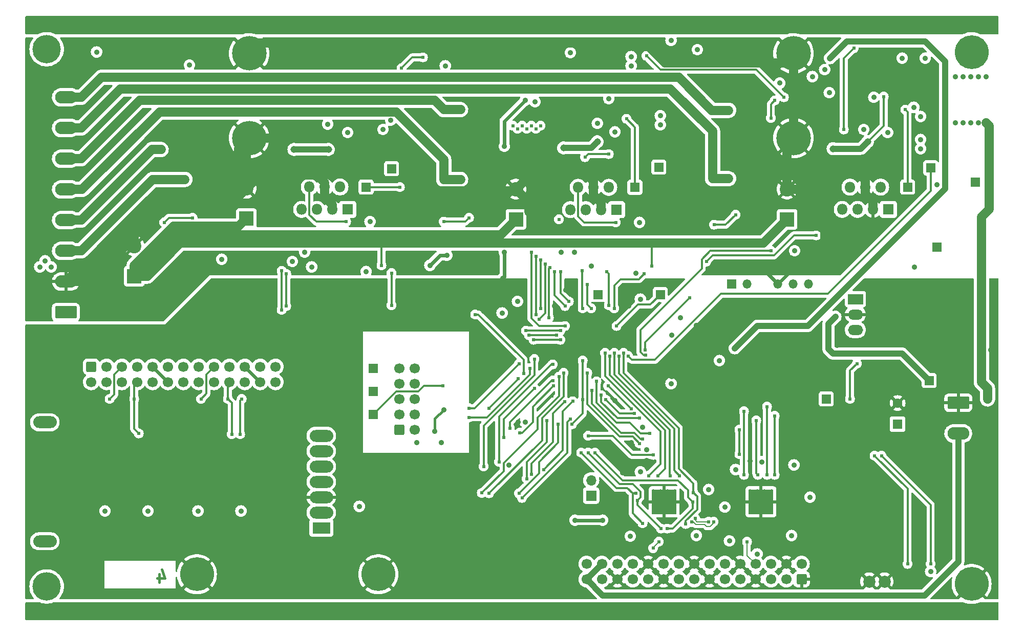
<source format=gbl>
%TF.GenerationSoftware,KiCad,Pcbnew,7.0.1*%
%TF.CreationDate,2023-11-30T10:22:41+01:00*%
%TF.ProjectId,current3x3A_Artiq,63757272-656e-4743-9378-33415f417274,rev?*%
%TF.SameCoordinates,Original*%
%TF.FileFunction,Copper,L4,Bot*%
%TF.FilePolarity,Positive*%
%FSLAX46Y46*%
G04 Gerber Fmt 4.6, Leading zero omitted, Abs format (unit mm)*
G04 Created by KiCad (PCBNEW 7.0.1) date 2023-11-30 10:22:41*
%MOMM*%
%LPD*%
G01*
G04 APERTURE LIST*
G04 Aperture macros list*
%AMRoundRect*
0 Rectangle with rounded corners*
0 $1 Rounding radius*
0 $2 $3 $4 $5 $6 $7 $8 $9 X,Y pos of 4 corners*
0 Add a 4 corners polygon primitive as box body*
4,1,4,$2,$3,$4,$5,$6,$7,$8,$9,$2,$3,0*
0 Add four circle primitives for the rounded corners*
1,1,$1+$1,$2,$3*
1,1,$1+$1,$4,$5*
1,1,$1+$1,$6,$7*
1,1,$1+$1,$8,$9*
0 Add four rect primitives between the rounded corners*
20,1,$1+$1,$2,$3,$4,$5,0*
20,1,$1+$1,$4,$5,$6,$7,0*
20,1,$1+$1,$6,$7,$8,$9,0*
20,1,$1+$1,$8,$9,$2,$3,0*%
G04 Aperture macros list end*
%ADD10C,0.400000*%
%TA.AperFunction,NonConductor*%
%ADD11C,0.400000*%
%TD*%
%TA.AperFunction,ComponentPad*%
%ADD12R,1.500000X1.500000*%
%TD*%
%TA.AperFunction,ComponentPad*%
%ADD13C,2.000000*%
%TD*%
%TA.AperFunction,ComponentPad*%
%ADD14C,0.500000*%
%TD*%
%TA.AperFunction,SMDPad,CuDef*%
%ADD15R,4.100000X4.100000*%
%TD*%
%TA.AperFunction,ComponentPad*%
%ADD16C,5.600000*%
%TD*%
%TA.AperFunction,ComponentPad*%
%ADD17C,4.700000*%
%TD*%
%TA.AperFunction,ComponentPad*%
%ADD18R,2.400000X2.400000*%
%TD*%
%TA.AperFunction,ComponentPad*%
%ADD19C,2.400000*%
%TD*%
%TA.AperFunction,ComponentPad*%
%ADD20RoundRect,0.250000X-0.600000X0.600000X-0.600000X-0.600000X0.600000X-0.600000X0.600000X0.600000X0*%
%TD*%
%TA.AperFunction,ComponentPad*%
%ADD21C,1.700000*%
%TD*%
%TA.AperFunction,ComponentPad*%
%ADD22RoundRect,0.249999X-1.550001X0.790001X-1.550001X-0.790001X1.550001X-0.790001X1.550001X0.790001X0*%
%TD*%
%TA.AperFunction,ComponentPad*%
%ADD23O,3.600000X2.080000*%
%TD*%
%TA.AperFunction,ComponentPad*%
%ADD24C,5.700000*%
%TD*%
%TA.AperFunction,ComponentPad*%
%ADD25R,1.700000X1.700000*%
%TD*%
%TA.AperFunction,ComponentPad*%
%ADD26O,1.700000X1.700000*%
%TD*%
%TA.AperFunction,ComponentPad*%
%ADD27RoundRect,0.250000X0.600000X-0.600000X0.600000X0.600000X-0.600000X0.600000X-0.600000X-0.600000X0*%
%TD*%
%TA.AperFunction,ComponentPad*%
%ADD28R,1.800000X1.800000*%
%TD*%
%TA.AperFunction,ComponentPad*%
%ADD29O,1.800000X1.800000*%
%TD*%
%TA.AperFunction,ComponentPad*%
%ADD30RoundRect,0.249999X1.550001X-0.790001X1.550001X0.790001X-1.550001X0.790001X-1.550001X-0.790001X0*%
%TD*%
%TA.AperFunction,ComponentPad*%
%ADD31RoundRect,0.250000X-0.600000X-0.600000X0.600000X-0.600000X0.600000X0.600000X-0.600000X0.600000X0*%
%TD*%
%TA.AperFunction,ComponentPad*%
%ADD32O,1.500000X1.500000*%
%TD*%
%TA.AperFunction,ComponentPad*%
%ADD33R,2.500000X1.700000*%
%TD*%
%TA.AperFunction,ComponentPad*%
%ADD34O,2.500000X1.700000*%
%TD*%
%TA.AperFunction,ComponentPad*%
%ADD35R,3.000000X1.950000*%
%TD*%
%TA.AperFunction,ComponentPad*%
%ADD36O,3.900000X1.950000*%
%TD*%
%TA.AperFunction,ComponentPad*%
%ADD37R,1.600000X1.600000*%
%TD*%
%TA.AperFunction,ComponentPad*%
%ADD38C,1.600000*%
%TD*%
%TA.AperFunction,ViaPad*%
%ADD39C,0.889000*%
%TD*%
%TA.AperFunction,ViaPad*%
%ADD40C,0.609600*%
%TD*%
%TA.AperFunction,ViaPad*%
%ADD41C,1.143000*%
%TD*%
%TA.AperFunction,Conductor*%
%ADD42C,1.016000*%
%TD*%
%TA.AperFunction,Conductor*%
%ADD43C,0.304800*%
%TD*%
%TA.AperFunction,Conductor*%
%ADD44C,0.609600*%
%TD*%
%TA.AperFunction,Conductor*%
%ADD45C,0.406400*%
%TD*%
%TA.AperFunction,Conductor*%
%ADD46C,1.524000*%
%TD*%
%TA.AperFunction,Conductor*%
%ADD47C,0.200000*%
%TD*%
G04 APERTURE END LIST*
D10*
D11*
X22161428Y-92401904D02*
X22161428Y-93735238D01*
X22637619Y-91640000D02*
X23113809Y-93068571D01*
X23113809Y-93068571D02*
X21875714Y-93068571D01*
D12*
%TO.P,DACIN3,1,1*%
%TO.N,/DAC3*%
X145923000Y-28321000D03*
%TD*%
%TO.P,P6V1,1,1*%
%TO.N,/Power grid/sw_out1*%
X150749000Y-38227000D03*
%TD*%
D13*
%TO.P,GND1,1,1*%
%TO.N,GND*%
X139573000Y-93599000D03*
X142113000Y-93599000D03*
%TD*%
D14*
%TO.P,U15,49,EP*%
%TO.N,GND*%
X103864000Y-82191000D03*
X105064000Y-82191000D03*
X106264000Y-82191000D03*
X107464000Y-82191000D03*
X103864000Y-80991000D03*
X105064000Y-80991000D03*
X106264000Y-80991000D03*
X107464000Y-80991000D03*
D15*
X105664000Y-80391000D03*
D14*
X103864000Y-79791000D03*
X105064000Y-79791000D03*
X106264000Y-79791000D03*
X107464000Y-79791000D03*
X103864000Y-78591000D03*
X105064000Y-78591000D03*
X106264000Y-78591000D03*
X107464000Y-78591000D03*
%TD*%
D12*
%TO.P,A_SPAN1,1,1*%
%TO.N,/controller+DAC/nucleo_746ZG/A_SPAN*%
X105029000Y-46101000D03*
%TD*%
D16*
%TO.P,H6,1,1*%
%TO.N,GND*%
X58400000Y-92400000D03*
%TD*%
D12*
%TO.P,P5V1,1,1*%
%TO.N,+5VA*%
X157099000Y-27508200D03*
%TD*%
%TO.P,CUR1,1,1*%
%TO.N,/CUR1*%
X60579000Y-25273000D03*
%TD*%
%TO.P,P12V1,1,1*%
%TO.N,+12V*%
X149479000Y-60325000D03*
%TD*%
D17*
%TO.P,H1,1,1*%
%TO.N,Net-(C1-Pad1)*%
X3556000Y-5512000D03*
%TD*%
D12*
%TO.P,RST2,1,1*%
%TO.N,/controller+DAC/RST2*%
X57531000Y-62103000D03*
%TD*%
D16*
%TO.P,H8,1,1*%
%TO.N,GND*%
X156503000Y-93997000D03*
%TD*%
D12*
%TO.P,RSR2,1,1*%
%TO.N,/controller+DAC/RSR2*%
X57531000Y-65913000D03*
%TD*%
D16*
%TO.P,H7,1,1*%
%TO.N,GND*%
X156503000Y-6003000D03*
%TD*%
D17*
%TO.P,H2,1,1*%
%TO.N,Net-(C2-Pad1)*%
X3556000Y-94412000D03*
%TD*%
D12*
%TO.P,CUR3,1,1*%
%TO.N,/CUR3*%
X149733000Y-25146000D03*
%TD*%
%TO.P,ISOCOM2,1,1*%
%TO.N,/controller+DAC/ISOCOM*%
X57531000Y-58293000D03*
%TD*%
%TO.P,DACIN1,1,1*%
%TO.N,/DAC1*%
X56388000Y-28321000D03*
%TD*%
%TO.P,VuC1,1,1*%
%TO.N,/Power grid/sw_out*%
X132461000Y-63373000D03*
%TD*%
%TO.P,CUR2,1,1*%
%TO.N,/CUR2*%
X104775000Y-25019000D03*
%TD*%
%TO.P,DACIN2,1,1*%
%TO.N,/DAC2*%
X100838000Y-28371000D03*
%TD*%
D16*
%TO.P,H4,1,1*%
%TO.N,GND*%
X28400000Y-92400000D03*
%TD*%
D12*
%TO.P,PP4,1,1*%
%TO.N,/controller+DAC/nucleo_746ZG/PP4*%
X94742000Y-46101000D03*
%TD*%
D14*
%TO.P,U14,49,EP*%
%TO.N,GND*%
X119866000Y-82191000D03*
X121066000Y-82191000D03*
X122266000Y-82191000D03*
X123466000Y-82191000D03*
X119866000Y-80991000D03*
X121066000Y-80991000D03*
X122266000Y-80991000D03*
X123466000Y-80991000D03*
D15*
X121666000Y-80391000D03*
D14*
X119866000Y-79791000D03*
X121066000Y-79791000D03*
X122266000Y-79791000D03*
X123466000Y-79791000D03*
X119866000Y-78591000D03*
X121066000Y-78591000D03*
X122266000Y-78591000D03*
X123466000Y-78591000D03*
%TD*%
D18*
%TO.P,C128,1*%
%TO.N,+15V*%
X81153000Y-33655000D03*
D19*
%TO.P,C128,2*%
%TO.N,J4_2*%
X81153000Y-28655000D03*
%TD*%
D20*
%TO.P,J6,1,Pin_1*%
%TO.N,Net-(J6-Pin_1)*%
X10922000Y-58039000D03*
D21*
%TO.P,J6,2,Pin_2*%
%TO.N,/digital_inputs/IDC_N0*%
X10922000Y-60579000D03*
%TO.P,J6,3,Pin_3*%
%TO.N,Net-(J6-Pin_12)*%
X13462000Y-58039000D03*
%TO.P,J6,4,Pin_4*%
%TO.N,Net-(J6-Pin_4)*%
X13462000Y-60579000D03*
%TO.P,J6,5,Pin_5*%
%TO.N,/digital_inputs/IDC_N1*%
X16002000Y-58039000D03*
%TO.P,J6,6,Pin_6*%
%TO.N,Net-(J6-Pin_12)*%
X16002000Y-60579000D03*
%TO.P,J6,7,Pin_7*%
%TO.N,Net-(J6-Pin_7)*%
X18542000Y-58039000D03*
%TO.P,J6,8,Pin_8*%
%TO.N,/digital_inputs/IDC_N2*%
X18542000Y-60579000D03*
%TO.P,J6,9,Pin_9*%
%TO.N,Net-(J6-Pin_12)*%
X21082000Y-58039000D03*
%TO.P,J6,10,Pin_10*%
%TO.N,Net-(J6-Pin_10)*%
X21082000Y-60579000D03*
%TO.P,J6,11,Pin_11*%
%TO.N,/digital_inputs/IDC_N3*%
X23622000Y-58039000D03*
%TO.P,J6,12,Pin_12*%
%TO.N,Net-(J6-Pin_12)*%
X23622000Y-60579000D03*
%TO.P,J6,13,Pin_13*%
%TO.N,Net-(J6-Pin_13)*%
X26162000Y-58039000D03*
%TO.P,J6,14,Pin_14*%
%TO.N,/digital_inputs/IDC_N4*%
X26162000Y-60579000D03*
%TO.P,J6,15,Pin_15*%
%TO.N,Net-(J6-Pin_12)*%
X28702000Y-58039000D03*
%TO.P,J6,16,Pin_16*%
%TO.N,Net-(J6-Pin_16)*%
X28702000Y-60579000D03*
%TO.P,J6,17,Pin_17*%
%TO.N,/digital_inputs/IDC_N5*%
X31242000Y-58039000D03*
%TO.P,J6,18,Pin_18*%
%TO.N,Net-(J6-Pin_12)*%
X31242000Y-60579000D03*
%TO.P,J6,19,Pin_19*%
%TO.N,Net-(J6-Pin_19)*%
X33782000Y-58039000D03*
%TO.P,J6,20,Pin_20*%
%TO.N,/digital_inputs/IDC_N6*%
X33782000Y-60579000D03*
%TO.P,J6,21,Pin_21*%
%TO.N,Net-(J6-Pin_12)*%
X36322000Y-58039000D03*
%TO.P,J6,22,Pin_22*%
%TO.N,Net-(J6-Pin_22)*%
X36322000Y-60579000D03*
%TO.P,J6,23,Pin_23*%
%TO.N,/digital_inputs/IDC_N7*%
X38862000Y-58039000D03*
%TO.P,J6,24,Pin_24*%
%TO.N,Net-(J6-Pin_12)*%
X38862000Y-60579000D03*
%TO.P,J6,25,Pin_25*%
%TO.N,unconnected-(J6-Pin_25-Pad25)*%
X41402000Y-58039000D03*
%TO.P,J6,26,Pin_26*%
%TO.N,unconnected-(J6-Pin_26-Pad26)*%
X41402000Y-60579000D03*
%TD*%
D22*
%TO.P,J3,1,Pin_1*%
%TO.N,GND*%
X154305000Y-64008000D03*
D23*
%TO.P,J3,2,Pin_2*%
%TO.N,P12V0*%
X154305000Y-69088000D03*
%TD*%
D24*
%TO.P,HS1,1*%
%TO.N,J4_2*%
X37042000Y-6208000D03*
X37042000Y-20208000D03*
X127042000Y-6208000D03*
X127042000Y-20208000D03*
%TD*%
D25*
%TO.P,BOOT0,1,Pin_1*%
%TO.N,+3V3*%
X93599000Y-79375000D03*
D26*
%TO.P,BOOT0,2,Pin_2*%
%TO.N,Net-(BOOT0-Pin_2)*%
X93599000Y-76835000D03*
%TD*%
D27*
%TO.P,J5,1,Pin_1*%
%TO.N,GND*%
X128397000Y-93218000D03*
D21*
%TO.P,J5,2,Pin_2*%
%TO.N,/Kasli interface/LVDS0_P*%
X128397000Y-90678000D03*
%TO.P,J5,3,Pin_3*%
%TO.N,/Kasli interface/LVDS0_N*%
X125857000Y-93218000D03*
%TO.P,J5,4,Pin_4*%
%TO.N,GND*%
X125857000Y-90678000D03*
%TO.P,J5,5,Pin_5*%
%TO.N,/Kasli interface/LVDS1_P*%
X123317000Y-93218000D03*
%TO.P,J5,6,Pin_6*%
%TO.N,/Kasli interface/LVDS1_N*%
X123317000Y-90678000D03*
%TO.P,J5,7,Pin_7*%
%TO.N,GND*%
X120777000Y-93218000D03*
%TO.P,J5,8,Pin_8*%
%TO.N,/Kasli interface/LVDS2_P*%
X120777000Y-90678000D03*
%TO.P,J5,9,Pin_9*%
%TO.N,/Kasli interface/LVDS2_N*%
X118237000Y-93218000D03*
%TO.P,J5,10,Pin_10*%
%TO.N,GND*%
X118237000Y-90678000D03*
%TO.P,J5,11,Pin_11*%
%TO.N,/Kasli interface/LVDS3_P*%
X115697000Y-93218000D03*
%TO.P,J5,12,Pin_12*%
%TO.N,/Kasli interface/LVDS3_N*%
X115697000Y-90678000D03*
%TO.P,J5,13,Pin_13*%
%TO.N,GND*%
X113157000Y-93218000D03*
%TO.P,J5,14,Pin_14*%
%TO.N,/Kasli interface/LVDS4_P*%
X113157000Y-90678000D03*
%TO.P,J5,15,Pin_15*%
%TO.N,/Kasli interface/LVDS4_N*%
X110617000Y-93218000D03*
%TO.P,J5,16,Pin_16*%
%TO.N,GND*%
X110617000Y-90678000D03*
%TO.P,J5,17,Pin_17*%
%TO.N,/Kasli interface/LVDS5_P*%
X108077000Y-93218000D03*
%TO.P,J5,18,Pin_18*%
%TO.N,/Kasli interface/LVDS5_N*%
X108077000Y-90678000D03*
%TO.P,J5,19,Pin_19*%
%TO.N,GND*%
X105537000Y-93218000D03*
%TO.P,J5,20,Pin_20*%
%TO.N,/Kasli interface/LVDS6_P*%
X105537000Y-90678000D03*
%TO.P,J5,21,Pin_21*%
%TO.N,/Kasli interface/LVDS6_N*%
X102997000Y-93218000D03*
%TO.P,J5,22,Pin_22*%
%TO.N,GND*%
X102997000Y-90678000D03*
%TO.P,J5,23,Pin_23*%
%TO.N,/Kasli interface/LVDS7_P*%
X100457000Y-93218000D03*
%TO.P,J5,24,Pin_24*%
%TO.N,/Kasli interface/LVDS7_N*%
X100457000Y-90678000D03*
%TO.P,J5,25,Pin_25*%
%TO.N,GND*%
X97917000Y-93218000D03*
%TO.P,J5,26,Pin_26*%
%TO.N,/Kasli interface/I2C_SDA*%
X97917000Y-90678000D03*
%TO.P,J5,27,Pin_27*%
%TO.N,/Kasli interface/I2C_SCL*%
X95377000Y-93218000D03*
%TO.P,J5,28,Pin_28*%
%TO.N,P12V0*%
X95377000Y-90678000D03*
%TO.P,J5,29,Pin_29*%
X92837000Y-93218000D03*
%TO.P,J5,30,Pin_30*%
%TO.N,/Kasli interface/P3V3_MP*%
X92837000Y-90678000D03*
%TD*%
D28*
%TO.P,U28,1,IN+*%
%TO.N,Net-(U28-IN+)*%
X142748000Y-32021000D03*
D29*
%TO.P,U28,2,IN-*%
%TO.N,Net-(U28-IN-)*%
X141478000Y-28321000D03*
%TO.P,U28,3,ILIM*%
%TO.N,J4_2*%
X140208000Y-32021000D03*
%TO.P,U28,4,-*%
X138938000Y-28321000D03*
%TO.P,U28,5,+*%
%TO.N,+15V*%
X137668000Y-32021000D03*
%TO.P,U28,6*%
%TO.N,/Power amplifier 3/OPA3*%
X136398000Y-28321000D03*
%TO.P,U28,7,E/S*%
%TO.N,/ES3*%
X135128000Y-32021000D03*
%TD*%
D30*
%TO.P,J1,1,Pin_1*%
%TO.N,J4_1*%
X6731000Y-49022000D03*
D23*
%TO.P,J1,2,Pin_2*%
%TO.N,J4_2*%
X6731000Y-43942000D03*
%TO.P,J1,3,Pin_3*%
%TO.N,J4_3*%
X6731000Y-38862000D03*
%TO.P,J1,4,Pin_4*%
%TO.N,J4_4*%
X6731000Y-33782000D03*
%TO.P,J1,5,Pin_5*%
%TO.N,J4_5*%
X6731000Y-28702000D03*
%TO.P,J1,6,Pin_6*%
%TO.N,J4_6*%
X6731000Y-23622000D03*
%TO.P,J1,7,Pin_7*%
%TO.N,J4_7*%
X6731000Y-18542000D03*
%TO.P,J1,8,Pin_8*%
%TO.N,J4_8*%
X6731000Y-13462000D03*
%TD*%
D31*
%TO.P,J2,1,Pin_1*%
%TO.N,unconnected-(J2-Pin_1-Pad1)*%
X61849000Y-68453000D03*
D21*
%TO.P,J2,2,Pin_2*%
%TO.N,unconnected-(J2-Pin_2-Pad2)*%
X64389000Y-68453000D03*
%TO.P,J2,3,Pin_3*%
%TO.N,/controller+DAC/RSR1*%
X61849000Y-65913000D03*
%TO.P,J2,4,Pin_4*%
%TO.N,unconnected-(J2-Pin_4-Pad4)*%
X64389000Y-65913000D03*
%TO.P,J2,5,Pin_5*%
%TO.N,/controller+DAC/RST1*%
X61849000Y-63373000D03*
%TO.P,J2,6,Pin_6*%
%TO.N,unconnected-(J2-Pin_6-Pad6)*%
X64389000Y-63373000D03*
%TO.P,J2,7,Pin_7*%
%TO.N,unconnected-(J2-Pin_7-Pad7)*%
X61849000Y-60833000D03*
%TO.P,J2,8,Pin_8*%
%TO.N,unconnected-(J2-Pin_8-Pad8)*%
X64389000Y-60833000D03*
%TO.P,J2,9,Pin_9*%
%TO.N,/controller+DAC/ISOCOM*%
X61849000Y-58293000D03*
%TO.P,J2,10,Pin_10*%
%TO.N,unconnected-(J2-Pin_10-Pad10)*%
X64389000Y-58293000D03*
%TD*%
D18*
%TO.P,C116,1*%
%TO.N,+15V*%
X36576000Y-33528000D03*
D19*
%TO.P,C116,2*%
%TO.N,J4_2*%
X36576000Y-28528000D03*
%TD*%
D12*
%TO.P,U9,1,VIN+*%
%TO.N,/Power grid/12V_pom2*%
X116840000Y-44323000D03*
D32*
%TO.P,U9,2,VIN-*%
%TO.N,/Power grid/gnd_pom*%
X119380000Y-44323000D03*
%TO.P,U9,4,VOUT-*%
%TO.N,J4_2*%
X124460000Y-44323000D03*
%TO.P,U9,5,0V*%
%TO.N,unconnected-(U9-0V-Pad5)*%
X127000000Y-44323000D03*
%TO.P,U9,6,VOUT+*%
%TO.N,Vdrive*%
X129540000Y-44323000D03*
%TD*%
D33*
%TO.P,U13,1,IN*%
%TO.N,/Power grid/P15_pom2*%
X137287000Y-46863000D03*
D34*
%TO.P,U13,2,GND*%
%TO.N,GND*%
X137287000Y-49403000D03*
%TO.P,U13,3,OUT*%
%TO.N,/Power grid/12V_pom3*%
X137287000Y-51943000D03*
%TD*%
D35*
%TO.P,U5,1,VDD:5V*%
%TO.N,unconnected-(U5-VDD:5V-Pad1)*%
X48974100Y-84709000D03*
D36*
%TO.P,U5,2,VCC:3\u002C3V*%
%TO.N,+3V3*%
X48974100Y-82169000D03*
%TO.P,U5,3,GND*%
%TO.N,GND*%
X48974100Y-79629000D03*
%TO.P,U5,4,RST*%
%TO.N,/controller+DAC/nucleo_746ZG/NRST*%
X48974100Y-77089000D03*
%TO.P,U5,5,TXD*%
%TO.N,/controller+DAC/nucleo_746ZG/UART4_RX*%
X48974100Y-74549000D03*
%TO.P,U5,6,RXD*%
%TO.N,/controller+DAC/nucleo_746ZG/UART4_TX*%
X48974100Y-72009000D03*
%TO.P,U5,7,CFG*%
%TO.N,unconnected-(U5-CFG-Pad7)*%
X48974100Y-69469000D03*
%TO.P,U5,P$1,P$1*%
%TO.N,unconnected-(U5-PadP$1)*%
X3254100Y-67246500D03*
%TO.P,U5,P$2,P$2*%
%TO.N,unconnected-(U5-PadP$2)*%
X3254100Y-86931500D03*
%TD*%
D28*
%TO.P,U24,1,IN+*%
%TO.N,Net-(U24-IN+)*%
X97790000Y-32054000D03*
D29*
%TO.P,U24,2,IN-*%
%TO.N,Net-(U24-IN-)*%
X96520000Y-28354000D03*
%TO.P,U24,3,ILIM*%
%TO.N,J4_2*%
X95250000Y-32054000D03*
%TO.P,U24,4,-*%
X93980000Y-28354000D03*
%TO.P,U24,5,+*%
%TO.N,+15V*%
X92710000Y-32054000D03*
%TO.P,U24,6*%
%TO.N,/Power amplifier 2/OPA2*%
X91440000Y-28354000D03*
%TO.P,U24,7,E/S*%
%TO.N,/ES2*%
X90170000Y-32054000D03*
%TD*%
D18*
%TO.P,C140,1*%
%TO.N,+15V*%
X125984000Y-33655000D03*
D19*
%TO.P,C140,2*%
%TO.N,J4_2*%
X125984000Y-28655000D03*
%TD*%
D28*
%TO.P,U20,1,IN+*%
%TO.N,Net-(U20-IN+)*%
X53340000Y-32004000D03*
D29*
%TO.P,U20,2,IN-*%
%TO.N,Net-(U20-IN-)*%
X52070000Y-28304000D03*
%TO.P,U20,3,ILIM*%
%TO.N,J4_2*%
X50800000Y-32004000D03*
%TO.P,U20,4,-*%
X49530000Y-28304000D03*
%TO.P,U20,5,+*%
%TO.N,+15V*%
X48260000Y-32004000D03*
%TO.P,U20,6*%
%TO.N,/Power amplifier 1/OPA1*%
X46990000Y-28304000D03*
%TO.P,U20,7,E/S*%
%TO.N,/ES1*%
X45720000Y-32004000D03*
%TD*%
D37*
%TO.P,C63,1*%
%TO.N,+12V*%
X144272000Y-67564000D03*
D38*
%TO.P,C63,2*%
%TO.N,GND*%
X144272000Y-64064000D03*
%TD*%
D18*
%TO.P,C80,1*%
%TO.N,+15V*%
X18034000Y-43053000D03*
D19*
%TO.P,C80,2*%
%TO.N,J4_2*%
X18034000Y-38053000D03*
%TD*%
D39*
%TO.N,GND*%
X147066000Y-41529000D03*
X64770000Y-70612000D03*
X127254000Y-38862000D03*
X138557000Y-70231000D03*
X110490000Y-61722000D03*
X82677000Y-13970000D03*
X126390400Y-53848000D03*
X90551000Y-59436000D03*
X159639000Y-55245000D03*
X4318000Y-41529000D03*
X125222000Y-84074000D03*
X147066000Y-44069000D03*
X110998000Y-51181000D03*
X11811000Y-5969000D03*
X97536000Y-63627000D03*
X102743000Y-73533000D03*
X34036000Y-81915000D03*
X106934000Y-59690000D03*
X76708000Y-75438000D03*
X74295000Y-56515000D03*
X109093000Y-74676000D03*
X106934000Y-56134000D03*
X156083000Y-50546000D03*
X113792000Y-82169000D03*
X110490000Y-64770000D03*
X119888000Y-73660000D03*
X150749000Y-27940000D03*
X87503000Y-48006000D03*
X143637000Y-46609000D03*
X93091000Y-86487000D03*
X117348000Y-60706000D03*
X18669000Y-81915000D03*
X129159000Y-74295000D03*
X89408000Y-45339000D03*
X27178000Y-8128000D03*
X101727000Y-45339000D03*
X152146000Y-55372000D03*
X139319000Y-60833000D03*
X90932000Y-55626000D03*
X117983000Y-84074000D03*
X78994000Y-43434000D03*
D40*
X87122000Y-62865000D03*
D39*
X79248000Y-39116000D03*
X145034000Y-70231000D03*
X79248000Y-21590000D03*
X140589000Y-57404000D03*
X11557000Y-93980000D03*
X150368000Y-72009000D03*
X139319000Y-63373000D03*
X32512000Y-40259000D03*
X81534000Y-67183000D03*
X100203000Y-70612000D03*
X101346000Y-49530000D03*
X136271000Y-54229000D03*
X26924000Y-81915000D03*
X114935000Y-62611000D03*
X96139000Y-71374000D03*
X129794000Y-81280000D03*
X32512000Y-45466000D03*
X134239000Y-54483000D03*
X97536000Y-85344000D03*
X99822000Y-48006000D03*
X116967000Y-89408000D03*
X55245000Y-79629000D03*
X11557000Y-81915000D03*
X2413000Y-41529000D03*
X119761000Y-62611000D03*
X32512000Y-51689000D03*
X3302000Y-40513000D03*
X102743000Y-59563000D03*
X129794000Y-77597000D03*
X113284000Y-76073000D03*
X98806000Y-75565000D03*
X97282000Y-80518000D03*
%TO.N,+3V3*%
X13208000Y-81915000D03*
X69215000Y-65151000D03*
X67752000Y-68707000D03*
X108331000Y-49911000D03*
X35687000Y-81915000D03*
X82677000Y-67183000D03*
X88646000Y-39116000D03*
X84328000Y-14224000D03*
X101727000Y-75438000D03*
X81407000Y-47244000D03*
X126746000Y-85979000D03*
X102743000Y-71755000D03*
X20320000Y-81915000D03*
X110998000Y-85979000D03*
X114808000Y-57023000D03*
X129794000Y-79629000D03*
X28575000Y-81915000D03*
X100076000Y-86106000D03*
X44196000Y-40640000D03*
X121793000Y-73787000D03*
X116459000Y-86868000D03*
X133096000Y-6985000D03*
X80010000Y-74295000D03*
X117348000Y-54991000D03*
X101727000Y-46863000D03*
X121031000Y-89027000D03*
X78867000Y-49149000D03*
X55245000Y-81153000D03*
X102108000Y-68072000D03*
X68834000Y-70612000D03*
X113030000Y-78359000D03*
X106807000Y-60833000D03*
X115697000Y-81280000D03*
X117475000Y-75057000D03*
X149733000Y-91948000D03*
X127127000Y-74295000D03*
%TO.N,+12V*%
X133985000Y-49784000D03*
%TO.N,GNDA*%
X142621000Y-19304000D03*
X138684000Y-18796000D03*
X156337000Y-10033000D03*
X97536000Y-19177000D03*
X47371000Y-41529000D03*
X53340000Y-19304000D03*
X105029000Y-16510000D03*
X96520000Y-13716000D03*
X148082000Y-21971000D03*
X158115000Y-33274000D03*
X153797000Y-10033000D03*
X159131000Y-61595000D03*
X148082000Y-16637000D03*
X153797000Y-17653000D03*
X94615000Y-17780000D03*
X50038000Y-17907000D03*
X106934000Y-52832000D03*
X158877000Y-10033000D03*
X100203000Y-6731000D03*
X132207000Y-8890000D03*
X157607000Y-17653000D03*
X100965000Y-42545000D03*
X158115000Y-34671000D03*
X155067000Y-10033000D03*
X69469000Y-8255000D03*
X90170000Y-6096000D03*
X132969000Y-12700000D03*
X146939000Y-15113000D03*
X60452000Y-17272000D03*
X157607000Y-10033000D03*
X155067000Y-17653000D03*
X159131000Y-63373000D03*
X156337000Y-17653000D03*
X158877000Y-17653000D03*
X106807000Y-4064000D03*
X140335000Y-13462000D03*
X124777500Y-11112500D03*
X56388000Y-42291000D03*
X93599000Y-41402000D03*
%TO.N,+5VA*%
X57023000Y-34036000D03*
X145034000Y-6985000D03*
X46228000Y-39116000D03*
X100203000Y-8255000D03*
X59182000Y-18796000D03*
X101600000Y-34163000D03*
X90805000Y-39116000D03*
X148844000Y-6985000D03*
X111165250Y-5588000D03*
X148082000Y-20447000D03*
X130175000Y-10033000D03*
X105029000Y-18034000D03*
%TO.N,Vdrive*%
X69723000Y-39624000D03*
X66929000Y-41275000D03*
D40*
%TO.N,/Power grid/sw_out*%
X136398000Y-63373000D03*
X137541000Y-57531000D03*
D41*
%TO.N,+15V*%
X133604000Y-21971000D03*
X139319000Y-20828000D03*
X50165000Y-22098000D03*
X44450000Y-22098000D03*
X89027000Y-21844000D03*
D40*
X141986000Y-13335000D03*
X103632000Y-41402000D03*
D41*
X94615000Y-20828000D03*
D40*
X58928000Y-41275000D03*
%TO.N,/controller+DAC/nucleo_746ZG/NRST*%
X92202000Y-63500000D03*
X96012000Y-63500000D03*
X92202000Y-57023000D03*
X100711000Y-65786000D03*
X90424000Y-67564000D03*
D39*
%TO.N,/Kasli interface/P3V3_MP*%
X95504000Y-83439000D03*
X90932000Y-83439000D03*
D40*
%TO.N,/CUR1*%
X87884000Y-52832000D03*
X60579000Y-42545000D03*
X60579000Y-47879000D03*
X83312000Y-52832000D03*
%TO.N,/Power amplifier 1/OPA1*%
X53086000Y-34036000D03*
%TO.N,/CUR2*%
X97409000Y-48387000D03*
X102362000Y-42672000D03*
%TO.N,/Power amplifier 2/OPA2*%
X92583000Y-23368000D03*
X96520000Y-22860000D03*
X97663000Y-34163000D03*
%TO.N,/SPAN1*%
X88519000Y-53594000D03*
X43180000Y-42672000D03*
X84074000Y-53594000D03*
X43180000Y-48006000D03*
%TO.N,/CUR3*%
X99695000Y-56261000D03*
%TO.N,/SPAN2*%
X96520000Y-47879000D03*
X96139000Y-42291000D03*
%TO.N,/Power amplifier 3/OPA3*%
X137033000Y-5334000D03*
X135382000Y-18796000D03*
%TO.N,/SPAN3*%
X102616000Y-56134000D03*
X123952000Y-13970000D03*
X123317000Y-38862000D03*
X123317000Y-16891000D03*
%TO.N,/controller+DAC/RSR2*%
X69088000Y-61214000D03*
%TO.N,/Kasli interface/LVDS2_P*%
X119380000Y-86995000D03*
%TO.N,/Kasli interface/LVDS4_P*%
X110186085Y-83742915D03*
X113840800Y-83693000D03*
%TO.N,/Kasli interface/LVDS4_N*%
X112981200Y-83693000D03*
X110793915Y-83135085D03*
%TO.N,/Kasli interface/LVDS6_N*%
X104775000Y-86995000D03*
X103836085Y-88060915D03*
%TO.N,/DAC1*%
X62230000Y-8636000D03*
X65786000Y-6858000D03*
X61976000Y-28321000D03*
%TO.N,/DAC2*%
X99441000Y-17018000D03*
%TO.N,/DAC3*%
X145542000Y-15494000D03*
X125476000Y-13462000D03*
X102743000Y-6604000D03*
%TO.N,/DIR1*%
X88519000Y-52070000D03*
X82804000Y-52070000D03*
%TO.N,/digital_inputs/IDC_N1*%
X13970000Y-63373000D03*
%TO.N,/digital_inputs/IDC_N6*%
X33528000Y-63373000D03*
X34163000Y-69215000D03*
%TO.N,/digital_inputs/IDC_N7*%
X35814000Y-63373000D03*
X35560000Y-69215000D03*
%TO.N,/controller+DAC/~{SYNC}*%
X82169000Y-18161000D03*
X85217000Y-40386000D03*
X85217000Y-48387000D03*
%TO.N,/digital_inputs/IDC_N2*%
X18034000Y-63373000D03*
X18796000Y-69088000D03*
%TO.N,/controller+DAC/DAC_MOSI*%
X84455000Y-39751000D03*
X84455000Y-49403000D03*
X81407000Y-18669000D03*
%TO.N,/controller+DAC/~{ENABLE}*%
X89281000Y-48006000D03*
X84455000Y-18669000D03*
X87503000Y-42291000D03*
%TO.N,/controller+DAC/RXD1*%
X87249000Y-60325000D03*
X80137000Y-68199000D03*
%TO.N,/controller+DAC/DAC_SCK*%
X82931000Y-18669000D03*
X84963000Y-50165000D03*
X85979000Y-41021000D03*
%TO.N,/controller+DAC/LDAC*%
X86741000Y-41656000D03*
X86614000Y-49911000D03*
X83693000Y-18161000D03*
%TO.N,/controller+DAC/DAC_RST*%
X80645000Y-18161000D03*
X89281000Y-51308000D03*
X83693000Y-39116000D03*
%TO.N,/ES1*%
X42418000Y-48641000D03*
X74422000Y-49403000D03*
X42418000Y-42164000D03*
X82423000Y-59182000D03*
%TO.N,/ES2*%
X92075000Y-42164000D03*
X92202000Y-48387000D03*
%TO.N,/ES3*%
X93599000Y-48387000D03*
X112649000Y-40640000D03*
X92964000Y-44450000D03*
X130810000Y-36322000D03*
%TO.N,/DIR3*%
X109855000Y-46609000D03*
X102489000Y-55245000D03*
%TO.N,/digital_inputs/IDC_N5*%
X29083000Y-63373000D03*
%TO.N,/controller+DAC/RSTSEL*%
X85217000Y-18161000D03*
X88519000Y-42291000D03*
X88265000Y-33655000D03*
X89916000Y-47244000D03*
%TO.N,SPI_MOSI*%
X122682000Y-64643000D03*
X122682000Y-75946000D03*
%TO.N,SPI_MISO*%
X121158000Y-75946000D03*
X120904000Y-66929000D03*
%TO.N,SPI_NSS*%
X118872000Y-75946000D03*
X118872000Y-65405000D03*
%TO.N,SPI_SCK*%
X123952000Y-66167000D03*
X123952000Y-75946000D03*
%TO.N,/controller+DAC/TXD2*%
X81661000Y-57531000D03*
X73406000Y-64897000D03*
%TO.N,/controller+DAC/RXD2*%
X83439000Y-58293000D03*
X73406000Y-66421000D03*
%TO.N,/controller+DAC/nucleo_746ZG/SD_DET1*%
X90170000Y-66675000D03*
X82169000Y-79756000D03*
%TO.N,/controller+DAC/nucleo_746ZG/SD_CMD*%
X85725000Y-75057000D03*
X90551000Y-63754000D03*
%TO.N,/controller+DAC/nucleo_746ZG/SD_CK*%
X81661000Y-78994000D03*
X88138000Y-67564000D03*
%TO.N,/controller+DAC/nucleo_746ZG/SD_D3*%
X89217500Y-63817500D03*
X83693000Y-75819000D03*
%TO.N,/controller+DAC/nucleo_746ZG/SD_D2*%
X86233000Y-66929000D03*
X82931000Y-76581000D03*
%TO.N,/controller+DAC/nucleo_746ZG/SD_D1*%
X88265000Y-59690000D03*
X75501500Y-78930500D03*
%TO.N,/controller+DAC/nucleo_746ZG/SD_D0*%
X76708000Y-78994000D03*
X89027000Y-59055000D03*
%TO.N,/Power amplifier 1/G2*%
X22987000Y-34163000D03*
X27686000Y-33401000D03*
D41*
%TO.N,J4_2*%
X38989000Y-33147000D03*
X119380000Y-41148000D03*
X83312000Y-32385000D03*
X131699000Y-28956000D03*
D40*
%TO.N,/Power amplifier 2/G2*%
X69215000Y-34036000D03*
X73406000Y-33401000D03*
D41*
%TO.N,J4_3*%
X23622000Y-27051000D03*
X26416000Y-27051000D03*
%TO.N,J4_4*%
X22479000Y-22098000D03*
D40*
%TO.N,/Power amplifier 3/G2*%
X117475000Y-32893000D03*
X113919000Y-34544000D03*
D41*
%TO.N,J4_5*%
X69215000Y-27051000D03*
X72009000Y-27051000D03*
%TO.N,J4_6*%
X69215000Y-15494000D03*
X72009000Y-15494000D03*
%TO.N,J4_7*%
X113665000Y-26924000D03*
X116332000Y-26924000D03*
%TO.N,J4_8*%
X113538000Y-15621000D03*
X116332000Y-15621000D03*
D40*
%TO.N,/controller+DAC/nucleo_746ZG/T_JTDI*%
X140462000Y-72771000D03*
X145923000Y-90678000D03*
%TO.N,/controller+DAC/nucleo_746ZG/JTDI*%
X101600000Y-66548000D03*
X95250000Y-62738000D03*
%TO.N,/controller+DAC/nucleo_746ZG/JTDO-SWO*%
X118110000Y-68453000D03*
X118110000Y-72517000D03*
X103886000Y-72644000D03*
X93091000Y-69469000D03*
%TO.N,/controller+DAC/nucleo_746ZG/JTCK-SWCLK*%
X102108000Y-69977000D03*
X93726000Y-61976000D03*
%TO.N,/controller+DAC/nucleo_746ZG/JTMS-SWDIO*%
X96393000Y-61214000D03*
X100203000Y-65024000D03*
%TO.N,/controller+DAC/nucleo_746ZG/T_NRST*%
X149733000Y-90678000D03*
X141605000Y-72771000D03*
%TO.N,/controller+DAC/nucleo_746ZG/STLINK_TX*%
X103251000Y-69088000D03*
X94488000Y-60452000D03*
%TO.N,/controller+DAC/nucleo_746ZG/STLINK_RX*%
X101600000Y-70739000D03*
X92964000Y-59055000D03*
%TO.N,/controller+DAC/nucleo_746ZG/UART4_RX*%
X79121000Y-69723000D03*
X84201000Y-61595000D03*
%TO.N,/controller+DAC/nucleo_746ZG/UART4_TX*%
X87376000Y-61214000D03*
X81788000Y-68961000D03*
%TO.N,/controller+DAC/TXD1*%
X81534000Y-60031000D03*
X76708000Y-64897000D03*
%TO.N,DAT7_OUT*%
X91948000Y-72263000D03*
X102108000Y-83947000D03*
X100965000Y-78994000D03*
%TO.N,DAT6_OUT*%
X101219000Y-80137000D03*
X105156000Y-84836000D03*
X93091000Y-72263000D03*
%TO.N,DAT5_OUT*%
X110363000Y-80391000D03*
X106172000Y-84836000D03*
X94234000Y-72263000D03*
%TO.N,DAT4_OUT*%
X109220000Y-84074000D03*
X98933000Y-55753000D03*
X110490000Y-78867000D03*
%TO.N,DAT4*%
X108204000Y-76073000D03*
X98171000Y-56261000D03*
%TO.N,DAT5*%
X106680000Y-76073000D03*
X97409000Y-55753000D03*
%TO.N,DAT6*%
X96647000Y-56261000D03*
X104648000Y-76073000D03*
%TO.N,DAT7*%
X95885000Y-55753000D03*
X103124000Y-76073000D03*
%TO.N,TTL5*%
X84201000Y-56769000D03*
X75819000Y-74549000D03*
%TO.N,TTL4*%
X87249000Y-57658000D03*
X78359000Y-73787000D03*
%TO.N,/controller+DAC/nucleo_746ZG/A_SPAN*%
X97790000Y-51308000D03*
%TD*%
D42*
%TO.N,+12V*%
X132842000Y-55118000D02*
X132842000Y-50927000D01*
X145034000Y-55880000D02*
X133604000Y-55880000D01*
X133604000Y-55880000D02*
X132842000Y-55118000D01*
X149479000Y-60325000D02*
X145034000Y-55880000D01*
X132842000Y-50927000D02*
X133985000Y-49784000D01*
%TO.N,P12V0*%
X154305000Y-90297000D02*
X154305000Y-69088000D01*
X148717000Y-95885000D02*
X154305000Y-90297000D01*
X95504000Y-95885000D02*
X148717000Y-95885000D01*
X92837000Y-93218000D02*
X95504000Y-95885000D01*
D43*
%TO.N,/Power amplifier 1/G2*%
X23749000Y-33401000D02*
X27686000Y-33401000D01*
X22987000Y-34163000D02*
X23749000Y-33401000D01*
D44*
%TO.N,GND*%
X79248000Y-17399000D02*
X82677000Y-13970000D01*
X79248000Y-43180000D02*
X79248000Y-39116000D01*
X78994000Y-43434000D02*
X79248000Y-43180000D01*
X79248000Y-21590000D02*
X79248000Y-17399000D01*
D42*
%TO.N,+3V3*%
X148844000Y-4191000D02*
X152146000Y-7493000D01*
X152146000Y-7493000D02*
X152146000Y-28575000D01*
X121031000Y-51308000D02*
X117348000Y-54991000D01*
X129413000Y-51308000D02*
X121031000Y-51308000D01*
X152146000Y-28575000D02*
X129413000Y-51308000D01*
X135890000Y-4191000D02*
X148844000Y-4191000D01*
D45*
X67752000Y-66614000D02*
X67752000Y-68707000D01*
X69215000Y-65151000D02*
X67752000Y-66614000D01*
D42*
X133096000Y-6985000D02*
X135890000Y-4191000D01*
D46*
%TO.N,GNDA*%
X159385000Y-18161000D02*
X158877000Y-17653000D01*
X158115000Y-33274000D02*
X159385000Y-32004000D01*
X158115000Y-60579000D02*
X158115000Y-34671000D01*
X159385000Y-32004000D02*
X159385000Y-18161000D01*
X159131000Y-63373000D02*
X159131000Y-61595000D01*
X158115000Y-34671000D02*
X158115000Y-33274000D01*
X159131000Y-61595000D02*
X158115000Y-60579000D01*
D44*
%TO.N,Vdrive*%
X68580000Y-39624000D02*
X66929000Y-41275000D01*
X69723000Y-39624000D02*
X68580000Y-39624000D01*
D43*
%TO.N,/Power grid/sw_out*%
X136398000Y-63373000D02*
X136398000Y-58674000D01*
X136398000Y-58674000D02*
X137541000Y-57531000D01*
D46*
%TO.N,+15V*%
X24511000Y-34798000D02*
X35306000Y-34798000D01*
D42*
X138176000Y-21971000D02*
X139319000Y-20828000D01*
D46*
X25146000Y-36195000D02*
X78613000Y-36195000D01*
D43*
X103632000Y-41402000D02*
X103632000Y-37592000D01*
X141986000Y-18161000D02*
X139319000Y-20828000D01*
X58928000Y-41275000D02*
X58928000Y-37592000D01*
D46*
X122047000Y-37592000D02*
X125984000Y-33655000D01*
X18034000Y-43053000D02*
X20193000Y-43053000D01*
D42*
X93599000Y-21844000D02*
X94615000Y-20828000D01*
D46*
X58928000Y-37592000D02*
X103632000Y-37592000D01*
X18288000Y-43053000D02*
X25146000Y-36195000D01*
D42*
X89027000Y-21844000D02*
X93599000Y-21844000D01*
D46*
X18034000Y-41275000D02*
X24511000Y-34798000D01*
X103632000Y-37592000D02*
X122047000Y-37592000D01*
X18034000Y-43053000D02*
X18288000Y-43053000D01*
X18034000Y-43053000D02*
X18034000Y-41275000D01*
X25654000Y-37592000D02*
X46101000Y-37592000D01*
D42*
X133604000Y-21971000D02*
X138176000Y-21971000D01*
D46*
X46101000Y-37592000D02*
X58928000Y-37592000D01*
X35306000Y-34798000D02*
X36576000Y-33528000D01*
X20193000Y-43053000D02*
X25654000Y-37592000D01*
D42*
X44450000Y-22098000D02*
X50165000Y-22098000D01*
D46*
X78613000Y-36195000D02*
X81153000Y-33655000D01*
D43*
X141986000Y-13335000D02*
X141986000Y-18161000D01*
%TO.N,/controller+DAC/nucleo_746ZG/NRST*%
X90424000Y-67564000D02*
X92202000Y-65786000D01*
X98298000Y-65786000D02*
X96012000Y-63500000D01*
X92202000Y-65786000D02*
X92202000Y-57023000D01*
X100711000Y-65786000D02*
X98298000Y-65786000D01*
D44*
%TO.N,/Kasli interface/P3V3_MP*%
X95504000Y-83439000D02*
X90932000Y-83439000D01*
D43*
%TO.N,/CUR1*%
X83312000Y-52832000D02*
X87884000Y-52832000D01*
X60579000Y-42545000D02*
X60579000Y-47879000D01*
%TO.N,/Power amplifier 1/OPA1*%
X53086000Y-34036000D02*
X48133000Y-34036000D01*
X46990000Y-32893000D02*
X46990000Y-28304000D01*
X48133000Y-34036000D02*
X46990000Y-32893000D01*
%TO.N,/CUR2*%
X98425000Y-43561000D02*
X101473000Y-43561000D01*
X101473000Y-43561000D02*
X102362000Y-42672000D01*
X97409000Y-44577000D02*
X98425000Y-43561000D01*
X97409000Y-48387000D02*
X97409000Y-44577000D01*
%TO.N,/Power amplifier 2/OPA2*%
X91440000Y-33147000D02*
X91440000Y-28354000D01*
X97663000Y-34163000D02*
X92456000Y-34163000D01*
X93091000Y-22860000D02*
X96520000Y-22860000D01*
X92583000Y-23368000D02*
X93091000Y-22860000D01*
X92456000Y-34163000D02*
X91440000Y-33147000D01*
%TO.N,/SPAN1*%
X43180000Y-42672000D02*
X43180000Y-48006000D01*
X84074000Y-53594000D02*
X88519000Y-53594000D01*
%TO.N,/CUR3*%
X115062000Y-45974000D02*
X132715000Y-45974000D01*
X100330000Y-56896000D02*
X104140000Y-56896000D01*
X132715000Y-45974000D02*
X149733000Y-28956000D01*
X104140000Y-56896000D02*
X115062000Y-45974000D01*
X149733000Y-28956000D02*
X149733000Y-25146000D01*
X99695000Y-56261000D02*
X100330000Y-56896000D01*
%TO.N,/SPAN2*%
X96520000Y-42672000D02*
X96139000Y-42291000D01*
X96520000Y-47879000D02*
X96520000Y-42672000D01*
%TO.N,/Power amplifier 3/OPA3*%
X137033000Y-5334000D02*
X135382000Y-6985000D01*
X135382000Y-6985000D02*
X135382000Y-18796000D01*
%TO.N,/SPAN3*%
X102235000Y-56134000D02*
X101727000Y-55626000D01*
X123317000Y-14605000D02*
X123952000Y-13970000D01*
X102616000Y-56134000D02*
X102235000Y-56134000D01*
X113284000Y-38862000D02*
X111887000Y-40259000D01*
X101727000Y-51943000D02*
X111887000Y-41783000D01*
X123317000Y-38862000D02*
X113284000Y-38862000D01*
X101727000Y-55626000D02*
X101727000Y-51943000D01*
X111887000Y-40259000D02*
X111887000Y-41783000D01*
X123317000Y-16891000D02*
X123317000Y-14605000D01*
D42*
%TO.N,P12V0*%
X95377000Y-90678000D02*
X92837000Y-93218000D01*
D43*
%TO.N,/controller+DAC/RSR2*%
X65024000Y-62103000D02*
X61341000Y-62103000D01*
X69088000Y-61214000D02*
X65913000Y-61214000D01*
X65913000Y-61214000D02*
X65024000Y-62103000D01*
X61341000Y-62103000D02*
X57531000Y-65913000D01*
D44*
%TO.N,Net-(J6-Pin_12)*%
X21082000Y-58039000D02*
X23622000Y-60579000D01*
X36322000Y-58039000D02*
X38862000Y-60579000D01*
D47*
%TO.N,/Kasli interface/LVDS2_P*%
X119380000Y-89281000D02*
X120777000Y-90678000D01*
X119380000Y-86995000D02*
X119380000Y-89281000D01*
%TO.N,/Kasli interface/LVDS4_P*%
X110875801Y-84143000D02*
X110475716Y-83742915D01*
X113743200Y-84008631D02*
X113296831Y-84455000D01*
X110475716Y-83742915D02*
X110186085Y-83742915D01*
X112665569Y-84455000D02*
X112353569Y-84143000D01*
X113840800Y-83693000D02*
X113743200Y-83790600D01*
X112353569Y-84143000D02*
X110875801Y-84143000D01*
X113296831Y-84455000D02*
X112665569Y-84455000D01*
X113743200Y-83790600D02*
X113743200Y-84008631D01*
%TO.N,/Kasli interface/LVDS4_N*%
X112981200Y-83693000D02*
X111062199Y-83693000D01*
X110793915Y-83424716D02*
X110793915Y-83135085D01*
X111062199Y-83693000D02*
X110793915Y-83424716D01*
%TO.N,/Kasli interface/LVDS6_N*%
X103836085Y-88060915D02*
X103836085Y-87933915D01*
X103836085Y-87933915D02*
X104775000Y-86995000D01*
D43*
%TO.N,/DAC1*%
X61976000Y-28321000D02*
X56388000Y-28321000D01*
X65786000Y-6858000D02*
X64008000Y-6858000D01*
X64008000Y-6858000D02*
X62230000Y-8636000D01*
%TO.N,/DAC2*%
X100838000Y-18415000D02*
X100838000Y-28371000D01*
X99441000Y-17018000D02*
X100838000Y-18415000D01*
%TO.N,/DAC3*%
X145923000Y-15875000D02*
X145923000Y-28321000D01*
X145542000Y-15494000D02*
X145923000Y-15875000D01*
X105029000Y-8890000D02*
X120904000Y-8890000D01*
X102743000Y-6604000D02*
X105029000Y-8890000D01*
X120904000Y-8890000D02*
X125476000Y-13462000D01*
%TO.N,/DIR1*%
X82804000Y-52070000D02*
X88519000Y-52070000D01*
%TO.N,/digital_inputs/IDC_N1*%
X14732000Y-59309000D02*
X16002000Y-58039000D01*
X14732000Y-62611000D02*
X14732000Y-59309000D01*
X13970000Y-63373000D02*
X14732000Y-62611000D01*
%TO.N,/digital_inputs/IDC_N6*%
X34163000Y-64008000D02*
X33528000Y-63373000D01*
X34163000Y-69215000D02*
X34163000Y-64008000D01*
X33528000Y-63373000D02*
X33528000Y-60833000D01*
X33528000Y-60833000D02*
X33782000Y-60579000D01*
%TO.N,/digital_inputs/IDC_N7*%
X35560000Y-69215000D02*
X35560000Y-63627000D01*
X35560000Y-63627000D02*
X35814000Y-63373000D01*
%TO.N,/controller+DAC/~{SYNC}*%
X85217000Y-48387000D02*
X85217000Y-40386000D01*
%TO.N,/digital_inputs/IDC_N2*%
X18796000Y-69088000D02*
X18034000Y-68326000D01*
X18034000Y-63373000D02*
X18034000Y-61087000D01*
X18034000Y-61087000D02*
X18542000Y-60579000D01*
X18034000Y-68326000D02*
X18034000Y-63373000D01*
%TO.N,/controller+DAC/DAC_MOSI*%
X84455000Y-49403000D02*
X84455000Y-39751000D01*
%TO.N,/controller+DAC/~{ENABLE}*%
X89281000Y-48006000D02*
X87503000Y-46228000D01*
X87503000Y-46228000D02*
X87503000Y-42291000D01*
%TO.N,/controller+DAC/RXD1*%
X80137000Y-67183000D02*
X86995000Y-60325000D01*
X80137000Y-68199000D02*
X80137000Y-67183000D01*
X86995000Y-60325000D02*
X87249000Y-60325000D01*
%TO.N,/controller+DAC/DAC_SCK*%
X84963000Y-50165000D02*
X85979000Y-49149000D01*
X85979000Y-49149000D02*
X85979000Y-41021000D01*
%TO.N,/controller+DAC/LDAC*%
X86614000Y-41783000D02*
X86741000Y-41656000D01*
X86614000Y-49911000D02*
X86614000Y-41783000D01*
%TO.N,/controller+DAC/DAC_RST*%
X84963000Y-51308000D02*
X83693000Y-50038000D01*
X89281000Y-51308000D02*
X84963000Y-51308000D01*
X83693000Y-50038000D02*
X83693000Y-39116000D01*
%TO.N,/ES1*%
X82423000Y-56896000D02*
X82423000Y-59182000D01*
X74930000Y-49403000D02*
X82423000Y-56896000D01*
X42418000Y-42164000D02*
X42418000Y-48641000D01*
X74422000Y-49403000D02*
X74930000Y-49403000D01*
%TO.N,/ES2*%
X92202000Y-48387000D02*
X92075000Y-48260000D01*
X92075000Y-48260000D02*
X92075000Y-42164000D01*
%TO.N,/ES3*%
X92964000Y-47752000D02*
X92964000Y-44450000D01*
X123825000Y-39624000D02*
X127127000Y-36322000D01*
X127127000Y-36322000D02*
X130810000Y-36322000D01*
X93599000Y-48387000D02*
X92964000Y-47752000D01*
X112649000Y-40640000D02*
X113665000Y-39624000D01*
X113665000Y-39624000D02*
X123825000Y-39624000D01*
%TO.N,/DIR3*%
X102489000Y-55245000D02*
X102489000Y-53975000D01*
X102489000Y-53975000D02*
X109855000Y-46609000D01*
%TO.N,/digital_inputs/IDC_N5*%
X29083000Y-63373000D02*
X29972000Y-62484000D01*
X29972000Y-59309000D02*
X31242000Y-58039000D01*
X29972000Y-62484000D02*
X29972000Y-59309000D01*
%TO.N,/controller+DAC/RSTSEL*%
X88519000Y-45847000D02*
X88519000Y-42291000D01*
X89916000Y-47244000D02*
X88519000Y-45847000D01*
%TO.N,SPI_MOSI*%
X122682000Y-64643000D02*
X122682000Y-75946000D01*
%TO.N,SPI_MISO*%
X120904000Y-75692000D02*
X121158000Y-75946000D01*
X120904000Y-66929000D02*
X120904000Y-75692000D01*
%TO.N,SPI_NSS*%
X118872000Y-65405000D02*
X118872000Y-75946000D01*
%TO.N,SPI_SCK*%
X123952000Y-66167000D02*
X123952000Y-75946000D01*
%TO.N,/controller+DAC/TXD2*%
X74295000Y-64897000D02*
X73406000Y-64897000D01*
X81661000Y-57531000D02*
X74295000Y-64897000D01*
%TO.N,/controller+DAC/RXD2*%
X83439000Y-58293000D02*
X83439000Y-59309000D01*
X76327000Y-66421000D02*
X73406000Y-66421000D01*
X83439000Y-59309000D02*
X76327000Y-66421000D01*
%TO.N,/controller+DAC/nucleo_746ZG/SD_DET1*%
X90170000Y-66675000D02*
X89662000Y-67183000D01*
X89662000Y-67183000D02*
X89662000Y-72263000D01*
X89662000Y-72263000D02*
X82169000Y-79756000D01*
%TO.N,/controller+DAC/nucleo_746ZG/SD_CMD*%
X85725000Y-75057000D02*
X88900000Y-71882000D01*
X88900000Y-65405000D02*
X90551000Y-63754000D01*
X88900000Y-71882000D02*
X88900000Y-65405000D01*
%TO.N,/controller+DAC/nucleo_746ZG/SD_CK*%
X84963000Y-75692000D02*
X81661000Y-78994000D01*
X84963000Y-73787000D02*
X84963000Y-75692000D01*
X88138000Y-67564000D02*
X88138000Y-70612000D01*
X88138000Y-70612000D02*
X84963000Y-73787000D01*
%TO.N,/controller+DAC/nucleo_746ZG/SD_D3*%
X83693000Y-74041000D02*
X87249000Y-70485000D01*
X83693000Y-75819000D02*
X83693000Y-74041000D01*
X87249000Y-70485000D02*
X87249000Y-65786000D01*
X87249000Y-65786000D02*
X89217500Y-63817500D01*
%TO.N,/controller+DAC/nucleo_746ZG/SD_D2*%
X82931000Y-73787000D02*
X82931000Y-76581000D01*
X86233000Y-66929000D02*
X86233000Y-70485000D01*
X86233000Y-70485000D02*
X82931000Y-73787000D01*
%TO.N,/controller+DAC/nucleo_746ZG/SD_D1*%
X79121000Y-73977500D02*
X84709000Y-68389500D01*
X84709000Y-66421000D02*
X88265000Y-62865000D01*
X75501500Y-78930500D02*
X79121000Y-75311000D01*
X88265000Y-62865000D02*
X88265000Y-59690000D01*
X79121000Y-75311000D02*
X79121000Y-73977500D01*
X84709000Y-68389500D02*
X84709000Y-66421000D01*
%TO.N,/controller+DAC/nucleo_746ZG/SD_D0*%
X89027000Y-62992000D02*
X85471000Y-66548000D01*
X85471000Y-66548000D02*
X85471000Y-70231000D01*
X89027000Y-59055000D02*
X89027000Y-62992000D01*
X85471000Y-70231000D02*
X76708000Y-78994000D01*
D46*
%TO.N,J4_2*%
X138938000Y-29464000D02*
X138938000Y-28321000D01*
X49530000Y-29972000D02*
X49530000Y-28304000D01*
X16319500Y-36385500D02*
X23368000Y-29337000D01*
X8128000Y-42545000D02*
X10160000Y-42545000D01*
X93980000Y-27305000D02*
X92456000Y-25781000D01*
X37042000Y-6208000D02*
X38805000Y-4445000D01*
X48260000Y-26289000D02*
X38815000Y-26289000D01*
X33909000Y-29337000D02*
X35306000Y-27940000D01*
X137033000Y-25273000D02*
X125984000Y-25273000D01*
X36576000Y-28528000D02*
X36576000Y-20674000D01*
X83312000Y-32385000D02*
X83312000Y-30814000D01*
X51196000Y-20208000D02*
X37042000Y-20208000D01*
X125503000Y-7747000D02*
X127042000Y-6208000D01*
X23368000Y-29337000D02*
X33909000Y-29337000D01*
X84027000Y-25781000D02*
X81153000Y-28655000D01*
X125984000Y-21266000D02*
X127042000Y-20208000D01*
X95250000Y-30861000D02*
X93980000Y-29591000D01*
X93980000Y-28354000D02*
X93980000Y-27305000D01*
D44*
X124460000Y-44323000D02*
X131699000Y-37084000D01*
D46*
X80852000Y-28956000D02*
X68072000Y-28956000D01*
X10160000Y-42545000D02*
X16319500Y-36385500D01*
X18034000Y-38053000D02*
X16366500Y-36385500D01*
D44*
X121285000Y-41148000D02*
X124460000Y-44323000D01*
D46*
X16366500Y-36385500D02*
X16319500Y-36385500D01*
X138938000Y-28321000D02*
X138938000Y-27178000D01*
X95250000Y-32054000D02*
X95250000Y-30861000D01*
X18034000Y-38053000D02*
X18034000Y-36355944D01*
X138938000Y-27178000D02*
X137033000Y-25273000D01*
X23782944Y-30607000D02*
X34497000Y-30607000D01*
X38815000Y-26289000D02*
X36576000Y-28528000D01*
X60579000Y-21463000D02*
X52451000Y-21463000D01*
D44*
X131699000Y-37084000D02*
X131699000Y-28956000D01*
D46*
X127042000Y-20208000D02*
X127042000Y-6208000D01*
X34497000Y-30607000D02*
X36576000Y-28528000D01*
X125984000Y-28655000D02*
X131398000Y-28655000D01*
X16557000Y-38053000D02*
X18034000Y-38053000D01*
X52451000Y-21463000D02*
X51196000Y-20208000D01*
X81153000Y-28655000D02*
X80852000Y-28956000D01*
D44*
X38989000Y-30941000D02*
X36576000Y-28528000D01*
D46*
X140208000Y-32021000D02*
X140208000Y-30734000D01*
X131398000Y-28655000D02*
X131699000Y-28956000D01*
X140208000Y-30734000D02*
X138938000Y-29464000D01*
X10668000Y-43942000D02*
X16557000Y-38053000D01*
X18034000Y-36355944D02*
X23782944Y-30607000D01*
X102489000Y-4445000D02*
X105791000Y-7747000D01*
X83312000Y-30814000D02*
X81153000Y-28655000D01*
X125984000Y-25273000D02*
X125984000Y-28655000D01*
X6731000Y-43942000D02*
X10668000Y-43942000D01*
X125984000Y-25273000D02*
X125984000Y-21266000D01*
X92456000Y-25781000D02*
X84027000Y-25781000D01*
X105791000Y-7747000D02*
X125503000Y-7747000D01*
X6731000Y-43942000D02*
X8128000Y-42545000D01*
X93980000Y-29591000D02*
X93980000Y-28354000D01*
D44*
X119380000Y-41148000D02*
X121285000Y-41148000D01*
D46*
X35306000Y-27940000D02*
X35306000Y-21944000D01*
D44*
X38989000Y-33147000D02*
X38989000Y-30941000D01*
D46*
X50800000Y-31242000D02*
X49530000Y-29972000D01*
X36576000Y-20674000D02*
X37042000Y-20208000D01*
X49530000Y-27559000D02*
X48260000Y-26289000D01*
X35306000Y-21944000D02*
X37042000Y-20208000D01*
X38805000Y-4445000D02*
X102489000Y-4445000D01*
X49530000Y-28304000D02*
X49530000Y-27559000D01*
X68072000Y-28956000D02*
X60579000Y-21463000D01*
X50800000Y-32004000D02*
X50800000Y-31242000D01*
D43*
%TO.N,/Power amplifier 2/G2*%
X72771000Y-34036000D02*
X73406000Y-33401000D01*
X69215000Y-34036000D02*
X72771000Y-34036000D01*
D46*
%TO.N,J4_3*%
X21082000Y-27051000D02*
X23622000Y-27051000D01*
X6731000Y-38862000D02*
X9271000Y-38862000D01*
X23622000Y-27051000D02*
X26416000Y-27051000D01*
X9271000Y-38862000D02*
X21082000Y-27051000D01*
%TO.N,J4_4*%
X6731000Y-33782000D02*
X9271000Y-33782000D01*
X20955000Y-22098000D02*
X22479000Y-22098000D01*
X9271000Y-33782000D02*
X20955000Y-22098000D01*
D43*
%TO.N,/Power amplifier 3/G2*%
X117475000Y-32893000D02*
X115824000Y-34544000D01*
X115824000Y-34544000D02*
X113919000Y-34544000D01*
D46*
%TO.N,J4_5*%
X22225000Y-15875000D02*
X61341000Y-15875000D01*
X61341000Y-15875000D02*
X69215000Y-23749000D01*
X9398000Y-28702000D02*
X22225000Y-15875000D01*
X69215000Y-23749000D02*
X69215000Y-27051000D01*
X69215000Y-27051000D02*
X72009000Y-27051000D01*
X6731000Y-28702000D02*
X9398000Y-28702000D01*
%TO.N,J4_6*%
X67691000Y-13970000D02*
X69215000Y-15494000D01*
X69215000Y-15494000D02*
X72009000Y-15494000D01*
X9271000Y-23622000D02*
X18923000Y-13970000D01*
X6731000Y-23622000D02*
X9271000Y-23622000D01*
X18923000Y-13970000D02*
X61341000Y-13970000D01*
X61341000Y-13970000D02*
X67691000Y-13970000D01*
%TO.N,J4_7*%
X6731000Y-18542000D02*
X9271000Y-18542000D01*
X9271000Y-18542000D02*
X15748000Y-12065000D01*
X106680000Y-12065000D02*
X113665000Y-19050000D01*
X102489000Y-12065000D02*
X106680000Y-12065000D01*
X15748000Y-12065000D02*
X102489000Y-12065000D01*
X113665000Y-26924000D02*
X116332000Y-26924000D01*
X113665000Y-19050000D02*
X113665000Y-26924000D01*
%TO.N,J4_8*%
X9271000Y-13462000D02*
X12573000Y-10160000D01*
X113538000Y-15621000D02*
X116332000Y-15621000D01*
X102489000Y-10160000D02*
X108077000Y-10160000D01*
X12573000Y-10160000D02*
X102489000Y-10160000D01*
X108077000Y-10160000D02*
X113538000Y-15621000D01*
X6731000Y-13462000D02*
X9271000Y-13462000D01*
D43*
%TO.N,/controller+DAC/nucleo_746ZG/T_JTDI*%
X145923000Y-90678000D02*
X145923000Y-78232000D01*
X145923000Y-78232000D02*
X140462000Y-72771000D01*
%TO.N,/controller+DAC/nucleo_746ZG/JTDI*%
X97917000Y-66548000D02*
X95250000Y-63881000D01*
X95250000Y-63881000D02*
X95250000Y-62738000D01*
X101600000Y-66548000D02*
X97917000Y-66548000D01*
%TO.N,/controller+DAC/nucleo_746ZG/JTDO-SWO*%
X100330000Y-72644000D02*
X97155000Y-69469000D01*
X103886000Y-72644000D02*
X100330000Y-72644000D01*
X118110000Y-72517000D02*
X118110000Y-68453000D01*
X97155000Y-69469000D02*
X93091000Y-69469000D01*
%TO.N,/controller+DAC/nucleo_746ZG/JTCK-SWCLK*%
X100711000Y-68961000D02*
X101727000Y-69977000D01*
X93726000Y-64135000D02*
X98552000Y-68961000D01*
X101727000Y-69977000D02*
X102108000Y-69977000D01*
X93726000Y-61976000D02*
X93726000Y-64135000D01*
X98552000Y-68961000D02*
X100711000Y-68961000D01*
%TO.N,/controller+DAC/nucleo_746ZG/JTMS-SWDIO*%
X96393000Y-61214000D02*
X100203000Y-65024000D01*
%TO.N,/controller+DAC/nucleo_746ZG/T_NRST*%
X141605000Y-72771000D02*
X149733000Y-80899000D01*
X149733000Y-80899000D02*
X149733000Y-90678000D01*
%TO.N,/controller+DAC/nucleo_746ZG/STLINK_TX*%
X94488000Y-64008000D02*
X97790000Y-67310000D01*
X99949000Y-67310000D02*
X101727000Y-69088000D01*
X94488000Y-60452000D02*
X94488000Y-64008000D01*
X97790000Y-67310000D02*
X99949000Y-67310000D01*
X101727000Y-69088000D02*
X103251000Y-69088000D01*
%TO.N,/controller+DAC/nucleo_746ZG/STLINK_RX*%
X98298000Y-69596000D02*
X92964000Y-64262000D01*
X100457000Y-69596000D02*
X98298000Y-69596000D01*
X92964000Y-64262000D02*
X92964000Y-59055000D01*
X101600000Y-70739000D02*
X100457000Y-69596000D01*
%TO.N,/controller+DAC/nucleo_746ZG/UART4_RX*%
X84201000Y-61595000D02*
X79121000Y-66675000D01*
X79121000Y-66675000D02*
X79121000Y-69723000D01*
%TO.N,/controller+DAC/nucleo_746ZG/UART4_TX*%
X81788000Y-68961000D02*
X82190836Y-68961000D01*
X83947000Y-67204836D02*
X83947000Y-64643000D01*
X83947000Y-64643000D02*
X87376000Y-61214000D01*
X82190836Y-68961000D02*
X83947000Y-67204836D01*
%TO.N,/controller+DAC/TXD1*%
X81534000Y-60031000D02*
X81534000Y-60071000D01*
X81534000Y-60071000D02*
X76708000Y-64897000D01*
%TO.N,DAT7_OUT*%
X99568000Y-78105000D02*
X100457000Y-78994000D01*
X91948000Y-72263000D02*
X97790000Y-78105000D01*
X100457000Y-82296000D02*
X100457000Y-78994000D01*
X102108000Y-83947000D02*
X100457000Y-82296000D01*
X100457000Y-78994000D02*
X100965000Y-78994000D01*
X97790000Y-78105000D02*
X99568000Y-78105000D01*
%TO.N,DAT6_OUT*%
X101727000Y-78740000D02*
X101727000Y-79629000D01*
X101727000Y-79629000D02*
X101219000Y-80137000D01*
X93091000Y-72263000D02*
X98298000Y-77470000D01*
X105156000Y-84836000D02*
X101219000Y-80899000D01*
X100457000Y-77470000D02*
X101727000Y-78740000D01*
X98298000Y-77470000D02*
X100457000Y-77470000D01*
X101219000Y-80899000D02*
X101219000Y-80137000D01*
%TO.N,DAT5_OUT*%
X107950000Y-76835000D02*
X109601000Y-78486000D01*
X110363000Y-81534000D02*
X110363000Y-80391000D01*
X107061000Y-84836000D02*
X110363000Y-81534000D01*
X106172000Y-84836000D02*
X107061000Y-84836000D01*
X109601000Y-78486000D02*
X109601000Y-79629000D01*
X94234000Y-72263000D02*
X98806000Y-76835000D01*
X98806000Y-76835000D02*
X107950000Y-76835000D01*
X109601000Y-79629000D02*
X110363000Y-80391000D01*
%TO.N,DAT4_OUT*%
X98933000Y-55753000D02*
X98933000Y-59055000D01*
X98933000Y-59055000D02*
X108077000Y-68199000D01*
X108077000Y-68199000D02*
X108077000Y-74930000D01*
X109220000Y-84074000D02*
X109220000Y-83566000D01*
X110490000Y-77343000D02*
X110490000Y-78867000D01*
X111125000Y-81661000D02*
X111125000Y-79502000D01*
X111125000Y-79502000D02*
X110490000Y-78867000D01*
X108077000Y-74930000D02*
X110490000Y-77343000D01*
X109220000Y-83566000D02*
X111125000Y-81661000D01*
%TO.N,DAT4*%
X107315000Y-75184000D02*
X108204000Y-76073000D01*
X98171000Y-59182000D02*
X107315000Y-68326000D01*
X98171000Y-56261000D02*
X98171000Y-59182000D01*
X107315000Y-68326000D02*
X107315000Y-75184000D01*
%TO.N,DAT5*%
X97409000Y-55753000D02*
X97409000Y-59309000D01*
X106553000Y-75946000D02*
X106680000Y-76073000D01*
X106553000Y-68453000D02*
X106553000Y-75946000D01*
X97409000Y-59309000D02*
X106553000Y-68453000D01*
%TO.N,DAT6*%
X105791000Y-74930000D02*
X104648000Y-76073000D01*
X105791000Y-68580000D02*
X105791000Y-74930000D01*
X96647000Y-56261000D02*
X96647000Y-59436000D01*
X96647000Y-59436000D02*
X105791000Y-68580000D01*
%TO.N,DAT7*%
X105029000Y-68707000D02*
X105029000Y-74168000D01*
X95885000Y-59563000D02*
X105029000Y-68707000D01*
X95885000Y-55753000D02*
X95885000Y-59563000D01*
X105029000Y-74168000D02*
X103124000Y-76073000D01*
%TO.N,TTL5*%
X75819000Y-67818000D02*
X75819000Y-74549000D01*
X84201000Y-59436000D02*
X75819000Y-67818000D01*
X84201000Y-56769000D02*
X84201000Y-59436000D01*
%TO.N,TTL4*%
X78359000Y-73787000D02*
X78359000Y-66294000D01*
X78359000Y-66294000D02*
X86995000Y-57658000D01*
X86995000Y-57658000D02*
X87249000Y-57658000D01*
%TO.N,/controller+DAC/nucleo_746ZG/A_SPAN*%
X97790000Y-51308000D02*
X101346000Y-47752000D01*
X103378000Y-47752000D02*
X105029000Y-46101000D01*
X101346000Y-47752000D02*
X103378000Y-47752000D01*
%TD*%
%TA.AperFunction,Conductor*%
%TO.N,J4_2*%
G36*
X1278549Y-3571962D02*
G01*
X1324263Y-3621849D01*
X1336980Y-3688308D01*
X1312915Y-3751548D01*
X1170405Y-3942970D01*
X1004384Y-4230527D01*
X1004383Y-4230530D01*
X872867Y-4535419D01*
X849007Y-4615118D01*
X777633Y-4853520D01*
X719976Y-5180515D01*
X700668Y-5512000D01*
X719976Y-5843484D01*
X777633Y-6170479D01*
X787319Y-6202831D01*
X872867Y-6488581D01*
X1001720Y-6787297D01*
X1004384Y-6793472D01*
X1170405Y-7081029D01*
X1368690Y-7347372D01*
X1502702Y-7489416D01*
X1596553Y-7588893D01*
X1850915Y-7802327D01*
X1850919Y-7802330D01*
X1850922Y-7802332D01*
X2128333Y-7984789D01*
X2425057Y-8133810D01*
X2476870Y-8152668D01*
X2737082Y-8247377D01*
X3060177Y-8323952D01*
X3389977Y-8362500D01*
X3722019Y-8362500D01*
X3722023Y-8362500D01*
X4051823Y-8323952D01*
X4374918Y-8247377D01*
X4686939Y-8133811D01*
X4686938Y-8133811D01*
X4686942Y-8133810D01*
X4983666Y-7984789D01*
X5080286Y-7921241D01*
X5261085Y-7802327D01*
X5515447Y-7588893D01*
X5743310Y-7347371D01*
X5941594Y-7081030D01*
X6107617Y-6793470D01*
X6239133Y-6488581D01*
X6334365Y-6170485D01*
X6369892Y-5969000D01*
X10861428Y-5969000D01*
X10879673Y-6154248D01*
X10879673Y-6154250D01*
X10879674Y-6154252D01*
X10933710Y-6332385D01*
X11021460Y-6496554D01*
X11061832Y-6545748D01*
X11139550Y-6640449D01*
X11211498Y-6699494D01*
X11283446Y-6758540D01*
X11447615Y-6846290D01*
X11625748Y-6900326D01*
X11811000Y-6918572D01*
X11996252Y-6900326D01*
X12174385Y-6846290D01*
X12338554Y-6758540D01*
X12482449Y-6640449D01*
X12600540Y-6496554D01*
X12688290Y-6332385D01*
X12726022Y-6207999D01*
X33687079Y-6207999D01*
X33706746Y-6570724D01*
X33765517Y-6929216D01*
X33862697Y-7279230D01*
X33997156Y-7616695D01*
X34167310Y-7937637D01*
X34371172Y-8238313D01*
X34502968Y-8393475D01*
X34502969Y-8393476D01*
X36688446Y-6208001D01*
X37395553Y-6208001D01*
X39581029Y-8393475D01*
X39581030Y-8393475D01*
X39712831Y-8238307D01*
X39916686Y-7937644D01*
X40086843Y-7616695D01*
X40221302Y-7279230D01*
X40318482Y-6929216D01*
X40377253Y-6570724D01*
X40396920Y-6207999D01*
X40377253Y-5845275D01*
X40318482Y-5486783D01*
X40221302Y-5136769D01*
X40086843Y-4799304D01*
X39916689Y-4478362D01*
X39712827Y-4177686D01*
X39581030Y-4022523D01*
X39581029Y-4022522D01*
X37395553Y-6208000D01*
X37395553Y-6208001D01*
X36688446Y-6208001D01*
X36688446Y-6208000D01*
X34502969Y-4022522D01*
X34502968Y-4022523D01*
X34371172Y-4177686D01*
X34167310Y-4478362D01*
X33997156Y-4799304D01*
X33862697Y-5136769D01*
X33765517Y-5486783D01*
X33706746Y-5845275D01*
X33687079Y-6207999D01*
X12726022Y-6207999D01*
X12742326Y-6154252D01*
X12760572Y-5969000D01*
X12742326Y-5783748D01*
X12688290Y-5605615D01*
X12600540Y-5441446D01*
X12500968Y-5320116D01*
X12482449Y-5297550D01*
X12374474Y-5208939D01*
X12338554Y-5179460D01*
X12174385Y-5091710D01*
X11996252Y-5037674D01*
X11996250Y-5037673D01*
X11996248Y-5037673D01*
X11811000Y-5019428D01*
X11625751Y-5037673D01*
X11625747Y-5037674D01*
X11625748Y-5037674D01*
X11447615Y-5091710D01*
X11447611Y-5091711D01*
X11447611Y-5091712D01*
X11283447Y-5179459D01*
X11139550Y-5297550D01*
X11021459Y-5441447D01*
X10943126Y-5587999D01*
X10933710Y-5605615D01*
X10895186Y-5732611D01*
X10879673Y-5783751D01*
X10861428Y-5969000D01*
X6369892Y-5969000D01*
X6392024Y-5843484D01*
X6411331Y-5512000D01*
X6392024Y-5180516D01*
X6341610Y-4894606D01*
X6334366Y-4853520D01*
X6318135Y-4799304D01*
X6239133Y-4535419D01*
X6107617Y-4230530D01*
X5941594Y-3942970D01*
X5799084Y-3751547D01*
X5775020Y-3688308D01*
X5787737Y-3621849D01*
X5833451Y-3571962D01*
X5898548Y-3553500D01*
X34729726Y-3553500D01*
X34792210Y-3570394D01*
X34837669Y-3616472D01*
X34849238Y-3661685D01*
X37042000Y-5854446D01*
X37042001Y-5854446D01*
X39234759Y-3661685D01*
X39246329Y-3616472D01*
X39291788Y-3570394D01*
X39354272Y-3553500D01*
X105807143Y-3553500D01*
X105862895Y-3566740D01*
X105906741Y-3603634D01*
X105929317Y-3656301D01*
X105925803Y-3713494D01*
X105910124Y-3765181D01*
X105875674Y-3878746D01*
X105857428Y-4064000D01*
X105875673Y-4249248D01*
X105875673Y-4249250D01*
X105875674Y-4249252D01*
X105929710Y-4427385D01*
X106017460Y-4591554D01*
X106036800Y-4615120D01*
X106135550Y-4735449D01*
X106207498Y-4794494D01*
X106279446Y-4853540D01*
X106443615Y-4941290D01*
X106621748Y-4995326D01*
X106807000Y-5013572D01*
X106992252Y-4995326D01*
X107170385Y-4941290D01*
X107334554Y-4853540D01*
X107478449Y-4735449D01*
X107596540Y-4591554D01*
X107684290Y-4427385D01*
X107738326Y-4249252D01*
X107756572Y-4064000D01*
X107738326Y-3878748D01*
X107688196Y-3713494D01*
X107684683Y-3656301D01*
X107707259Y-3603634D01*
X107751105Y-3566740D01*
X107806857Y-3553500D01*
X124729726Y-3553500D01*
X124792210Y-3570394D01*
X124837669Y-3616472D01*
X124849238Y-3661685D01*
X127042000Y-5854446D01*
X127042001Y-5854446D01*
X129234759Y-3661685D01*
X129246329Y-3616472D01*
X129291788Y-3570394D01*
X129354272Y-3553500D01*
X134801904Y-3553500D01*
X134858199Y-3567015D01*
X134902222Y-3604615D01*
X134924377Y-3658102D01*
X134919835Y-3715818D01*
X134889585Y-3765181D01*
X132347849Y-6306915D01*
X132253404Y-6421997D01*
X132159758Y-6597195D01*
X132102091Y-6787297D01*
X132083773Y-6973290D01*
X132082620Y-6985000D01*
X132088586Y-7045572D01*
X132102091Y-7182702D01*
X132159758Y-7372804D01*
X132223252Y-7491591D01*
X132253405Y-7548003D01*
X132302648Y-7608006D01*
X132379431Y-7701568D01*
X132417706Y-7732979D01*
X132454512Y-7783638D01*
X132461873Y-7845822D01*
X132437910Y-7903674D01*
X132388735Y-7942440D01*
X132326888Y-7952236D01*
X132207000Y-7940428D01*
X132021751Y-7958673D01*
X132021747Y-7958674D01*
X132021748Y-7958674D01*
X131843615Y-8012710D01*
X131843611Y-8012711D01*
X131843611Y-8012712D01*
X131679447Y-8100459D01*
X131535550Y-8218550D01*
X131417459Y-8362447D01*
X131332064Y-8522211D01*
X131329710Y-8526615D01*
X131290597Y-8655553D01*
X131275673Y-8704751D01*
X131257428Y-8890000D01*
X131275673Y-9075248D01*
X131275673Y-9075250D01*
X131275674Y-9075252D01*
X131329710Y-9253385D01*
X131417460Y-9417554D01*
X131463602Y-9473779D01*
X131535550Y-9561449D01*
X131575233Y-9594015D01*
X131679446Y-9679540D01*
X131843615Y-9767290D01*
X132021748Y-9821326D01*
X132207000Y-9839572D01*
X132392252Y-9821326D01*
X132570385Y-9767290D01*
X132734554Y-9679540D01*
X132878449Y-9561449D01*
X132996540Y-9417554D01*
X133084290Y-9253385D01*
X133138326Y-9075252D01*
X133156572Y-8890000D01*
X133138326Y-8704748D01*
X133084290Y-8526615D01*
X132996540Y-8362446D01*
X132917812Y-8266515D01*
X132878448Y-8218549D01*
X132859900Y-8203327D01*
X132823094Y-8152668D01*
X132815734Y-8090484D01*
X132839697Y-8032633D01*
X132888872Y-7993867D01*
X132950716Y-7984071D01*
X133096000Y-7998380D01*
X133293701Y-7978909D01*
X133483804Y-7921241D01*
X133659003Y-7827595D01*
X133774082Y-7733152D01*
X134269643Y-7237591D01*
X134517419Y-6989815D01*
X134566782Y-6959565D01*
X134624498Y-6955023D01*
X134677985Y-6977178D01*
X134715585Y-7021201D01*
X134729100Y-7077496D01*
X134729100Y-18285729D01*
X134710094Y-18351700D01*
X134707574Y-18355711D01*
X134651858Y-18444381D01*
X134591921Y-18615672D01*
X134571603Y-18795999D01*
X134591921Y-18976327D01*
X134591921Y-18976329D01*
X134591922Y-18976330D01*
X134651858Y-19147618D01*
X134748407Y-19301274D01*
X134876726Y-19429593D01*
X135030382Y-19526142D01*
X135201670Y-19586078D01*
X135321890Y-19599623D01*
X135381999Y-19606396D01*
X135381999Y-19606395D01*
X135382000Y-19606396D01*
X135562330Y-19586078D01*
X135733618Y-19526142D01*
X135887274Y-19429593D01*
X136015593Y-19301274D01*
X136112142Y-19147618D01*
X136172078Y-18976330D01*
X136192396Y-18796000D01*
X136192237Y-18794593D01*
X136182500Y-18708167D01*
X136172078Y-18615670D01*
X136112142Y-18444382D01*
X136053905Y-18351700D01*
X136034900Y-18285729D01*
X136034900Y-7306802D01*
X136044339Y-7259349D01*
X136071219Y-7219121D01*
X136305341Y-6984999D01*
X144084428Y-6984999D01*
X144102673Y-7170248D01*
X144102673Y-7170250D01*
X144102674Y-7170252D01*
X144156710Y-7348385D01*
X144244460Y-7512554D01*
X144273552Y-7548003D01*
X144362550Y-7656449D01*
X144417529Y-7701568D01*
X144506446Y-7774540D01*
X144670615Y-7862290D01*
X144848748Y-7916326D01*
X145034000Y-7934572D01*
X145219252Y-7916326D01*
X145397385Y-7862290D01*
X145561554Y-7774540D01*
X145705449Y-7656449D01*
X145823540Y-7512554D01*
X145911290Y-7348385D01*
X145965326Y-7170252D01*
X145983572Y-6985000D01*
X145965326Y-6799748D01*
X145911290Y-6621615D01*
X145823540Y-6457446D01*
X145749815Y-6367611D01*
X145705449Y-6313550D01*
X145588908Y-6217909D01*
X145561554Y-6195460D01*
X145397385Y-6107710D01*
X145219252Y-6053674D01*
X145219250Y-6053673D01*
X145219248Y-6053673D01*
X145034000Y-6035428D01*
X144848751Y-6053673D01*
X144848747Y-6053674D01*
X144848748Y-6053674D01*
X144670615Y-6107710D01*
X144670611Y-6107711D01*
X144670611Y-6107712D01*
X144506447Y-6195459D01*
X144362550Y-6313550D01*
X144244459Y-6457447D01*
X144183912Y-6570724D01*
X144156710Y-6621615D01*
X144115339Y-6757997D01*
X144102673Y-6799751D01*
X144084428Y-6984999D01*
X136305341Y-6984999D01*
X136335317Y-6955023D01*
X137129606Y-6160732D01*
X137163485Y-6136695D01*
X137203398Y-6125196D01*
X137213330Y-6124078D01*
X137384618Y-6064142D01*
X137538274Y-5967593D01*
X137666593Y-5839274D01*
X137763142Y-5685618D01*
X137823078Y-5514330D01*
X137835650Y-5402748D01*
X137844961Y-5320116D01*
X137846678Y-5320309D01*
X137855278Y-5269698D01*
X137901026Y-5218506D01*
X137966998Y-5199500D01*
X148374904Y-5199500D01*
X148422357Y-5208939D01*
X148462585Y-5235819D01*
X149062830Y-5836064D01*
X149093810Y-5887750D01*
X149096766Y-5947936D01*
X149071002Y-6002410D01*
X149022602Y-6038306D01*
X148962995Y-6047148D01*
X148844000Y-6035428D01*
X148658751Y-6053673D01*
X148658747Y-6053674D01*
X148658748Y-6053674D01*
X148480615Y-6107710D01*
X148480611Y-6107711D01*
X148480611Y-6107712D01*
X148316447Y-6195459D01*
X148172550Y-6313550D01*
X148054459Y-6457447D01*
X147993912Y-6570724D01*
X147966710Y-6621615D01*
X147925339Y-6757997D01*
X147912673Y-6799751D01*
X147894428Y-6984999D01*
X147912673Y-7170248D01*
X147912673Y-7170250D01*
X147912674Y-7170252D01*
X147966710Y-7348385D01*
X148054460Y-7512554D01*
X148083552Y-7548003D01*
X148172550Y-7656449D01*
X148227529Y-7701568D01*
X148316446Y-7774540D01*
X148480615Y-7862290D01*
X148658748Y-7916326D01*
X148844000Y-7934572D01*
X149029252Y-7916326D01*
X149207385Y-7862290D01*
X149371554Y-7774540D01*
X149515449Y-7656449D01*
X149633540Y-7512554D01*
X149721290Y-7348385D01*
X149775326Y-7170252D01*
X149793572Y-6985000D01*
X149781851Y-6866001D01*
X149790693Y-6806398D01*
X149826589Y-6757997D01*
X149881062Y-6732233D01*
X149941249Y-6735189D01*
X149992935Y-6766169D01*
X151101181Y-7874415D01*
X151128061Y-7914643D01*
X151137500Y-7962096D01*
X151137500Y-24062577D01*
X151122332Y-24122004D01*
X151080540Y-24166892D01*
X151022346Y-24186261D01*
X150961989Y-24175371D01*
X150914234Y-24136889D01*
X150840546Y-24038454D01*
X150725331Y-23952204D01*
X150590483Y-23901909D01*
X150530873Y-23895500D01*
X150530869Y-23895500D01*
X148935130Y-23895500D01*
X148875515Y-23901909D01*
X148740669Y-23952204D01*
X148625454Y-24038454D01*
X148539204Y-24153668D01*
X148488909Y-24288516D01*
X148482500Y-24348130D01*
X148482500Y-25943869D01*
X148488909Y-26003484D01*
X148497116Y-26025488D01*
X148539204Y-26138331D01*
X148625454Y-26253546D01*
X148740669Y-26339796D01*
X148875517Y-26390091D01*
X148935127Y-26396500D01*
X148956100Y-26396500D01*
X149018100Y-26413113D01*
X149063487Y-26458500D01*
X149080100Y-26520500D01*
X149080100Y-28634198D01*
X149070661Y-28681651D01*
X149043781Y-28721879D01*
X134875979Y-42889681D01*
X134835751Y-42916561D01*
X134788298Y-42926000D01*
X111966701Y-42926000D01*
X111910406Y-42912485D01*
X111866383Y-42874885D01*
X111844228Y-42821398D01*
X111848770Y-42763682D01*
X111879020Y-42714319D01*
X112077721Y-42515618D01*
X112288022Y-42305316D01*
X112304725Y-42291935D01*
X112306477Y-42290068D01*
X112306482Y-42290066D01*
X112354623Y-42238799D01*
X112357240Y-42236098D01*
X112377715Y-42215625D01*
X112380443Y-42212106D01*
X112388017Y-42203238D01*
X112419405Y-42169815D01*
X112429684Y-42151114D01*
X112440362Y-42134860D01*
X112453445Y-42117995D01*
X112471652Y-42075919D01*
X112476786Y-42065438D01*
X112498876Y-42025259D01*
X112504182Y-42004591D01*
X112510480Y-41986192D01*
X112518959Y-41966601D01*
X112526130Y-41921313D01*
X112528499Y-41909880D01*
X112528830Y-41908593D01*
X112537828Y-41873550D01*
X112539900Y-41865481D01*
X112539900Y-41844139D01*
X112541427Y-41824740D01*
X112543614Y-41810929D01*
X112544764Y-41803671D01*
X112540449Y-41758032D01*
X112539900Y-41746365D01*
X112539900Y-41573502D01*
X112554270Y-41515561D01*
X112594048Y-41471048D01*
X112650016Y-41450282D01*
X112758096Y-41438104D01*
X112829330Y-41430078D01*
X113000618Y-41370142D01*
X113154274Y-41273593D01*
X113282593Y-41145274D01*
X113379142Y-40991618D01*
X113439078Y-40820330D01*
X113440196Y-40810398D01*
X113451695Y-40770485D01*
X113475732Y-40736606D01*
X113899120Y-40313219D01*
X113939349Y-40286339D01*
X113986802Y-40276900D01*
X123739232Y-40276900D01*
X123760506Y-40279248D01*
X123763066Y-40279167D01*
X123763069Y-40279168D01*
X123833303Y-40276961D01*
X123837199Y-40276900D01*
X123866068Y-40276900D01*
X123866075Y-40276900D01*
X123870489Y-40276342D01*
X123882118Y-40275426D01*
X123927948Y-40273987D01*
X123948441Y-40268033D01*
X123967493Y-40264088D01*
X123975616Y-40263061D01*
X123988660Y-40261414D01*
X124031279Y-40244539D01*
X124042328Y-40240756D01*
X124086359Y-40227965D01*
X124104725Y-40217102D01*
X124122200Y-40208542D01*
X124142034Y-40200689D01*
X124142033Y-40200689D01*
X124142037Y-40200688D01*
X124179132Y-40173735D01*
X124188888Y-40167328D01*
X124190005Y-40166667D01*
X124228348Y-40143992D01*
X124243440Y-40128899D01*
X124258227Y-40116269D01*
X124275493Y-40103726D01*
X124304723Y-40068391D01*
X124312567Y-40059771D01*
X125510338Y-38862000D01*
X126304428Y-38862000D01*
X126322673Y-39047248D01*
X126322673Y-39047250D01*
X126322674Y-39047252D01*
X126376710Y-39225385D01*
X126464460Y-39389554D01*
X126490099Y-39420795D01*
X126582550Y-39533449D01*
X126648475Y-39587551D01*
X126726446Y-39651540D01*
X126890615Y-39739290D01*
X127068748Y-39793326D01*
X127254000Y-39811572D01*
X127439252Y-39793326D01*
X127617385Y-39739290D01*
X127781554Y-39651540D01*
X127925449Y-39533449D01*
X128043540Y-39389554D01*
X128131290Y-39225385D01*
X128185326Y-39047252D01*
X128203572Y-38862000D01*
X128185326Y-38676748D01*
X128131290Y-38498615D01*
X128043540Y-38334446D01*
X127984494Y-38262498D01*
X127925449Y-38190550D01*
X127837779Y-38118602D01*
X127781554Y-38072460D01*
X127617385Y-37984710D01*
X127439252Y-37930674D01*
X127439250Y-37930673D01*
X127439248Y-37930673D01*
X127254000Y-37912428D01*
X127068751Y-37930673D01*
X127068747Y-37930674D01*
X127068748Y-37930674D01*
X126890615Y-37984710D01*
X126890611Y-37984711D01*
X126890611Y-37984712D01*
X126726447Y-38072459D01*
X126582550Y-38190550D01*
X126464459Y-38334447D01*
X126425918Y-38406553D01*
X126376710Y-38498615D01*
X126359457Y-38555491D01*
X126322673Y-38676751D01*
X126304428Y-38862000D01*
X125510338Y-38862000D01*
X127361120Y-37011219D01*
X127401349Y-36984339D01*
X127448802Y-36974900D01*
X130299729Y-36974900D01*
X130365700Y-36993905D01*
X130458382Y-37052142D01*
X130629670Y-37112078D01*
X130810000Y-37132396D01*
X130990330Y-37112078D01*
X131161618Y-37052142D01*
X131315274Y-36955593D01*
X131443593Y-36827274D01*
X131540142Y-36673618D01*
X131600078Y-36502330D01*
X131620396Y-36322000D01*
X131600078Y-36141670D01*
X131540142Y-35970382D01*
X131443593Y-35816726D01*
X131315274Y-35688407D01*
X131161618Y-35591858D01*
X130990330Y-35531922D01*
X130990329Y-35531921D01*
X130990327Y-35531921D01*
X130810000Y-35511603D01*
X130629672Y-35531921D01*
X130458381Y-35591858D01*
X130365701Y-35650094D01*
X130299729Y-35669100D01*
X127212768Y-35669100D01*
X127191493Y-35666751D01*
X127118696Y-35669039D01*
X127114801Y-35669100D01*
X127085924Y-35669100D01*
X127081511Y-35669657D01*
X127069879Y-35670572D01*
X127024051Y-35672012D01*
X127003554Y-35677967D01*
X126984513Y-35681910D01*
X126975167Y-35683091D01*
X126963338Y-35684586D01*
X126920715Y-35701461D01*
X126909669Y-35705242D01*
X126865643Y-35718033D01*
X126847266Y-35728901D01*
X126829803Y-35737455D01*
X126809964Y-35745310D01*
X126772875Y-35772257D01*
X126763117Y-35778667D01*
X126723652Y-35802008D01*
X126723650Y-35802009D01*
X126723651Y-35802009D01*
X126708561Y-35817098D01*
X126693773Y-35829728D01*
X126676505Y-35842274D01*
X126647285Y-35877595D01*
X126639424Y-35886234D01*
X124144794Y-38380864D01*
X124098068Y-38410224D01*
X124043231Y-38416403D01*
X123991143Y-38398178D01*
X123952121Y-38359157D01*
X123950594Y-38356727D01*
X123822275Y-38228408D01*
X123822274Y-38228407D01*
X123668618Y-38131858D01*
X123576326Y-38099563D01*
X123524823Y-38065150D01*
X123496391Y-38010116D01*
X123498128Y-37948195D01*
X123529599Y-37894844D01*
X126032626Y-35391817D01*
X126072854Y-35364938D01*
X126120307Y-35355499D01*
X127231870Y-35355499D01*
X127231872Y-35355499D01*
X127291483Y-35349091D01*
X127426331Y-35298796D01*
X127541546Y-35212546D01*
X127627796Y-35097331D01*
X127678091Y-34962483D01*
X127684500Y-34902873D01*
X127684499Y-32407128D01*
X127678091Y-32347517D01*
X127627796Y-32212669D01*
X127541546Y-32097454D01*
X127439417Y-32021000D01*
X133722699Y-32021000D01*
X133741865Y-32252299D01*
X133741865Y-32252301D01*
X133741866Y-32252305D01*
X133788299Y-32435662D01*
X133798844Y-32477303D01*
X133829176Y-32546452D01*
X133892076Y-32689849D01*
X134019021Y-32884153D01*
X134136217Y-33011462D01*
X134175873Y-33054541D01*
X134176216Y-33054913D01*
X134359374Y-33197470D01*
X134563497Y-33307936D01*
X134646014Y-33336264D01*
X134783015Y-33383297D01*
X134783017Y-33383297D01*
X134783019Y-33383298D01*
X135011951Y-33421500D01*
X135244048Y-33421500D01*
X135244049Y-33421500D01*
X135472981Y-33383298D01*
X135692503Y-33307936D01*
X135896626Y-33197470D01*
X136079784Y-33054913D01*
X136236979Y-32884153D01*
X136294191Y-32796582D01*
X136338982Y-32755349D01*
X136398000Y-32740404D01*
X136457018Y-32755349D01*
X136501808Y-32796582D01*
X136559021Y-32884153D01*
X136676217Y-33011462D01*
X136715873Y-33054541D01*
X136716216Y-33054913D01*
X136899374Y-33197470D01*
X137103497Y-33307936D01*
X137186014Y-33336264D01*
X137323015Y-33383297D01*
X137323017Y-33383297D01*
X137323019Y-33383298D01*
X137551951Y-33421500D01*
X137784048Y-33421500D01*
X137784049Y-33421500D01*
X138012981Y-33383298D01*
X138232503Y-33307936D01*
X138436626Y-33197470D01*
X138619784Y-33054913D01*
X138776979Y-32884153D01*
X138834491Y-32796124D01*
X138879280Y-32754893D01*
X138938297Y-32739947D01*
X138997315Y-32754892D01*
X139042106Y-32796125D01*
X139099414Y-32883841D01*
X139256556Y-33054543D01*
X139439646Y-33197048D01*
X139643703Y-33307478D01*
X139863139Y-33382811D01*
X139957999Y-33398641D01*
X139958000Y-33398641D01*
X140458000Y-33398641D01*
X140552860Y-33382811D01*
X140772296Y-33307478D01*
X140976353Y-33197048D01*
X141159445Y-33054541D01*
X141167936Y-33045318D01*
X141220559Y-33011462D01*
X141283014Y-33007614D01*
X141339397Y-33034752D01*
X141375348Y-33085965D01*
X141404204Y-33163331D01*
X141490454Y-33278546D01*
X141605669Y-33364796D01*
X141740517Y-33415091D01*
X141800127Y-33421500D01*
X143695872Y-33421499D01*
X143755483Y-33415091D01*
X143890331Y-33364796D01*
X144005546Y-33278546D01*
X144091796Y-33163331D01*
X144142091Y-33028483D01*
X144148500Y-32968873D01*
X144148499Y-31073128D01*
X144142091Y-31013517D01*
X144091796Y-30878669D01*
X144005546Y-30763454D01*
X143890331Y-30677204D01*
X143755483Y-30626909D01*
X143695873Y-30620500D01*
X143695869Y-30620500D01*
X141800130Y-30620500D01*
X141740515Y-30626909D01*
X141607937Y-30676358D01*
X141605669Y-30677204D01*
X141490454Y-30763454D01*
X141404742Y-30877951D01*
X141404203Y-30878671D01*
X141375347Y-30956035D01*
X141339395Y-31007248D01*
X141283012Y-31034385D01*
X141220558Y-31030536D01*
X141167934Y-30996681D01*
X141159441Y-30987455D01*
X140976353Y-30844951D01*
X140772296Y-30734521D01*
X140552860Y-30659188D01*
X140458000Y-30643358D01*
X140458000Y-33398641D01*
X139958000Y-33398641D01*
X139958000Y-30643360D01*
X139957999Y-30643358D01*
X139863139Y-30659188D01*
X139643703Y-30734521D01*
X139439646Y-30844951D01*
X139256556Y-30987456D01*
X139099414Y-31158158D01*
X139042106Y-31245874D01*
X138997315Y-31287107D01*
X138938297Y-31302052D01*
X138879280Y-31287107D01*
X138834489Y-31245873D01*
X138823383Y-31228874D01*
X138776979Y-31157847D01*
X138619784Y-30987087D01*
X138436626Y-30844530D01*
X138232503Y-30734064D01*
X138232499Y-30734062D01*
X138232498Y-30734062D01*
X138012984Y-30658702D01*
X137819154Y-30626358D01*
X137784049Y-30620500D01*
X137551951Y-30620500D01*
X137516846Y-30626358D01*
X137323015Y-30658702D01*
X137103501Y-30734062D01*
X137103497Y-30734063D01*
X137103497Y-30734064D01*
X137041674Y-30767521D01*
X136899372Y-30844531D01*
X136716215Y-30987087D01*
X136559018Y-31157849D01*
X136501808Y-31245417D01*
X136457017Y-31286650D01*
X136398000Y-31301595D01*
X136338983Y-31286650D01*
X136294192Y-31245417D01*
X136236981Y-31157849D01*
X136079784Y-30987087D01*
X136039888Y-30956035D01*
X135896626Y-30844530D01*
X135692503Y-30734064D01*
X135692499Y-30734062D01*
X135692498Y-30734062D01*
X135472984Y-30658702D01*
X135279154Y-30626358D01*
X135244049Y-30620500D01*
X135011951Y-30620500D01*
X134976846Y-30626358D01*
X134783015Y-30658702D01*
X134563501Y-30734062D01*
X134563497Y-30734063D01*
X134563497Y-30734064D01*
X134501674Y-30767521D01*
X134359372Y-30844531D01*
X134176215Y-30987087D01*
X134019020Y-31157848D01*
X133892076Y-31352150D01*
X133798844Y-31564696D01*
X133741865Y-31789700D01*
X133722699Y-32021000D01*
X127439417Y-32021000D01*
X127426331Y-32011204D01*
X127291483Y-31960909D01*
X127231873Y-31954500D01*
X127231869Y-31954500D01*
X124736130Y-31954500D01*
X124676515Y-31960909D01*
X124541669Y-32011204D01*
X124426454Y-32097454D01*
X124340204Y-32212668D01*
X124289909Y-32347516D01*
X124283500Y-32407131D01*
X124283500Y-33518692D01*
X124274061Y-33566145D01*
X124247181Y-33606373D01*
X121560374Y-36293181D01*
X121520146Y-36320061D01*
X121472693Y-36329500D01*
X103745627Y-36329500D01*
X80563307Y-36329500D01*
X80507012Y-36315985D01*
X80462989Y-36278385D01*
X80440834Y-36224898D01*
X80445376Y-36167182D01*
X80475626Y-36117819D01*
X81201625Y-35391818D01*
X81241853Y-35364938D01*
X81289306Y-35355499D01*
X82400870Y-35355499D01*
X82400872Y-35355499D01*
X82460483Y-35349091D01*
X82595331Y-35298796D01*
X82710546Y-35212546D01*
X82796796Y-35097331D01*
X82847091Y-34962483D01*
X82853500Y-34902873D01*
X82853499Y-33654999D01*
X87454603Y-33654999D01*
X87474921Y-33835327D01*
X87474921Y-33835329D01*
X87474922Y-33835330D01*
X87534858Y-34006618D01*
X87631407Y-34160274D01*
X87759726Y-34288593D01*
X87913382Y-34385142D01*
X88084670Y-34445078D01*
X88265000Y-34465396D01*
X88445330Y-34445078D01*
X88616618Y-34385142D01*
X88770274Y-34288593D01*
X88898593Y-34160274D01*
X88995142Y-34006618D01*
X89055078Y-33835330D01*
X89075396Y-33655000D01*
X89074193Y-33644327D01*
X89068576Y-33594472D01*
X89055078Y-33474670D01*
X88995142Y-33303382D01*
X88898593Y-33149726D01*
X88770274Y-33021407D01*
X88616618Y-32924858D01*
X88445330Y-32864922D01*
X88445329Y-32864921D01*
X88445327Y-32864921D01*
X88265000Y-32844603D01*
X88084672Y-32864921D01*
X87913382Y-32924858D01*
X87759724Y-33021408D01*
X87631408Y-33149724D01*
X87534858Y-33303382D01*
X87474921Y-33474672D01*
X87454603Y-33654999D01*
X82853499Y-33654999D01*
X82853499Y-32407128D01*
X82847091Y-32347517D01*
X82796796Y-32212669D01*
X82710546Y-32097454D01*
X82652498Y-32053999D01*
X88764699Y-32053999D01*
X88783865Y-32285299D01*
X88783865Y-32285301D01*
X88783866Y-32285305D01*
X88840843Y-32510300D01*
X88840844Y-32510303D01*
X88912144Y-32672849D01*
X88934076Y-32722849D01*
X89061021Y-32917153D01*
X89193572Y-33061142D01*
X89217873Y-33087541D01*
X89218216Y-33087913D01*
X89401374Y-33230470D01*
X89605497Y-33340936D01*
X89698078Y-33372719D01*
X89825015Y-33416297D01*
X89825017Y-33416297D01*
X89825019Y-33416298D01*
X90053951Y-33454500D01*
X90286048Y-33454500D01*
X90286049Y-33454500D01*
X90514981Y-33416298D01*
X90532424Y-33410310D01*
X90690192Y-33356148D01*
X90745929Y-33350398D01*
X90798506Y-33369771D01*
X90837188Y-33410310D01*
X90846899Y-33426731D01*
X90855458Y-33444201D01*
X90863312Y-33464037D01*
X90890255Y-33501121D01*
X90896668Y-33510885D01*
X90920004Y-33550344D01*
X90920007Y-33550347D01*
X90920008Y-33550348D01*
X90935100Y-33565440D01*
X90947732Y-33580231D01*
X90948531Y-33581330D01*
X90960274Y-33597493D01*
X90995601Y-33626719D01*
X91004241Y-33634581D01*
X91933681Y-34564021D01*
X91947066Y-34580728D01*
X92000163Y-34630590D01*
X92002960Y-34633301D01*
X92023369Y-34653710D01*
X92026876Y-34656430D01*
X92035765Y-34664022D01*
X92069185Y-34695405D01*
X92083921Y-34703506D01*
X92087877Y-34705681D01*
X92104140Y-34716364D01*
X92114407Y-34724327D01*
X92121005Y-34729445D01*
X92137521Y-34736592D01*
X92163078Y-34747652D01*
X92173569Y-34752791D01*
X92213743Y-34774877D01*
X92234412Y-34780184D01*
X92252816Y-34786484D01*
X92272399Y-34794959D01*
X92317686Y-34802130D01*
X92329108Y-34804496D01*
X92373520Y-34815900D01*
X92394861Y-34815900D01*
X92414258Y-34817426D01*
X92435329Y-34820764D01*
X92480967Y-34816449D01*
X92492635Y-34815900D01*
X97152729Y-34815900D01*
X97218700Y-34834905D01*
X97311382Y-34893142D01*
X97482670Y-34953078D01*
X97663000Y-34973396D01*
X97843330Y-34953078D01*
X98014618Y-34893142D01*
X98168274Y-34796593D01*
X98296593Y-34668274D01*
X98393142Y-34514618D01*
X98453078Y-34343330D01*
X98473396Y-34163000D01*
X100650428Y-34163000D01*
X100668673Y-34348248D01*
X100668673Y-34348250D01*
X100668674Y-34348252D01*
X100722710Y-34526385D01*
X100810460Y-34690554D01*
X100831632Y-34716352D01*
X100928550Y-34834449D01*
X100997732Y-34891224D01*
X101072446Y-34952540D01*
X101236615Y-35040290D01*
X101414748Y-35094326D01*
X101600000Y-35112572D01*
X101785252Y-35094326D01*
X101963385Y-35040290D01*
X102127554Y-34952540D01*
X102271449Y-34834449D01*
X102389540Y-34690554D01*
X102467875Y-34543999D01*
X113108603Y-34543999D01*
X113128921Y-34724327D01*
X113128921Y-34724329D01*
X113128922Y-34724330D01*
X113188858Y-34895618D01*
X113285407Y-35049274D01*
X113413726Y-35177593D01*
X113567382Y-35274142D01*
X113738670Y-35334078D01*
X113919000Y-35354396D01*
X114099330Y-35334078D01*
X114270618Y-35274142D01*
X114363299Y-35215905D01*
X114429271Y-35196900D01*
X115738232Y-35196900D01*
X115759506Y-35199248D01*
X115762066Y-35199167D01*
X115762069Y-35199168D01*
X115832303Y-35196961D01*
X115836199Y-35196900D01*
X115865068Y-35196900D01*
X115865075Y-35196900D01*
X115869489Y-35196342D01*
X115881118Y-35195426D01*
X115926948Y-35193987D01*
X115947441Y-35188033D01*
X115966493Y-35184088D01*
X115974616Y-35183061D01*
X115987660Y-35181414D01*
X116030279Y-35164539D01*
X116041328Y-35160756D01*
X116085359Y-35147965D01*
X116103725Y-35137102D01*
X116121200Y-35128542D01*
X116141034Y-35120689D01*
X116141033Y-35120689D01*
X116141037Y-35120688D01*
X116178132Y-35093735D01*
X116187888Y-35087328D01*
X116189005Y-35086667D01*
X116227348Y-35063992D01*
X116242440Y-35048899D01*
X116257227Y-35036269D01*
X116274493Y-35023726D01*
X116303723Y-34988391D01*
X116311567Y-34979771D01*
X117571606Y-33719732D01*
X117605485Y-33695695D01*
X117645398Y-33684196D01*
X117655330Y-33683078D01*
X117826618Y-33623142D01*
X117980274Y-33526593D01*
X118108593Y-33398274D01*
X118205142Y-33244618D01*
X118265078Y-33073330D01*
X118285396Y-32893000D01*
X118265078Y-32712670D01*
X118205142Y-32541382D01*
X118108593Y-32387726D01*
X117980274Y-32259407D01*
X117826618Y-32162858D01*
X117655330Y-32102922D01*
X117655329Y-32102921D01*
X117655327Y-32102921D01*
X117475000Y-32082603D01*
X117294672Y-32102921D01*
X117123382Y-32162858D01*
X116969724Y-32259408D01*
X116841408Y-32387724D01*
X116753127Y-32528221D01*
X116744858Y-32541382D01*
X116727635Y-32590603D01*
X116684921Y-32712672D01*
X116683803Y-32722598D01*
X116672303Y-32762516D01*
X116648263Y-32796395D01*
X116117738Y-33326922D01*
X115589879Y-33854781D01*
X115549651Y-33881661D01*
X115502198Y-33891100D01*
X114429271Y-33891100D01*
X114363299Y-33872094D01*
X114329327Y-33850748D01*
X114270618Y-33813858D01*
X114099330Y-33753922D01*
X114099329Y-33753921D01*
X114099327Y-33753921D01*
X113919000Y-33733603D01*
X113738672Y-33753921D01*
X113567382Y-33813858D01*
X113413724Y-33910408D01*
X113285408Y-34038724D01*
X113188858Y-34192382D01*
X113128921Y-34363672D01*
X113108603Y-34543999D01*
X102467875Y-34543999D01*
X102477290Y-34526385D01*
X102531326Y-34348252D01*
X102549572Y-34163000D01*
X102531326Y-33977748D01*
X102477290Y-33799615D01*
X102389540Y-33635446D01*
X102303599Y-33530726D01*
X102271449Y-33491550D01*
X102183779Y-33419602D01*
X102127554Y-33373460D01*
X101963385Y-33285710D01*
X101785252Y-33231674D01*
X101785250Y-33231673D01*
X101785248Y-33231673D01*
X101600000Y-33213428D01*
X101414751Y-33231673D01*
X101414747Y-33231674D01*
X101414748Y-33231674D01*
X101236615Y-33285710D01*
X101236611Y-33285711D01*
X101236611Y-33285712D01*
X101072447Y-33373459D01*
X100928550Y-33491550D01*
X100810459Y-33635447D01*
X100747831Y-33752617D01*
X100722710Y-33799615D01*
X100674218Y-33959468D01*
X100668673Y-33977751D01*
X100650428Y-34163000D01*
X98473396Y-34163000D01*
X98453078Y-33982670D01*
X98393142Y-33811382D01*
X98296593Y-33657726D01*
X98296591Y-33657724D01*
X98289159Y-33645896D01*
X98291655Y-33644327D01*
X98274797Y-33616817D01*
X98270255Y-33559101D01*
X98292410Y-33505614D01*
X98336433Y-33468014D01*
X98392728Y-33454499D01*
X98737870Y-33454499D01*
X98737872Y-33454499D01*
X98797483Y-33448091D01*
X98932331Y-33397796D01*
X99047546Y-33311546D01*
X99133796Y-33196331D01*
X99184091Y-33061483D01*
X99190500Y-33001873D01*
X99190499Y-31106128D01*
X99184091Y-31046517D01*
X99133796Y-30911669D01*
X99047546Y-30796454D01*
X98932331Y-30710204D01*
X98797483Y-30659909D01*
X98737873Y-30653500D01*
X98737869Y-30653500D01*
X96842130Y-30653500D01*
X96782515Y-30659909D01*
X96697275Y-30691702D01*
X96647669Y-30710204D01*
X96532454Y-30796454D01*
X96470907Y-30878671D01*
X96446203Y-30911671D01*
X96417347Y-30989035D01*
X96381395Y-31040248D01*
X96325012Y-31067385D01*
X96262558Y-31063536D01*
X96209934Y-31029681D01*
X96201441Y-31020455D01*
X96018353Y-30877951D01*
X95814296Y-30767521D01*
X95594860Y-30692188D01*
X95500000Y-30676358D01*
X95500000Y-32180000D01*
X95483387Y-32242000D01*
X95438000Y-32287387D01*
X95376000Y-32304000D01*
X95124000Y-32304000D01*
X95062000Y-32287387D01*
X95016613Y-32242000D01*
X95000000Y-32180000D01*
X95000000Y-30676360D01*
X94999999Y-30676358D01*
X94905139Y-30692188D01*
X94685703Y-30767521D01*
X94481646Y-30877951D01*
X94298556Y-31020456D01*
X94141414Y-31191158D01*
X94084106Y-31278874D01*
X94039315Y-31320107D01*
X93980297Y-31335052D01*
X93921280Y-31320107D01*
X93876489Y-31278873D01*
X93843823Y-31228874D01*
X93818979Y-31190847D01*
X93661784Y-31020087D01*
X93478626Y-30877530D01*
X93274503Y-30767064D01*
X93274499Y-30767062D01*
X93274498Y-30767062D01*
X93054984Y-30691702D01*
X92860135Y-30659188D01*
X92826049Y-30653500D01*
X92593951Y-30653500D01*
X92559865Y-30659188D01*
X92365016Y-30691702D01*
X92257163Y-30728729D01*
X92199023Y-30734153D01*
X92144847Y-30712365D01*
X92106649Y-30668199D01*
X92092900Y-30611448D01*
X92092900Y-30021737D01*
X124970813Y-30021737D01*
X125131619Y-30131372D01*
X125361179Y-30241922D01*
X125604654Y-30317025D01*
X125856603Y-30355000D01*
X126111397Y-30355000D01*
X126363345Y-30317025D01*
X126606823Y-30241921D01*
X126836383Y-30131372D01*
X126997185Y-30021737D01*
X125984000Y-29008553D01*
X124970813Y-30021737D01*
X92092900Y-30021737D01*
X92092900Y-29666986D01*
X92110377Y-29603513D01*
X92157882Y-29557932D01*
X92208622Y-29530472D01*
X92208621Y-29530472D01*
X92208626Y-29530470D01*
X92391784Y-29387913D01*
X92548979Y-29217153D01*
X92606491Y-29129124D01*
X92651280Y-29087893D01*
X92710297Y-29072947D01*
X92769315Y-29087892D01*
X92814106Y-29129125D01*
X92871414Y-29216841D01*
X93028556Y-29387543D01*
X93211646Y-29530048D01*
X93415703Y-29640478D01*
X93635139Y-29715811D01*
X93729999Y-29731641D01*
X93730000Y-29731641D01*
X94230000Y-29731641D01*
X94324860Y-29715811D01*
X94544296Y-29640478D01*
X94748353Y-29530048D01*
X94931443Y-29387543D01*
X95088583Y-29216843D01*
X95145892Y-29129126D01*
X95190683Y-29087892D01*
X95249701Y-29072947D01*
X95308718Y-29087892D01*
X95353508Y-29129123D01*
X95411021Y-29217153D01*
X95568216Y-29387913D01*
X95751374Y-29530470D01*
X95955497Y-29640936D01*
X96054911Y-29675065D01*
X96175015Y-29716297D01*
X96175017Y-29716297D01*
X96175019Y-29716298D01*
X96403951Y-29754500D01*
X96636048Y-29754500D01*
X96636049Y-29754500D01*
X96864981Y-29716298D01*
X97084503Y-29640936D01*
X97288626Y-29530470D01*
X97471784Y-29387913D01*
X97628979Y-29217153D01*
X97755924Y-29022849D01*
X97849157Y-28810300D01*
X97906134Y-28585305D01*
X97925300Y-28354000D01*
X97906134Y-28122695D01*
X97849157Y-27897700D01*
X97755924Y-27685151D01*
X97628979Y-27490847D01*
X97471784Y-27320087D01*
X97288626Y-27177530D01*
X97084503Y-27067064D01*
X97084499Y-27067062D01*
X97084498Y-27067062D01*
X96864984Y-26991702D01*
X96670135Y-26959188D01*
X96636049Y-26953500D01*
X96403951Y-26953500D01*
X96369865Y-26959188D01*
X96175015Y-26991702D01*
X95955501Y-27067062D01*
X95955497Y-27067063D01*
X95955497Y-27067064D01*
X95856756Y-27120500D01*
X95751372Y-27177531D01*
X95568215Y-27320087D01*
X95411018Y-27490850D01*
X95353509Y-27578874D01*
X95308718Y-27620107D01*
X95249701Y-27635052D01*
X95190683Y-27620107D01*
X95145892Y-27578874D01*
X95088581Y-27491154D01*
X94931443Y-27320456D01*
X94748353Y-27177951D01*
X94544296Y-27067521D01*
X94324860Y-26992188D01*
X94230000Y-26976358D01*
X94230000Y-29731641D01*
X93730000Y-29731641D01*
X93730000Y-26976360D01*
X93729999Y-26976358D01*
X93635139Y-26992188D01*
X93415703Y-27067521D01*
X93211646Y-27177951D01*
X93028556Y-27320456D01*
X92871414Y-27491158D01*
X92814106Y-27578874D01*
X92769315Y-27620107D01*
X92710297Y-27635052D01*
X92651280Y-27620107D01*
X92606489Y-27578873D01*
X92603405Y-27574153D01*
X92548979Y-27490847D01*
X92391784Y-27320087D01*
X92208626Y-27177530D01*
X92004503Y-27067064D01*
X92004499Y-27067062D01*
X92004498Y-27067062D01*
X91784984Y-26991702D01*
X91590135Y-26959188D01*
X91556049Y-26953500D01*
X91323951Y-26953500D01*
X91289865Y-26959188D01*
X91095015Y-26991702D01*
X90875501Y-27067062D01*
X90875497Y-27067063D01*
X90875497Y-27067064D01*
X90776756Y-27120500D01*
X90671372Y-27177531D01*
X90488215Y-27320087D01*
X90331020Y-27490848D01*
X90204076Y-27685150D01*
X90110844Y-27897696D01*
X90110842Y-27897700D01*
X90110843Y-27897700D01*
X90074746Y-28040245D01*
X90053865Y-28122700D01*
X90034699Y-28354000D01*
X90053865Y-28585299D01*
X90053865Y-28585301D01*
X90053866Y-28585305D01*
X90095781Y-28750821D01*
X90110844Y-28810303D01*
X90154078Y-28908866D01*
X90204076Y-29022849D01*
X90331021Y-29217153D01*
X90488216Y-29387913D01*
X90671371Y-29530468D01*
X90671377Y-29530472D01*
X90722118Y-29557932D01*
X90769623Y-29603513D01*
X90787100Y-29666986D01*
X90787100Y-30611448D01*
X90773351Y-30668199D01*
X90735153Y-30712365D01*
X90680977Y-30734153D01*
X90622837Y-30728729D01*
X90514983Y-30691702D01*
X90339174Y-30662365D01*
X90286049Y-30653500D01*
X90053951Y-30653500D01*
X90022777Y-30658702D01*
X89825015Y-30691702D01*
X89605501Y-30767062D01*
X89401372Y-30877531D01*
X89218215Y-31020087D01*
X89061020Y-31190848D01*
X88934076Y-31385150D01*
X88840844Y-31597696D01*
X88783865Y-31822700D01*
X88764699Y-32053999D01*
X82652498Y-32053999D01*
X82595331Y-32011204D01*
X82460483Y-31960909D01*
X82400873Y-31954500D01*
X82400869Y-31954500D01*
X79905130Y-31954500D01*
X79845515Y-31960909D01*
X79710669Y-32011204D01*
X79595454Y-32097454D01*
X79509204Y-32212668D01*
X79458909Y-32347516D01*
X79452500Y-32407131D01*
X79452500Y-33518693D01*
X79443061Y-33566146D01*
X79416181Y-33606374D01*
X78126374Y-34896181D01*
X78086146Y-34923061D01*
X78038693Y-34932500D01*
X72896714Y-34932500D01*
X72839842Y-34918689D01*
X72795638Y-34880331D01*
X72773951Y-34825973D01*
X72779611Y-34767722D01*
X72811357Y-34718555D01*
X72862118Y-34689424D01*
X72873948Y-34685987D01*
X72894441Y-34680033D01*
X72913493Y-34676088D01*
X72921616Y-34675061D01*
X72934660Y-34673414D01*
X72977279Y-34656539D01*
X72988328Y-34652756D01*
X73032359Y-34639965D01*
X73050725Y-34629102D01*
X73068200Y-34620542D01*
X73088034Y-34612689D01*
X73088033Y-34612689D01*
X73088037Y-34612688D01*
X73125132Y-34585735D01*
X73134888Y-34579328D01*
X73153358Y-34568405D01*
X73174348Y-34555992D01*
X73189440Y-34540899D01*
X73204227Y-34528269D01*
X73221493Y-34515726D01*
X73250723Y-34480391D01*
X73258567Y-34471771D01*
X73502606Y-34227732D01*
X73536485Y-34203695D01*
X73576398Y-34192196D01*
X73586330Y-34191078D01*
X73757618Y-34131142D01*
X73911274Y-34034593D01*
X74039593Y-33906274D01*
X74136142Y-33752618D01*
X74196078Y-33581330D01*
X74216396Y-33401000D01*
X74214401Y-33383298D01*
X74203842Y-33289582D01*
X74196078Y-33220670D01*
X74136142Y-33049382D01*
X74039593Y-32895726D01*
X73911274Y-32767407D01*
X73757618Y-32670858D01*
X73586330Y-32610922D01*
X73586329Y-32610921D01*
X73586327Y-32610921D01*
X73406000Y-32590603D01*
X73225672Y-32610921D01*
X73054382Y-32670858D01*
X72900724Y-32767408D01*
X72772408Y-32895724D01*
X72678411Y-33045318D01*
X72675858Y-33049382D01*
X72656511Y-33104673D01*
X72615921Y-33220673D01*
X72614803Y-33230597D01*
X72603303Y-33270514D01*
X72579265Y-33304393D01*
X72536879Y-33346780D01*
X72496650Y-33373661D01*
X72449197Y-33383100D01*
X69725271Y-33383100D01*
X69659299Y-33364094D01*
X69650738Y-33358715D01*
X69566618Y-33305858D01*
X69395330Y-33245922D01*
X69395329Y-33245921D01*
X69395327Y-33245921D01*
X69215000Y-33225603D01*
X69034672Y-33245921D01*
X68863382Y-33305858D01*
X68709724Y-33402408D01*
X68581408Y-33530724D01*
X68484858Y-33684382D01*
X68424921Y-33855672D01*
X68404603Y-34035999D01*
X68424921Y-34216327D01*
X68424921Y-34216329D01*
X68424922Y-34216330D01*
X68484858Y-34387618D01*
X68581407Y-34541274D01*
X68709726Y-34669593D01*
X68763700Y-34703507D01*
X68806921Y-34749741D01*
X68821696Y-34811283D01*
X68804175Y-34872100D01*
X68758922Y-34916348D01*
X68697727Y-34932500D01*
X57766781Y-34932500D01*
X57708327Y-34917858D01*
X57663678Y-34877390D01*
X57643378Y-34820653D01*
X57652220Y-34761046D01*
X57688118Y-34712646D01*
X57694447Y-34707451D01*
X57704334Y-34695404D01*
X57812540Y-34563554D01*
X57900290Y-34399385D01*
X57954326Y-34221252D01*
X57972572Y-34036000D01*
X57954326Y-33850748D01*
X57900290Y-33672615D01*
X57812540Y-33508446D01*
X57745479Y-33426731D01*
X57694449Y-33364550D01*
X57578433Y-33269340D01*
X57550554Y-33246460D01*
X57386385Y-33158710D01*
X57208252Y-33104674D01*
X57208250Y-33104673D01*
X57208248Y-33104673D01*
X57023000Y-33086428D01*
X56837751Y-33104673D01*
X56837747Y-33104674D01*
X56837748Y-33104674D01*
X56659615Y-33158710D01*
X56659611Y-33158711D01*
X56659611Y-33158712D01*
X56495447Y-33246459D01*
X56351550Y-33364550D01*
X56233459Y-33508447D01*
X56155126Y-33654999D01*
X56145710Y-33672615D01*
X56097218Y-33832468D01*
X56091673Y-33850751D01*
X56073428Y-34036000D01*
X56091673Y-34221248D01*
X56091673Y-34221250D01*
X56091674Y-34221252D01*
X56145710Y-34399385D01*
X56233460Y-34563554D01*
X56284536Y-34625791D01*
X56351552Y-34707451D01*
X56357882Y-34712646D01*
X56393780Y-34761046D01*
X56402622Y-34820653D01*
X56382322Y-34877390D01*
X56337673Y-34917858D01*
X56279219Y-34932500D01*
X53603273Y-34932500D01*
X53542078Y-34916348D01*
X53496825Y-34872100D01*
X53479304Y-34811283D01*
X53494079Y-34749741D01*
X53537299Y-34703507D01*
X53591274Y-34669593D01*
X53719593Y-34541274D01*
X53816142Y-34387618D01*
X53876078Y-34216330D01*
X53896396Y-34036000D01*
X53876078Y-33855670D01*
X53816142Y-33684382D01*
X53816024Y-33684195D01*
X53796692Y-33653428D01*
X53759646Y-33594470D01*
X53740689Y-33531977D01*
X53756112Y-33468518D01*
X53801638Y-33421696D01*
X53864640Y-33404499D01*
X54287870Y-33404499D01*
X54287872Y-33404499D01*
X54347483Y-33398091D01*
X54482331Y-33347796D01*
X54597546Y-33261546D01*
X54683796Y-33146331D01*
X54734091Y-33011483D01*
X54740500Y-32951873D01*
X54740499Y-31056128D01*
X54734091Y-30996517D01*
X54683796Y-30861669D01*
X54597546Y-30746454D01*
X54482331Y-30660204D01*
X54347483Y-30609909D01*
X54287873Y-30603500D01*
X54287869Y-30603500D01*
X52392130Y-30603500D01*
X52332515Y-30609909D01*
X52201696Y-30658702D01*
X52197669Y-30660204D01*
X52082454Y-30746454D01*
X52008720Y-30844951D01*
X51996203Y-30861671D01*
X51967347Y-30939035D01*
X51931395Y-30990248D01*
X51875012Y-31017385D01*
X51812558Y-31013536D01*
X51759934Y-30979681D01*
X51751441Y-30970455D01*
X51568353Y-30827951D01*
X51364296Y-30717521D01*
X51144860Y-30642188D01*
X51050000Y-30626358D01*
X51050000Y-32130000D01*
X51033387Y-32192000D01*
X50988000Y-32237387D01*
X50926000Y-32254000D01*
X50674000Y-32254000D01*
X50612000Y-32237387D01*
X50566613Y-32192000D01*
X50550000Y-32130000D01*
X50550000Y-30626360D01*
X50549999Y-30626358D01*
X50455139Y-30642188D01*
X50235703Y-30717521D01*
X50031646Y-30827951D01*
X49848556Y-30970456D01*
X49691414Y-31141158D01*
X49634106Y-31228874D01*
X49589315Y-31270107D01*
X49530297Y-31285052D01*
X49471280Y-31270107D01*
X49426489Y-31228873D01*
X49368979Y-31140847D01*
X49211784Y-30970087D01*
X49028626Y-30827530D01*
X48824503Y-30717064D01*
X48824499Y-30717062D01*
X48824498Y-30717062D01*
X48604984Y-30641702D01*
X48414456Y-30609909D01*
X48376049Y-30603500D01*
X48143951Y-30603500D01*
X48105544Y-30609909D01*
X47915016Y-30641702D01*
X47807163Y-30678729D01*
X47749023Y-30684153D01*
X47694847Y-30662365D01*
X47656649Y-30618199D01*
X47642900Y-30561448D01*
X47642900Y-30021737D01*
X80139813Y-30021737D01*
X80300619Y-30131372D01*
X80530179Y-30241922D01*
X80773654Y-30317025D01*
X81025603Y-30355000D01*
X81280397Y-30355000D01*
X81532345Y-30317025D01*
X81775823Y-30241921D01*
X82005383Y-30131372D01*
X82166185Y-30021737D01*
X81153000Y-29008553D01*
X80139813Y-30021737D01*
X47642900Y-30021737D01*
X47642900Y-29616986D01*
X47660377Y-29553513D01*
X47707882Y-29507932D01*
X47758622Y-29480472D01*
X47758621Y-29480472D01*
X47758626Y-29480470D01*
X47941784Y-29337913D01*
X48098979Y-29167153D01*
X48156491Y-29079124D01*
X48201280Y-29037893D01*
X48260297Y-29022947D01*
X48319315Y-29037892D01*
X48364106Y-29079125D01*
X48421414Y-29166841D01*
X48578556Y-29337543D01*
X48761646Y-29480048D01*
X48965703Y-29590478D01*
X49185139Y-29665811D01*
X49279999Y-29681641D01*
X49780000Y-29681641D01*
X49874860Y-29665811D01*
X50094296Y-29590478D01*
X50298353Y-29480048D01*
X50481443Y-29337543D01*
X50638583Y-29166843D01*
X50695892Y-29079126D01*
X50740683Y-29037892D01*
X50799701Y-29022947D01*
X50858718Y-29037892D01*
X50903508Y-29079123D01*
X50961021Y-29167153D01*
X51118216Y-29337913D01*
X51301374Y-29480470D01*
X51505497Y-29590936D01*
X51581378Y-29616986D01*
X51725015Y-29666297D01*
X51725017Y-29666297D01*
X51725019Y-29666298D01*
X51953951Y-29704500D01*
X52186048Y-29704500D01*
X52186049Y-29704500D01*
X52414981Y-29666298D01*
X52634503Y-29590936D01*
X52838626Y-29480470D01*
X53021784Y-29337913D01*
X53178979Y-29167153D01*
X53210524Y-29118869D01*
X55137500Y-29118869D01*
X55143909Y-29178484D01*
X55158216Y-29216843D01*
X55194204Y-29313331D01*
X55280454Y-29428546D01*
X55395669Y-29514796D01*
X55530517Y-29565091D01*
X55590127Y-29571500D01*
X57185872Y-29571499D01*
X57245483Y-29565091D01*
X57380331Y-29514796D01*
X57495546Y-29428546D01*
X57581796Y-29313331D01*
X57632091Y-29178483D01*
X57638500Y-29118873D01*
X57638500Y-29097900D01*
X57655113Y-29035900D01*
X57700500Y-28990513D01*
X57762500Y-28973900D01*
X61465729Y-28973900D01*
X61531700Y-28992905D01*
X61624382Y-29051142D01*
X61795670Y-29111078D01*
X61976000Y-29131396D01*
X62156330Y-29111078D01*
X62327618Y-29051142D01*
X62481274Y-28954593D01*
X62609593Y-28826274D01*
X62706142Y-28672618D01*
X62712307Y-28655000D01*
X79448232Y-28655000D01*
X79467273Y-28909080D01*
X79523971Y-29157491D01*
X79617057Y-29394668D01*
X79744456Y-29615331D01*
X79786452Y-29667993D01*
X79786453Y-29667993D01*
X80799447Y-28655001D01*
X80799447Y-28655000D01*
X81506553Y-28655000D01*
X82519545Y-29667993D01*
X82519546Y-29667992D01*
X82561545Y-29615328D01*
X82688942Y-29394669D01*
X82782028Y-29157491D01*
X82838726Y-28909080D01*
X82857767Y-28655000D01*
X82838726Y-28400919D01*
X82782028Y-28152508D01*
X82688942Y-27915330D01*
X82561545Y-27694671D01*
X82519546Y-27642005D01*
X81506553Y-28655000D01*
X80799447Y-28655000D01*
X79786453Y-27642006D01*
X79744453Y-27694673D01*
X79617057Y-27915331D01*
X79523971Y-28152508D01*
X79467273Y-28400919D01*
X79448232Y-28655000D01*
X62712307Y-28655000D01*
X62766078Y-28501330D01*
X62786396Y-28321000D01*
X62766078Y-28140670D01*
X62706142Y-27969382D01*
X62609593Y-27815726D01*
X62481274Y-27687407D01*
X62327618Y-27590858D01*
X62156330Y-27530922D01*
X62156329Y-27530921D01*
X62156327Y-27530921D01*
X61976000Y-27510603D01*
X61795672Y-27530921D01*
X61624381Y-27590858D01*
X61531701Y-27649094D01*
X61465729Y-27668100D01*
X57762499Y-27668100D01*
X57700499Y-27651487D01*
X57655112Y-27606100D01*
X57638499Y-27544100D01*
X57638499Y-27523130D01*
X57637466Y-27513517D01*
X57632091Y-27463517D01*
X57581796Y-27328669D01*
X57495546Y-27213454D01*
X57380331Y-27127204D01*
X57245483Y-27076909D01*
X57185873Y-27070500D01*
X57185869Y-27070500D01*
X55590130Y-27070500D01*
X55530515Y-27076909D01*
X55395669Y-27127204D01*
X55280454Y-27213454D01*
X55194204Y-27328668D01*
X55143909Y-27463515D01*
X55143909Y-27463517D01*
X55138374Y-27515005D01*
X55137500Y-27523130D01*
X55137500Y-29118869D01*
X53210524Y-29118869D01*
X53305924Y-28972849D01*
X53399157Y-28760300D01*
X53456134Y-28535305D01*
X53475300Y-28304000D01*
X53456134Y-28072695D01*
X53399157Y-27847700D01*
X53305924Y-27635151D01*
X53178979Y-27440847D01*
X53021784Y-27270087D01*
X52838626Y-27127530D01*
X52634503Y-27017064D01*
X52634499Y-27017062D01*
X52634498Y-27017062D01*
X52414984Y-26941702D01*
X52243281Y-26913050D01*
X52186049Y-26903500D01*
X51953951Y-26903500D01*
X51908164Y-26911140D01*
X51725015Y-26941702D01*
X51505501Y-27017062D01*
X51505497Y-27017063D01*
X51505497Y-27017064D01*
X51437454Y-27053887D01*
X51301372Y-27127531D01*
X51118215Y-27270087D01*
X50961018Y-27440850D01*
X50903509Y-27528874D01*
X50858718Y-27570107D01*
X50799701Y-27585052D01*
X50740683Y-27570107D01*
X50695892Y-27528874D01*
X50638581Y-27441154D01*
X50481443Y-27270456D01*
X50298353Y-27127951D01*
X50094296Y-27017521D01*
X49874860Y-26942188D01*
X49780000Y-26926358D01*
X49780000Y-29681641D01*
X49279999Y-29681641D01*
X49280000Y-29681640D01*
X49280000Y-26926360D01*
X49279999Y-26926358D01*
X49185139Y-26942188D01*
X48965703Y-27017521D01*
X48761646Y-27127951D01*
X48578556Y-27270456D01*
X48421414Y-27441158D01*
X48364106Y-27528874D01*
X48319315Y-27570107D01*
X48260297Y-27585052D01*
X48201280Y-27570107D01*
X48156489Y-27528873D01*
X48153748Y-27524677D01*
X48098979Y-27440847D01*
X47941784Y-27270087D01*
X47758626Y-27127530D01*
X47554503Y-27017064D01*
X47554499Y-27017062D01*
X47554498Y-27017062D01*
X47334984Y-26941702D01*
X47163281Y-26913050D01*
X47106049Y-26903500D01*
X46873951Y-26903500D01*
X46828164Y-26911140D01*
X46645015Y-26941702D01*
X46425501Y-27017062D01*
X46425497Y-27017063D01*
X46425497Y-27017064D01*
X46357454Y-27053887D01*
X46221372Y-27127531D01*
X46038215Y-27270087D01*
X45881020Y-27440848D01*
X45754076Y-27635150D01*
X45660844Y-27847696D01*
X45660842Y-27847700D01*
X45660843Y-27847700D01*
X45605544Y-28066071D01*
X45603865Y-28072700D01*
X45584699Y-28304000D01*
X45603865Y-28535299D01*
X45603865Y-28535301D01*
X45603866Y-28535305D01*
X45657204Y-28745931D01*
X45660844Y-28760303D01*
X45711089Y-28874849D01*
X45754076Y-28972849D01*
X45881021Y-29167153D01*
X46038216Y-29337913D01*
X46221371Y-29480468D01*
X46221377Y-29480472D01*
X46272118Y-29507932D01*
X46319623Y-29553513D01*
X46337100Y-29616986D01*
X46337100Y-30561448D01*
X46323351Y-30618199D01*
X46285153Y-30662365D01*
X46230977Y-30684153D01*
X46172837Y-30678729D01*
X46064983Y-30641702D01*
X45912359Y-30616233D01*
X45836049Y-30603500D01*
X45603951Y-30603500D01*
X45565544Y-30609909D01*
X45375015Y-30641702D01*
X45155501Y-30717062D01*
X45155497Y-30717063D01*
X45155497Y-30717064D01*
X45102900Y-30745528D01*
X44951372Y-30827531D01*
X44768215Y-30970087D01*
X44611020Y-31140848D01*
X44484076Y-31335150D01*
X44390844Y-31547696D01*
X44333865Y-31772700D01*
X44314699Y-32003999D01*
X44333865Y-32235299D01*
X44333865Y-32235301D01*
X44333866Y-32235305D01*
X44384273Y-32434354D01*
X44390844Y-32460303D01*
X44468525Y-32637397D01*
X44484076Y-32672849D01*
X44611021Y-32867153D01*
X44768216Y-33037913D01*
X44951374Y-33180470D01*
X45155497Y-33290936D01*
X45245249Y-33321748D01*
X45375015Y-33366297D01*
X45375017Y-33366297D01*
X45375019Y-33366298D01*
X45603951Y-33404500D01*
X45836048Y-33404500D01*
X45836049Y-33404500D01*
X46064981Y-33366298D01*
X46118876Y-33347796D01*
X46284500Y-33290937D01*
X46284499Y-33290937D01*
X46284503Y-33290936D01*
X46320040Y-33271704D01*
X46370518Y-33257053D01*
X46422532Y-33264631D01*
X46466735Y-33293075D01*
X46470007Y-33296347D01*
X46470008Y-33296348D01*
X46485099Y-33311439D01*
X46497732Y-33326231D01*
X46498234Y-33326922D01*
X46510274Y-33343493D01*
X46545601Y-33372719D01*
X46554241Y-33380581D01*
X47610681Y-34437021D01*
X47624066Y-34453728D01*
X47677163Y-34503590D01*
X47679960Y-34506301D01*
X47700369Y-34526710D01*
X47703876Y-34529430D01*
X47712765Y-34537022D01*
X47746185Y-34568405D01*
X47761500Y-34576824D01*
X47764877Y-34578681D01*
X47781140Y-34589364D01*
X47794891Y-34600029D01*
X47798005Y-34602445D01*
X47820480Y-34612171D01*
X47840078Y-34620652D01*
X47850569Y-34625791D01*
X47890743Y-34647877D01*
X47911412Y-34653184D01*
X47929816Y-34659484D01*
X47949399Y-34667959D01*
X47994686Y-34675130D01*
X48006108Y-34677496D01*
X48048558Y-34688396D01*
X48100692Y-34716352D01*
X48133942Y-34765279D01*
X48140740Y-34824043D01*
X48119540Y-34879269D01*
X48075166Y-34918389D01*
X48017718Y-34932500D01*
X38397707Y-34932500D01*
X38331914Y-34913606D01*
X38286171Y-34862682D01*
X38274417Y-34795246D01*
X38274448Y-34794958D01*
X38276500Y-34775873D01*
X38276499Y-32280128D01*
X38270091Y-32220517D01*
X38219796Y-32085669D01*
X38133546Y-31970454D01*
X38018331Y-31884204D01*
X37883483Y-31833909D01*
X37823873Y-31827500D01*
X37823869Y-31827500D01*
X35328130Y-31827500D01*
X35268515Y-31833909D01*
X35133669Y-31884204D01*
X35018454Y-31970454D01*
X34932204Y-32085668D01*
X34881909Y-32220516D01*
X34875500Y-32280131D01*
X34875500Y-33391691D01*
X34866062Y-33439142D01*
X34839183Y-33479370D01*
X34819375Y-33499179D01*
X34779146Y-33526060D01*
X34731692Y-33535500D01*
X28619998Y-33535500D01*
X28554026Y-33516494D01*
X28508278Y-33465302D01*
X28499678Y-33414690D01*
X28497961Y-33414884D01*
X28480177Y-33257053D01*
X28476078Y-33220670D01*
X28416142Y-33049382D01*
X28319593Y-32895726D01*
X28191274Y-32767407D01*
X28037618Y-32670858D01*
X27866330Y-32610922D01*
X27866329Y-32610921D01*
X27866327Y-32610921D01*
X27686000Y-32590603D01*
X27505672Y-32610921D01*
X27334381Y-32670858D01*
X27269879Y-32711388D01*
X27251484Y-32722947D01*
X27241701Y-32729094D01*
X27175729Y-32748100D01*
X23834773Y-32748100D01*
X23813491Y-32745750D01*
X23740678Y-32748039D01*
X23736783Y-32748100D01*
X23707922Y-32748100D01*
X23703509Y-32748657D01*
X23691877Y-32749572D01*
X23646053Y-32751012D01*
X23625559Y-32756966D01*
X23606518Y-32760909D01*
X23585341Y-32763585D01*
X23542712Y-32780462D01*
X23531666Y-32784244D01*
X23487639Y-32797035D01*
X23469269Y-32807899D01*
X23451806Y-32816454D01*
X23431963Y-32824311D01*
X23394872Y-32851259D01*
X23385111Y-32857671D01*
X23345652Y-32881007D01*
X23330561Y-32896098D01*
X23315773Y-32908728D01*
X23298505Y-32921274D01*
X23269285Y-32956595D01*
X23261424Y-32965234D01*
X22890394Y-33336264D01*
X22856515Y-33360303D01*
X22816597Y-33371803D01*
X22806673Y-33372921D01*
X22806670Y-33372921D01*
X22806670Y-33372922D01*
X22635382Y-33432858D01*
X22635380Y-33432858D01*
X22635380Y-33432859D01*
X22481724Y-33529408D01*
X22353408Y-33657724D01*
X22256858Y-33811382D01*
X22196921Y-33982672D01*
X22176603Y-34163000D01*
X22196921Y-34343327D01*
X22196921Y-34343329D01*
X22196922Y-34343330D01*
X22256858Y-34514618D01*
X22353407Y-34668274D01*
X22481726Y-34796593D01*
X22500673Y-34808498D01*
X22539694Y-34847519D01*
X22557920Y-34899608D01*
X22551741Y-34954446D01*
X22522381Y-35001172D01*
X19879285Y-37644267D01*
X19822576Y-37676656D01*
X19757276Y-37675740D01*
X19701498Y-37641773D01*
X19670713Y-37584178D01*
X19663028Y-37550509D01*
X19569942Y-37313330D01*
X19442545Y-37092671D01*
X19400546Y-37040005D01*
X18034000Y-38406553D01*
X17020813Y-39419737D01*
X17181619Y-39529372D01*
X17411180Y-39639923D01*
X17575607Y-39690642D01*
X17629164Y-39723945D01*
X17659412Y-39779285D01*
X17658528Y-39842345D01*
X17626739Y-39896814D01*
X17196337Y-40327216D01*
X17185974Y-40336478D01*
X17158009Y-40358780D01*
X17154852Y-40362394D01*
X17113963Y-40409194D01*
X17108280Y-40415273D01*
X17101186Y-40422367D01*
X17074798Y-40453973D01*
X17072997Y-40456083D01*
X17008484Y-40529925D01*
X17006170Y-40533800D01*
X16994921Y-40549654D01*
X16992027Y-40553120D01*
X16943639Y-40638397D01*
X16942240Y-40640800D01*
X16891929Y-40725006D01*
X16890343Y-40729233D01*
X16882101Y-40746850D01*
X16879876Y-40750771D01*
X16847488Y-40843329D01*
X16846541Y-40845942D01*
X16812076Y-40937776D01*
X16811269Y-40942222D01*
X16806309Y-40961011D01*
X16804819Y-40965270D01*
X16789475Y-41062142D01*
X16789009Y-41064883D01*
X16771500Y-41161370D01*
X16771500Y-41165880D01*
X16769973Y-41185279D01*
X16769268Y-41189728D01*
X16770700Y-41253541D01*
X16761437Y-41303424D01*
X16732970Y-41345422D01*
X16690065Y-41372503D01*
X16591671Y-41409202D01*
X16476454Y-41495454D01*
X16390204Y-41610668D01*
X16343979Y-41734603D01*
X16339909Y-41745517D01*
X16333657Y-41803672D01*
X16333500Y-41805130D01*
X16333500Y-44300869D01*
X16339909Y-44360484D01*
X16350705Y-44389428D01*
X16390204Y-44495331D01*
X16476454Y-44610546D01*
X16591669Y-44696796D01*
X16726517Y-44747091D01*
X16786127Y-44753500D01*
X19281872Y-44753499D01*
X19341483Y-44747091D01*
X19476331Y-44696796D01*
X19591546Y-44610546D01*
X19677796Y-44495331D01*
X19714782Y-44396165D01*
X19741221Y-44353930D01*
X19782151Y-44325512D01*
X19830964Y-44315500D01*
X20115136Y-44315500D01*
X20129020Y-44316280D01*
X20164556Y-44320284D01*
X20164556Y-44320283D01*
X20164557Y-44320284D01*
X20223942Y-44316280D01*
X20231343Y-44315781D01*
X20239685Y-44315500D01*
X20249696Y-44315500D01*
X20249699Y-44315500D01*
X20290744Y-44311805D01*
X20293440Y-44311593D01*
X20391297Y-44304996D01*
X20395669Y-44303894D01*
X20414839Y-44300636D01*
X20419339Y-44300232D01*
X20513933Y-44274125D01*
X20516516Y-44273443D01*
X20611663Y-44249469D01*
X20615759Y-44247607D01*
X20634066Y-44240970D01*
X20638404Y-44239774D01*
X20726887Y-44197161D01*
X20729202Y-44196078D01*
X20818572Y-44155486D01*
X20822279Y-44152917D01*
X20839091Y-44143127D01*
X20843153Y-44141172D01*
X20922584Y-44083460D01*
X20924672Y-44081979D01*
X21005376Y-44026069D01*
X21008560Y-44022885D01*
X21023359Y-44010244D01*
X21027005Y-44007596D01*
X21094824Y-43936661D01*
X21096682Y-43934761D01*
X24772443Y-40259000D01*
X31562428Y-40259000D01*
X31580673Y-40444248D01*
X31580673Y-40444250D01*
X31580674Y-40444252D01*
X31634710Y-40622385D01*
X31722460Y-40786554D01*
X31758690Y-40830701D01*
X31840550Y-40930449D01*
X31912498Y-40989494D01*
X31984446Y-41048540D01*
X32148615Y-41136290D01*
X32326748Y-41190326D01*
X32512000Y-41208572D01*
X32697252Y-41190326D01*
X32875385Y-41136290D01*
X33039554Y-41048540D01*
X33183449Y-40930449D01*
X33301540Y-40786554D01*
X33379875Y-40639999D01*
X43246428Y-40639999D01*
X43264673Y-40825248D01*
X43264673Y-40825250D01*
X43264674Y-40825252D01*
X43318710Y-41003385D01*
X43406460Y-41167554D01*
X43446832Y-41216748D01*
X43524550Y-41311449D01*
X43589020Y-41364357D01*
X43668446Y-41429540D01*
X43832615Y-41517290D01*
X44010748Y-41571326D01*
X44196000Y-41589572D01*
X44381252Y-41571326D01*
X44520782Y-41529000D01*
X46421428Y-41529000D01*
X46439673Y-41714248D01*
X46439673Y-41714250D01*
X46439674Y-41714252D01*
X46493710Y-41892385D01*
X46581460Y-42056554D01*
X46605130Y-42085396D01*
X46699550Y-42200449D01*
X46755863Y-42246663D01*
X46843446Y-42318540D01*
X47007615Y-42406290D01*
X47185748Y-42460326D01*
X47371000Y-42478572D01*
X47556252Y-42460326D01*
X47734385Y-42406290D01*
X47898554Y-42318540D01*
X48042449Y-42200449D01*
X48160540Y-42056554D01*
X48248290Y-41892385D01*
X48302326Y-41714252D01*
X48320572Y-41529000D01*
X48302326Y-41343748D01*
X48248290Y-41165615D01*
X48160540Y-41001446D01*
X48070498Y-40891729D01*
X48042449Y-40857550D01*
X47932459Y-40767285D01*
X47898554Y-40739460D01*
X47734385Y-40651710D01*
X47556252Y-40597674D01*
X47556250Y-40597673D01*
X47556248Y-40597673D01*
X47371000Y-40579428D01*
X47185751Y-40597673D01*
X47185747Y-40597674D01*
X47185748Y-40597674D01*
X47007615Y-40651710D01*
X47007611Y-40651711D01*
X47007611Y-40651712D01*
X46843447Y-40739459D01*
X46699550Y-40857550D01*
X46581459Y-41001447D01*
X46504582Y-41145274D01*
X46493710Y-41165615D01*
X46456227Y-41289181D01*
X46439673Y-41343751D01*
X46421428Y-41529000D01*
X44520782Y-41529000D01*
X44559385Y-41517290D01*
X44723554Y-41429540D01*
X44867449Y-41311449D01*
X44985540Y-41167554D01*
X45073290Y-41003385D01*
X45127326Y-40825252D01*
X45145572Y-40640000D01*
X45127326Y-40454748D01*
X45073290Y-40276615D01*
X44985540Y-40112446D01*
X44921474Y-40034381D01*
X44867449Y-39968550D01*
X44760431Y-39880724D01*
X44723554Y-39850460D01*
X44559385Y-39762710D01*
X44381252Y-39708674D01*
X44381250Y-39708673D01*
X44381248Y-39708673D01*
X44196000Y-39690428D01*
X44010751Y-39708673D01*
X44010747Y-39708674D01*
X44010748Y-39708674D01*
X43832615Y-39762710D01*
X43832611Y-39762711D01*
X43832611Y-39762712D01*
X43668447Y-39850459D01*
X43524550Y-39968550D01*
X43406459Y-40112447D01*
X43319247Y-40275610D01*
X43318710Y-40276615D01*
X43277174Y-40413540D01*
X43264673Y-40454751D01*
X43246428Y-40639999D01*
X33379875Y-40639999D01*
X33389290Y-40622385D01*
X33443326Y-40444252D01*
X33461572Y-40259000D01*
X33443326Y-40073748D01*
X33389290Y-39895615D01*
X33301540Y-39731446D01*
X33229408Y-39643552D01*
X33183449Y-39587550D01*
X33051651Y-39479388D01*
X33039554Y-39469460D01*
X32875385Y-39381710D01*
X32697252Y-39327674D01*
X32697250Y-39327673D01*
X32697248Y-39327673D01*
X32512000Y-39309428D01*
X32326751Y-39327673D01*
X32326747Y-39327674D01*
X32326748Y-39327674D01*
X32148615Y-39381710D01*
X32148611Y-39381711D01*
X32148611Y-39381712D01*
X31984447Y-39469459D01*
X31840550Y-39587550D01*
X31722459Y-39731447D01*
X31642669Y-39880724D01*
X31634710Y-39895615D01*
X31610154Y-39976567D01*
X31580673Y-40073751D01*
X31562428Y-40259000D01*
X24772443Y-40259000D01*
X26140625Y-38890818D01*
X26180853Y-38863939D01*
X26228306Y-38854500D01*
X45167371Y-38854500D01*
X45232852Y-38873199D01*
X45278583Y-38923656D01*
X45290773Y-38990653D01*
X45285200Y-39047248D01*
X45278428Y-39116000D01*
X45296673Y-39301248D01*
X45296673Y-39301250D01*
X45296674Y-39301252D01*
X45350710Y-39479385D01*
X45438460Y-39643554D01*
X45439753Y-39645129D01*
X45556550Y-39787449D01*
X45622475Y-39841551D01*
X45700446Y-39905540D01*
X45864615Y-39993290D01*
X46042748Y-40047326D01*
X46228000Y-40065572D01*
X46413252Y-40047326D01*
X46591385Y-39993290D01*
X46755554Y-39905540D01*
X46899449Y-39787449D01*
X47017540Y-39643554D01*
X47105290Y-39479385D01*
X47159326Y-39301252D01*
X47177572Y-39116000D01*
X47165226Y-38990653D01*
X47177417Y-38923656D01*
X47223148Y-38873199D01*
X47288629Y-38854500D01*
X58151100Y-38854500D01*
X58213100Y-38871113D01*
X58258487Y-38916500D01*
X58275100Y-38978500D01*
X58275100Y-40764729D01*
X58256094Y-40830701D01*
X58197858Y-40923381D01*
X58137921Y-41094672D01*
X58117603Y-41275000D01*
X58137921Y-41455327D01*
X58137921Y-41455329D01*
X58137922Y-41455330D01*
X58197858Y-41626618D01*
X58294407Y-41780274D01*
X58422726Y-41908593D01*
X58576382Y-42005142D01*
X58747670Y-42065078D01*
X58928000Y-42085396D01*
X59108330Y-42065078D01*
X59279618Y-42005142D01*
X59433274Y-41908593D01*
X59561593Y-41780274D01*
X59658142Y-41626618D01*
X59718078Y-41455330D01*
X59738396Y-41275000D01*
X59718078Y-41094670D01*
X59658142Y-40923382D01*
X59599905Y-40830700D01*
X59580900Y-40764729D01*
X59580900Y-38978500D01*
X59597513Y-38916500D01*
X59642900Y-38871113D01*
X59704900Y-38854500D01*
X67911271Y-38854500D01*
X67967566Y-38868015D01*
X68011589Y-38905615D01*
X68033744Y-38959102D01*
X68029202Y-39016818D01*
X67998952Y-39066181D01*
X67946405Y-39118728D01*
X66733717Y-40331415D01*
X66682032Y-40362394D01*
X66565614Y-40397709D01*
X66401447Y-40485459D01*
X66257550Y-40603550D01*
X66139459Y-40747447D01*
X66062339Y-40891729D01*
X66051710Y-40911615D01*
X66013186Y-41038611D01*
X65997673Y-41089751D01*
X65979428Y-41275000D01*
X65997673Y-41460248D01*
X65997673Y-41460250D01*
X65997674Y-41460252D01*
X66051710Y-41638385D01*
X66139460Y-41802554D01*
X66173588Y-41844139D01*
X66257550Y-41946449D01*
X66316880Y-41995139D01*
X66401446Y-42064540D01*
X66565615Y-42152290D01*
X66743748Y-42206326D01*
X66929000Y-42224572D01*
X67114252Y-42206326D01*
X67292385Y-42152290D01*
X67456554Y-42064540D01*
X67600449Y-41946449D01*
X67718540Y-41802554D01*
X67806290Y-41638385D01*
X67841606Y-41521962D01*
X67872582Y-41470282D01*
X68877246Y-40465619D01*
X68917475Y-40438739D01*
X68964928Y-40429300D01*
X69193871Y-40429300D01*
X69252324Y-40443942D01*
X69268796Y-40452746D01*
X69359615Y-40501290D01*
X69537748Y-40555326D01*
X69723000Y-40573572D01*
X69908252Y-40555326D01*
X70086385Y-40501290D01*
X70250554Y-40413540D01*
X70394449Y-40295449D01*
X70512540Y-40151554D01*
X70600290Y-39987385D01*
X70654326Y-39809252D01*
X70672572Y-39624000D01*
X70654326Y-39438748D01*
X70600290Y-39260615D01*
X70512540Y-39096446D01*
X70480302Y-39057164D01*
X70453089Y-38993679D01*
X70464061Y-38925483D01*
X70509816Y-38873738D01*
X70576156Y-38854500D01*
X78187371Y-38854500D01*
X78252852Y-38873199D01*
X78298583Y-38923656D01*
X78310773Y-38990653D01*
X78305200Y-39047248D01*
X78298428Y-39116000D01*
X78316673Y-39301248D01*
X78316673Y-39301250D01*
X78316674Y-39301252D01*
X78370710Y-39479385D01*
X78370712Y-39479388D01*
X78428058Y-39586676D01*
X78442700Y-39645129D01*
X78442700Y-42605300D01*
X78430795Y-42658317D01*
X78397364Y-42701154D01*
X78322551Y-42762550D01*
X78274257Y-42821398D01*
X78230362Y-42874885D01*
X78225619Y-42880664D01*
X78182782Y-42914095D01*
X78129765Y-42926000D01*
X61473622Y-42926000D01*
X61416708Y-42912167D01*
X61372492Y-42873755D01*
X61350840Y-42819334D01*
X61356581Y-42761045D01*
X61369078Y-42725330D01*
X61389396Y-42545000D01*
X61381650Y-42476248D01*
X61369078Y-42364670D01*
X61309142Y-42193382D01*
X61212593Y-42039726D01*
X61084274Y-41911407D01*
X60930618Y-41814858D01*
X60759330Y-41754922D01*
X60759329Y-41754921D01*
X60759327Y-41754921D01*
X60579000Y-41734603D01*
X60398672Y-41754921D01*
X60227382Y-41814858D01*
X60073724Y-41911408D01*
X59945408Y-42039724D01*
X59848858Y-42193382D01*
X59788921Y-42364672D01*
X59768603Y-42545000D01*
X59788921Y-42725330D01*
X59801419Y-42761045D01*
X59807160Y-42819334D01*
X59785508Y-42873755D01*
X59741292Y-42912167D01*
X59684378Y-42926000D01*
X57326990Y-42926000D01*
X57265871Y-42909891D01*
X57220632Y-42865749D01*
X57203027Y-42805043D01*
X57217632Y-42743547D01*
X57227369Y-42725330D01*
X57265290Y-42654385D01*
X57319326Y-42476252D01*
X57337572Y-42291000D01*
X57319326Y-42105748D01*
X57265290Y-41927615D01*
X57177540Y-41763446D01*
X57091599Y-41658726D01*
X57059449Y-41619550D01*
X56950826Y-41530407D01*
X56915554Y-41501460D01*
X56751385Y-41413710D01*
X56573252Y-41359674D01*
X56573250Y-41359673D01*
X56573248Y-41359673D01*
X56388000Y-41341428D01*
X56202751Y-41359673D01*
X56202747Y-41359674D01*
X56202748Y-41359674D01*
X56024615Y-41413710D01*
X56024611Y-41413711D01*
X56024611Y-41413712D01*
X55860447Y-41501459D01*
X55716550Y-41619550D01*
X55598459Y-41763447D01*
X55510712Y-41927611D01*
X55510710Y-41927615D01*
X55471597Y-42056553D01*
X55456673Y-42105751D01*
X55438428Y-42291000D01*
X55456673Y-42476248D01*
X55456673Y-42476250D01*
X55456674Y-42476252D01*
X55510710Y-42654385D01*
X55535709Y-42701154D01*
X55558368Y-42743547D01*
X55572973Y-42805043D01*
X55555368Y-42865749D01*
X55510129Y-42909891D01*
X55449010Y-42926000D01*
X44100533Y-42926000D01*
X44034561Y-42906994D01*
X43988813Y-42855801D01*
X43977313Y-42788116D01*
X43980066Y-42763682D01*
X43990396Y-42672000D01*
X43987085Y-42642618D01*
X43970078Y-42491672D01*
X43970078Y-42491670D01*
X43910142Y-42320382D01*
X43813593Y-42166726D01*
X43685274Y-42038407D01*
X43531618Y-41941858D01*
X43360330Y-41881922D01*
X43360329Y-41881921D01*
X43360327Y-41881921D01*
X43238339Y-41868177D01*
X43186250Y-41849951D01*
X43147230Y-41810931D01*
X43051593Y-41658726D01*
X42923274Y-41530407D01*
X42769618Y-41433858D01*
X42598330Y-41373922D01*
X42598329Y-41373921D01*
X42598327Y-41373921D01*
X42418000Y-41353603D01*
X42237672Y-41373921D01*
X42066382Y-41433858D01*
X41912724Y-41530408D01*
X41784408Y-41658724D01*
X41687858Y-41812382D01*
X41627921Y-41983672D01*
X41607603Y-42164000D01*
X41627921Y-42344327D01*
X41627921Y-42344329D01*
X41627922Y-42344330D01*
X41687858Y-42515618D01*
X41744209Y-42605300D01*
X41746094Y-42608299D01*
X41765100Y-42674271D01*
X41765100Y-42802000D01*
X41748487Y-42864000D01*
X41703100Y-42909387D01*
X41641100Y-42926000D01*
X30479999Y-42926000D01*
X22896319Y-50509681D01*
X22856091Y-50536561D01*
X22808638Y-50546000D01*
X8907731Y-50546000D01*
X8851436Y-50532485D01*
X8807413Y-50494885D01*
X8785258Y-50441398D01*
X8789800Y-50383682D01*
X8820050Y-50334319D01*
X8873711Y-50280657D01*
X8877580Y-50274385D01*
X8965814Y-50131335D01*
X9020999Y-49964798D01*
X9031500Y-49862010D01*
X9031500Y-48181990D01*
X9020999Y-48079202D01*
X9006478Y-48035382D01*
X8979952Y-47955331D01*
X8965814Y-47912665D01*
X8873712Y-47763344D01*
X8873711Y-47763342D01*
X8749657Y-47639288D01*
X8600335Y-47547186D01*
X8433798Y-47492000D01*
X8331010Y-47481500D01*
X5130990Y-47481500D01*
X5028201Y-47492000D01*
X4861664Y-47547186D01*
X4712342Y-47639288D01*
X4588288Y-47763342D01*
X4496186Y-47912664D01*
X4441000Y-48079201D01*
X4430500Y-48181990D01*
X4430500Y-49862010D01*
X4441000Y-49964798D01*
X4496186Y-50131335D01*
X4588288Y-50280657D01*
X4641950Y-50334319D01*
X4672200Y-50383682D01*
X4676742Y-50441398D01*
X4654587Y-50494885D01*
X4610564Y-50532485D01*
X4554269Y-50546000D01*
X149500Y-50546000D01*
X87500Y-50529387D01*
X42113Y-50484000D01*
X25500Y-50422000D01*
X25500Y-44192000D01*
X4450045Y-44192000D01*
X4457214Y-44251044D01*
X4526391Y-44489868D01*
X4632979Y-44714500D01*
X4774230Y-44919135D01*
X4946469Y-45098456D01*
X5145242Y-45247825D01*
X5365408Y-45363377D01*
X5601259Y-45442115D01*
X5846677Y-45482000D01*
X6481000Y-45482000D01*
X6481000Y-44192000D01*
X6981000Y-44192000D01*
X6981000Y-45482000D01*
X7553060Y-45482000D01*
X7738836Y-45467002D01*
X7980258Y-45407496D01*
X8209001Y-45310038D01*
X8419152Y-45177146D01*
X8605264Y-45012266D01*
X8762518Y-44819666D01*
X8886839Y-44604334D01*
X8975010Y-44371848D01*
X9011726Y-44192000D01*
X6981000Y-44192000D01*
X6481000Y-44192000D01*
X4450045Y-44192000D01*
X25500Y-44192000D01*
X25500Y-43692000D01*
X4450273Y-43692000D01*
X6481000Y-43692000D01*
X6481000Y-42402000D01*
X6981000Y-42402000D01*
X6981000Y-43692000D01*
X9011955Y-43692000D01*
X9004785Y-43632955D01*
X8935608Y-43394131D01*
X8829020Y-43169499D01*
X8687769Y-42964864D01*
X8515530Y-42785543D01*
X8316757Y-42636174D01*
X8096591Y-42520622D01*
X7860740Y-42441884D01*
X7615323Y-42402000D01*
X6981000Y-42402000D01*
X6481000Y-42402000D01*
X5908940Y-42402000D01*
X5723163Y-42416997D01*
X5481741Y-42476503D01*
X5252998Y-42573961D01*
X5042847Y-42706853D01*
X4856735Y-42871733D01*
X4699481Y-43064333D01*
X4575160Y-43279665D01*
X4486989Y-43512151D01*
X4450273Y-43692000D01*
X25500Y-43692000D01*
X25500Y-41529000D01*
X1463428Y-41529000D01*
X1481673Y-41714248D01*
X1481673Y-41714250D01*
X1481674Y-41714252D01*
X1535710Y-41892385D01*
X1623460Y-42056554D01*
X1647130Y-42085396D01*
X1741550Y-42200449D01*
X1797863Y-42246663D01*
X1885446Y-42318540D01*
X2049615Y-42406290D01*
X2227748Y-42460326D01*
X2413000Y-42478572D01*
X2598252Y-42460326D01*
X2776385Y-42406290D01*
X2940554Y-42318540D01*
X3084449Y-42200449D01*
X3202540Y-42056554D01*
X3256142Y-41956270D01*
X3301751Y-41908366D01*
X3365500Y-41890724D01*
X3429249Y-41908366D01*
X3474858Y-41956271D01*
X3528459Y-42056553D01*
X3646550Y-42200449D01*
X3702863Y-42246663D01*
X3790446Y-42318540D01*
X3954615Y-42406290D01*
X4132748Y-42460326D01*
X4318000Y-42478572D01*
X4503252Y-42460326D01*
X4681385Y-42406290D01*
X4845554Y-42318540D01*
X4989449Y-42200449D01*
X5107540Y-42056554D01*
X5195290Y-41892385D01*
X5249326Y-41714252D01*
X5267572Y-41529000D01*
X5249326Y-41343748D01*
X5195290Y-41165615D01*
X5107540Y-41001446D01*
X5017498Y-40891729D01*
X4989449Y-40857550D01*
X4879459Y-40767285D01*
X4845554Y-40739460D01*
X4681385Y-40651710D01*
X4503252Y-40597674D01*
X4503249Y-40597673D01*
X4358801Y-40583446D01*
X4305475Y-40565344D01*
X4265655Y-40525523D01*
X4247553Y-40472197D01*
X4245835Y-40454751D01*
X4233326Y-40327748D01*
X4179290Y-40149615D01*
X4091540Y-39985446D01*
X4025963Y-39905540D01*
X3973449Y-39841550D01*
X3854236Y-39743716D01*
X3829554Y-39723460D01*
X3665385Y-39635710D01*
X3487252Y-39581674D01*
X3487250Y-39581673D01*
X3487248Y-39581673D01*
X3302000Y-39563428D01*
X3116751Y-39581673D01*
X3116747Y-39581674D01*
X3116748Y-39581674D01*
X2938615Y-39635710D01*
X2938611Y-39635711D01*
X2938611Y-39635712D01*
X2774447Y-39723459D01*
X2630550Y-39841550D01*
X2512459Y-39985447D01*
X2427715Y-40143993D01*
X2424710Y-40149615D01*
X2390796Y-40261414D01*
X2370673Y-40327750D01*
X2355202Y-40484829D01*
X2337100Y-40538154D01*
X2297281Y-40577974D01*
X2243957Y-40596077D01*
X2227744Y-40597674D01*
X2049615Y-40651709D01*
X1885447Y-40739459D01*
X1741550Y-40857550D01*
X1623459Y-41001447D01*
X1546582Y-41145274D01*
X1535710Y-41165615D01*
X1498227Y-41289181D01*
X1481673Y-41343751D01*
X1463428Y-41529000D01*
X25500Y-41529000D01*
X25500Y-38924227D01*
X4426740Y-38924227D01*
X4456722Y-39171144D01*
X4502062Y-39327674D01*
X4525921Y-39410046D01*
X4632547Y-39634756D01*
X4773839Y-39839452D01*
X4900620Y-39971445D01*
X4944128Y-40016742D01*
X4946136Y-40018832D01*
X5144977Y-40168251D01*
X5144979Y-40168252D01*
X5365206Y-40283837D01*
X5365209Y-40283838D01*
X5365211Y-40283839D01*
X5601135Y-40362602D01*
X5797537Y-40394520D01*
X5846637Y-40402500D01*
X5846638Y-40402500D01*
X7553084Y-40402500D01*
X7553085Y-40402500D01*
X7738918Y-40387498D01*
X7980414Y-40327974D01*
X8209235Y-40230483D01*
X8298959Y-40173745D01*
X8346476Y-40143697D01*
X8412750Y-40124500D01*
X9193136Y-40124500D01*
X9207020Y-40125280D01*
X9242556Y-40129284D01*
X9242556Y-40129283D01*
X9242557Y-40129284D01*
X9301942Y-40125280D01*
X9309343Y-40124781D01*
X9317685Y-40124500D01*
X9327696Y-40124500D01*
X9327699Y-40124500D01*
X9368744Y-40120805D01*
X9371440Y-40120593D01*
X9469297Y-40113996D01*
X9473669Y-40112894D01*
X9492839Y-40109636D01*
X9497339Y-40109232D01*
X9591933Y-40083125D01*
X9594516Y-40082443D01*
X9689663Y-40058469D01*
X9693759Y-40056607D01*
X9712066Y-40049970D01*
X9716404Y-40048774D01*
X9804887Y-40006161D01*
X9807202Y-40005078D01*
X9896572Y-39964486D01*
X9900279Y-39961917D01*
X9917091Y-39952127D01*
X9921153Y-39950172D01*
X10000584Y-39892460D01*
X10002672Y-39890979D01*
X10083376Y-39835069D01*
X10086560Y-39831885D01*
X10101359Y-39819244D01*
X10105005Y-39816596D01*
X10172824Y-39745661D01*
X10174682Y-39743761D01*
X11865444Y-38052999D01*
X16329232Y-38052999D01*
X16348273Y-38307080D01*
X16404971Y-38555491D01*
X16498057Y-38792668D01*
X16625456Y-39013331D01*
X16667452Y-39065993D01*
X16667453Y-39065993D01*
X17680447Y-38053001D01*
X17680447Y-38053000D01*
X16667453Y-37040006D01*
X16625453Y-37092673D01*
X16498057Y-37313331D01*
X16404971Y-37550508D01*
X16348273Y-37798919D01*
X16329232Y-38052999D01*
X11865444Y-38052999D01*
X13232182Y-36686261D01*
X17020813Y-36686261D01*
X18034000Y-37699447D01*
X18034001Y-37699447D01*
X19047185Y-36686261D01*
X18886379Y-36576625D01*
X18656823Y-36466078D01*
X18413345Y-36390974D01*
X18161397Y-36353000D01*
X17906603Y-36353000D01*
X17654654Y-36390974D01*
X17411179Y-36466077D01*
X17181615Y-36576628D01*
X17020813Y-36686261D01*
X13232182Y-36686261D01*
X20023706Y-29894737D01*
X35562813Y-29894737D01*
X35723619Y-30004372D01*
X35953179Y-30114922D01*
X36196654Y-30190025D01*
X36448603Y-30228000D01*
X36703397Y-30228000D01*
X36955345Y-30190025D01*
X37198823Y-30114921D01*
X37428383Y-30004372D01*
X37589185Y-29894737D01*
X36576000Y-28881553D01*
X35562813Y-29894737D01*
X20023706Y-29894737D01*
X21390443Y-28528000D01*
X34871232Y-28528000D01*
X34890273Y-28782080D01*
X34946971Y-29030491D01*
X35040057Y-29267668D01*
X35167456Y-29488331D01*
X35209452Y-29540993D01*
X35209453Y-29540993D01*
X36222447Y-28528001D01*
X36222447Y-28528000D01*
X36929553Y-28528000D01*
X37942545Y-29540993D01*
X37942546Y-29540992D01*
X37984545Y-29488328D01*
X38111942Y-29267669D01*
X38205028Y-29030491D01*
X38261726Y-28782080D01*
X38280767Y-28528000D01*
X38261726Y-28273919D01*
X38205028Y-28025508D01*
X38111942Y-27788330D01*
X37984545Y-27567671D01*
X37942546Y-27515005D01*
X36929553Y-28528000D01*
X36222447Y-28528000D01*
X35209453Y-27515006D01*
X35167453Y-27567673D01*
X35040057Y-27788331D01*
X34946971Y-28025508D01*
X34890273Y-28273919D01*
X34871232Y-28528000D01*
X21390443Y-28528000D01*
X21568624Y-28349819D01*
X21608853Y-28322939D01*
X21656306Y-28313500D01*
X26472696Y-28313500D01*
X26472699Y-28313500D01*
X26642339Y-28298232D01*
X26861404Y-28237774D01*
X26967616Y-28186625D01*
X27066150Y-28139174D01*
X27066603Y-28138845D01*
X27250005Y-28005596D01*
X27407052Y-27841338D01*
X27532246Y-27651677D01*
X27600857Y-27491154D01*
X27621562Y-27442712D01*
X27646484Y-27333519D01*
X27672131Y-27221154D01*
X27674821Y-27161261D01*
X35562813Y-27161261D01*
X36576000Y-28174447D01*
X36576001Y-28174447D01*
X37589185Y-27161261D01*
X37428379Y-27051625D01*
X37198823Y-26941078D01*
X36955345Y-26865974D01*
X36703397Y-26828000D01*
X36448603Y-26828000D01*
X36196654Y-26865974D01*
X35953179Y-26941077D01*
X35723615Y-27051628D01*
X35562813Y-27161261D01*
X27674821Y-27161261D01*
X27681941Y-27002732D01*
X27682327Y-26994130D01*
X27682170Y-26992974D01*
X27651822Y-26768932D01*
X27581596Y-26552800D01*
X27473908Y-26352681D01*
X27332217Y-26175007D01*
X27332216Y-26175006D01*
X27213021Y-26070869D01*
X59328500Y-26070869D01*
X59334909Y-26130484D01*
X59349646Y-26169996D01*
X59385204Y-26265331D01*
X59471454Y-26380546D01*
X59586669Y-26466796D01*
X59721517Y-26517091D01*
X59781127Y-26523500D01*
X61376872Y-26523499D01*
X61436483Y-26517091D01*
X61571331Y-26466796D01*
X61686546Y-26380546D01*
X61772796Y-26265331D01*
X61823091Y-26130483D01*
X61829500Y-26070873D01*
X61829499Y-24475128D01*
X61823091Y-24415517D01*
X61772796Y-24280669D01*
X61686546Y-24165454D01*
X61571331Y-24079204D01*
X61436483Y-24028909D01*
X61376873Y-24022500D01*
X61376869Y-24022500D01*
X59781130Y-24022500D01*
X59721515Y-24028909D01*
X59586669Y-24079204D01*
X59471454Y-24165454D01*
X59385204Y-24280668D01*
X59334909Y-24415516D01*
X59328500Y-24475130D01*
X59328500Y-26070869D01*
X27213021Y-26070869D01*
X27161081Y-26025490D01*
X27137381Y-26011330D01*
X26965992Y-25908929D01*
X26965987Y-25908926D01*
X26753229Y-25829077D01*
X26529628Y-25788500D01*
X26529627Y-25788500D01*
X23735627Y-25788500D01*
X21159863Y-25788500D01*
X21145979Y-25787720D01*
X21110442Y-25783715D01*
X21043657Y-25788219D01*
X21035315Y-25788500D01*
X21025299Y-25788500D01*
X20984309Y-25792188D01*
X20981540Y-25792406D01*
X20883700Y-25799003D01*
X20879315Y-25800108D01*
X20860168Y-25803361D01*
X20855665Y-25803766D01*
X20761089Y-25829866D01*
X20758403Y-25830575D01*
X20663333Y-25854531D01*
X20659219Y-25856400D01*
X20640947Y-25863024D01*
X20636598Y-25864224D01*
X20548213Y-25906787D01*
X20545696Y-25907965D01*
X20543574Y-25908929D01*
X20466647Y-25943872D01*
X20456425Y-25948515D01*
X20452718Y-25951083D01*
X20435922Y-25960865D01*
X20431844Y-25962829D01*
X20352512Y-26020467D01*
X20350245Y-26022076D01*
X20269618Y-26077936D01*
X20266429Y-26081125D01*
X20251654Y-26093744D01*
X20247994Y-26096402D01*
X20180197Y-26167313D01*
X20178252Y-26169302D01*
X8784374Y-37563181D01*
X8744146Y-37590061D01*
X8696693Y-37599500D01*
X8416642Y-37599500D01*
X8377376Y-37593119D01*
X8342153Y-37574633D01*
X8317023Y-37555749D01*
X8298763Y-37546165D01*
X8096793Y-37440162D01*
X8018027Y-37413866D01*
X7860865Y-37361398D01*
X7860861Y-37361397D01*
X7860860Y-37361397D01*
X7615363Y-37321500D01*
X7615362Y-37321500D01*
X5908915Y-37321500D01*
X5723081Y-37336502D01*
X5723082Y-37336502D01*
X5481587Y-37396025D01*
X5252760Y-37493519D01*
X5042549Y-37626449D01*
X4856370Y-37791388D01*
X4699069Y-37984048D01*
X4574707Y-38199450D01*
X4486507Y-38432012D01*
X4436756Y-38675711D01*
X4426740Y-38924227D01*
X25500Y-38924227D01*
X25500Y-33844227D01*
X4426740Y-33844227D01*
X4456722Y-34091144D01*
X4496286Y-34227735D01*
X4525921Y-34330046D01*
X4632547Y-34554756D01*
X4773839Y-34759452D01*
X4946136Y-34938832D01*
X5144977Y-35088251D01*
X5144979Y-35088252D01*
X5365206Y-35203837D01*
X5365209Y-35203838D01*
X5365211Y-35203839D01*
X5601135Y-35282602D01*
X5797537Y-35314520D01*
X5846637Y-35322500D01*
X5846638Y-35322500D01*
X7553084Y-35322500D01*
X7553085Y-35322500D01*
X7738918Y-35307498D01*
X7980414Y-35247974D01*
X8209235Y-35150483D01*
X8298959Y-35093745D01*
X8346476Y-35063697D01*
X8412750Y-35044500D01*
X9193136Y-35044500D01*
X9207020Y-35045280D01*
X9242556Y-35049284D01*
X9242556Y-35049283D01*
X9242557Y-35049284D01*
X9301942Y-35045280D01*
X9309343Y-35044781D01*
X9317685Y-35044500D01*
X9327696Y-35044500D01*
X9327699Y-35044500D01*
X9368744Y-35040805D01*
X9371440Y-35040593D01*
X9469297Y-35033996D01*
X9473669Y-35032894D01*
X9492839Y-35029636D01*
X9497339Y-35029232D01*
X9591933Y-35003125D01*
X9594516Y-35002443D01*
X9689663Y-34978469D01*
X9693759Y-34976607D01*
X9712066Y-34969970D01*
X9716404Y-34968774D01*
X9804887Y-34926161D01*
X9807202Y-34925078D01*
X9896572Y-34884486D01*
X9900279Y-34881917D01*
X9917091Y-34872127D01*
X9921153Y-34870172D01*
X10000584Y-34812460D01*
X10002672Y-34810979D01*
X10083376Y-34755069D01*
X10086560Y-34751885D01*
X10101359Y-34739244D01*
X10105005Y-34736596D01*
X10172824Y-34665661D01*
X10174682Y-34663761D01*
X21441624Y-23396819D01*
X21481853Y-23369939D01*
X21529306Y-23360500D01*
X22535696Y-23360500D01*
X22535699Y-23360500D01*
X22705339Y-23345232D01*
X22924404Y-23284774D01*
X23023264Y-23237165D01*
X23129150Y-23186174D01*
X23129153Y-23186172D01*
X23313005Y-23052596D01*
X23470052Y-22888338D01*
X23561590Y-22749664D01*
X34853889Y-22749664D01*
X34870069Y-22764991D01*
X35159262Y-22984830D01*
X35470529Y-23172113D01*
X35800212Y-23324641D01*
X36144463Y-23440633D01*
X36499234Y-23518723D01*
X36860367Y-23558000D01*
X37223633Y-23558000D01*
X37584765Y-23518723D01*
X37939536Y-23440633D01*
X38283787Y-23324641D01*
X38613470Y-23172113D01*
X38924737Y-22984830D01*
X39213930Y-22764991D01*
X39230109Y-22749664D01*
X39230109Y-22749663D01*
X37042001Y-20561553D01*
X37042000Y-20561553D01*
X34853889Y-22749663D01*
X34853889Y-22749664D01*
X23561590Y-22749664D01*
X23595246Y-22698677D01*
X23658201Y-22551386D01*
X23684562Y-22489712D01*
X23693959Y-22448540D01*
X23735131Y-22268154D01*
X23745327Y-22041129D01*
X23714822Y-21815932D01*
X23644596Y-21599800D01*
X23536908Y-21399681D01*
X23395217Y-21222007D01*
X23380329Y-21209000D01*
X23224081Y-21072490D01*
X23204634Y-21060871D01*
X23028992Y-20955929D01*
X23028987Y-20955926D01*
X22816229Y-20876077D01*
X22592628Y-20835500D01*
X22592627Y-20835500D01*
X21032863Y-20835500D01*
X21018979Y-20834720D01*
X20983442Y-20830715D01*
X20916657Y-20835219D01*
X20908315Y-20835500D01*
X20898299Y-20835500D01*
X20857309Y-20839188D01*
X20854540Y-20839406D01*
X20756700Y-20846003D01*
X20752315Y-20847108D01*
X20733168Y-20850361D01*
X20728665Y-20850766D01*
X20634089Y-20876866D01*
X20631403Y-20877575D01*
X20536333Y-20901531D01*
X20532219Y-20903400D01*
X20513947Y-20910024D01*
X20509598Y-20911224D01*
X20421213Y-20953787D01*
X20418696Y-20954965D01*
X20329425Y-20995515D01*
X20325718Y-20998083D01*
X20308922Y-21007865D01*
X20304844Y-21009829D01*
X20225508Y-21067470D01*
X20223240Y-21069080D01*
X20161490Y-21111861D01*
X20142617Y-21124936D01*
X20139423Y-21128130D01*
X20124650Y-21140747D01*
X20120997Y-21143401D01*
X20053218Y-21214291D01*
X20051274Y-21216279D01*
X8784374Y-32483181D01*
X8744146Y-32510061D01*
X8696693Y-32519500D01*
X8416642Y-32519500D01*
X8377376Y-32513119D01*
X8342153Y-32494633D01*
X8317023Y-32475749D01*
X8287593Y-32460303D01*
X8096793Y-32360162D01*
X7995108Y-32326215D01*
X7860865Y-32281398D01*
X7860861Y-32281397D01*
X7860860Y-32281397D01*
X7615363Y-32241500D01*
X7615362Y-32241500D01*
X5908915Y-32241500D01*
X5775071Y-32252305D01*
X5723082Y-32256502D01*
X5481587Y-32316025D01*
X5252760Y-32413519D01*
X5042549Y-32546449D01*
X4856370Y-32711388D01*
X4699069Y-32904048D01*
X4574707Y-33119450D01*
X4486507Y-33352012D01*
X4436756Y-33595711D01*
X4426740Y-33844227D01*
X25500Y-33844227D01*
X25500Y-28764227D01*
X4426740Y-28764227D01*
X4456722Y-29011144D01*
X4525920Y-29250043D01*
X4525921Y-29250046D01*
X4632547Y-29474756D01*
X4773839Y-29679452D01*
X4946136Y-29858832D01*
X5144977Y-30008251D01*
X5144979Y-30008252D01*
X5365206Y-30123837D01*
X5365209Y-30123838D01*
X5365211Y-30123839D01*
X5601135Y-30202602D01*
X5757416Y-30228000D01*
X5846637Y-30242500D01*
X5846638Y-30242500D01*
X7553084Y-30242500D01*
X7553085Y-30242500D01*
X7738918Y-30227498D01*
X7980414Y-30167974D01*
X8209235Y-30070483D01*
X8346475Y-29983697D01*
X8412750Y-29964500D01*
X9320136Y-29964500D01*
X9334020Y-29965280D01*
X9369556Y-29969284D01*
X9369556Y-29969283D01*
X9369557Y-29969284D01*
X9428942Y-29965280D01*
X9436343Y-29964781D01*
X9444685Y-29964500D01*
X9454696Y-29964500D01*
X9454699Y-29964500D01*
X9495744Y-29960805D01*
X9498440Y-29960593D01*
X9596297Y-29953996D01*
X9600669Y-29952894D01*
X9619839Y-29949636D01*
X9624339Y-29949232D01*
X9718933Y-29923125D01*
X9721516Y-29922443D01*
X9816663Y-29898469D01*
X9820759Y-29896607D01*
X9839066Y-29889970D01*
X9843404Y-29888774D01*
X9931887Y-29846161D01*
X9934202Y-29845078D01*
X10023572Y-29804486D01*
X10027279Y-29801917D01*
X10044091Y-29792127D01*
X10048153Y-29790172D01*
X10127584Y-29732460D01*
X10129672Y-29730979D01*
X10210376Y-29675069D01*
X10213560Y-29671885D01*
X10228359Y-29659244D01*
X10232005Y-29656596D01*
X10299824Y-29585661D01*
X10301682Y-29583761D01*
X19677443Y-20208000D01*
X33687079Y-20208000D01*
X33706746Y-20570724D01*
X33765517Y-20929216D01*
X33862697Y-21279230D01*
X33997156Y-21616695D01*
X34167310Y-21937637D01*
X34371172Y-22238313D01*
X34502968Y-22393475D01*
X34502969Y-22393476D01*
X36688446Y-20208001D01*
X37395553Y-20208001D01*
X39581029Y-22393475D01*
X39581030Y-22393475D01*
X39712831Y-22238307D01*
X39807962Y-22097999D01*
X43373407Y-22097999D01*
X43391737Y-22295825D01*
X43446106Y-22486910D01*
X43534659Y-22664750D01*
X43654388Y-22823297D01*
X43801205Y-22957138D01*
X43801207Y-22957139D01*
X43801208Y-22957140D01*
X43970121Y-23061727D01*
X44155376Y-23133495D01*
X44350665Y-23170000D01*
X44549333Y-23170000D01*
X44549335Y-23170000D01*
X44744624Y-23133495D01*
X44792692Y-23114873D01*
X44837486Y-23106500D01*
X49777514Y-23106500D01*
X49822307Y-23114873D01*
X49870376Y-23133495D01*
X50065665Y-23170000D01*
X50264333Y-23170000D01*
X50264335Y-23170000D01*
X50459624Y-23133495D01*
X50644879Y-23061727D01*
X50813792Y-22957140D01*
X50936503Y-22845274D01*
X50960611Y-22823297D01*
X51020457Y-22744048D01*
X51080338Y-22664753D01*
X51080338Y-22664751D01*
X51080340Y-22664750D01*
X51168893Y-22486910D01*
X51223262Y-22295825D01*
X51228591Y-22238313D01*
X51241593Y-22098000D01*
X51223262Y-21900177D01*
X51223262Y-21900174D01*
X51168893Y-21709089D01*
X51080340Y-21531249D01*
X50960611Y-21372702D01*
X50813794Y-21238861D01*
X50644879Y-21134273D01*
X50629022Y-21128130D01*
X50459624Y-21062505D01*
X50264335Y-21026000D01*
X50065665Y-21026000D01*
X49870376Y-21062505D01*
X49857560Y-21067470D01*
X49822307Y-21081127D01*
X49777514Y-21089500D01*
X44837486Y-21089500D01*
X44792693Y-21081127D01*
X44770398Y-21072490D01*
X44744624Y-21062505D01*
X44549335Y-21026000D01*
X44350665Y-21026000D01*
X44164117Y-21060871D01*
X44155376Y-21062505D01*
X43970120Y-21134273D01*
X43801205Y-21238861D01*
X43654388Y-21372702D01*
X43534659Y-21531249D01*
X43446106Y-21709089D01*
X43391737Y-21900174D01*
X43373407Y-22097999D01*
X39807962Y-22097999D01*
X39916686Y-21937644D01*
X40086843Y-21616695D01*
X40221302Y-21279230D01*
X40318482Y-20929216D01*
X40377253Y-20570724D01*
X40396920Y-20208000D01*
X40377253Y-19845275D01*
X40318482Y-19486783D01*
X40267733Y-19304000D01*
X52390428Y-19304000D01*
X52392354Y-19323552D01*
X52408673Y-19489248D01*
X52408673Y-19489250D01*
X52408674Y-19489252D01*
X52462710Y-19667385D01*
X52550460Y-19831554D01*
X52569247Y-19854446D01*
X52668550Y-19975449D01*
X52708183Y-20007974D01*
X52812446Y-20093540D01*
X52976615Y-20181290D01*
X53154748Y-20235326D01*
X53340000Y-20253572D01*
X53525252Y-20235326D01*
X53703385Y-20181290D01*
X53867554Y-20093540D01*
X54011449Y-19975449D01*
X54129540Y-19831554D01*
X54217290Y-19667385D01*
X54271326Y-19489252D01*
X54289572Y-19304000D01*
X54271326Y-19118748D01*
X54217290Y-18940615D01*
X54129540Y-18776446D01*
X54053627Y-18683945D01*
X54011449Y-18632550D01*
X53923779Y-18560602D01*
X53867554Y-18514460D01*
X53703385Y-18426710D01*
X53525252Y-18372674D01*
X53525250Y-18372673D01*
X53525248Y-18372673D01*
X53340000Y-18354428D01*
X53154751Y-18372673D01*
X53154747Y-18372674D01*
X53154748Y-18372674D01*
X52976615Y-18426710D01*
X52976611Y-18426711D01*
X52976611Y-18426712D01*
X52812447Y-18514459D01*
X52668550Y-18632550D01*
X52550459Y-18776447D01*
X52462712Y-18940611D01*
X52462710Y-18940615D01*
X52416043Y-19094456D01*
X52408673Y-19118751D01*
X52390428Y-19303999D01*
X52390428Y-19304000D01*
X40267733Y-19304000D01*
X40221302Y-19136769D01*
X40086843Y-18799304D01*
X39916689Y-18478362D01*
X39712827Y-18177686D01*
X39581030Y-18022523D01*
X39581029Y-18022522D01*
X37395553Y-20208000D01*
X37395553Y-20208001D01*
X36688446Y-20208001D01*
X36688446Y-20208000D01*
X34502969Y-18022522D01*
X34502968Y-18022523D01*
X34371172Y-18177686D01*
X34167310Y-18478362D01*
X33997156Y-18799304D01*
X33862697Y-19136769D01*
X33765517Y-19486783D01*
X33706746Y-19845275D01*
X33687079Y-20208000D01*
X19677443Y-20208000D01*
X22711624Y-17173819D01*
X22751853Y-17146939D01*
X22799306Y-17137500D01*
X35200738Y-17137500D01*
X35262350Y-17153890D01*
X35307675Y-17198726D01*
X35324731Y-17260157D01*
X35309010Y-17321942D01*
X35264667Y-17367750D01*
X35159267Y-17431166D01*
X34870066Y-17651011D01*
X34853889Y-17666335D01*
X34853889Y-17666336D01*
X37042000Y-19854446D01*
X37042001Y-19854446D01*
X39230109Y-17666335D01*
X39230109Y-17666334D01*
X39213930Y-17651008D01*
X38924736Y-17431169D01*
X38819333Y-17367750D01*
X38774990Y-17321942D01*
X38759269Y-17260157D01*
X38776325Y-17198726D01*
X38821650Y-17153890D01*
X38883262Y-17137500D01*
X49184844Y-17137500D01*
X49251184Y-17156738D01*
X49296939Y-17208483D01*
X49307911Y-17276679D01*
X49280697Y-17340165D01*
X49248459Y-17379446D01*
X49165085Y-17535430D01*
X49160710Y-17543615D01*
X49123483Y-17666336D01*
X49106673Y-17721751D01*
X49088428Y-17907000D01*
X49106673Y-18092248D01*
X49106673Y-18092250D01*
X49106674Y-18092252D01*
X49160710Y-18270385D01*
X49248460Y-18434554D01*
X49283238Y-18476931D01*
X49366550Y-18578449D01*
X49432475Y-18632551D01*
X49510446Y-18696540D01*
X49674615Y-18784290D01*
X49852748Y-18838326D01*
X50038000Y-18856572D01*
X50223252Y-18838326D01*
X50401385Y-18784290D01*
X50565554Y-18696540D01*
X50709449Y-18578449D01*
X50827540Y-18434554D01*
X50915290Y-18270385D01*
X50969326Y-18092252D01*
X50987572Y-17907000D01*
X50969326Y-17721748D01*
X50915290Y-17543615D01*
X50827540Y-17379446D01*
X50795302Y-17340164D01*
X50768089Y-17276679D01*
X50779061Y-17208483D01*
X50824816Y-17156738D01*
X50891156Y-17137500D01*
X59378862Y-17137500D01*
X59444342Y-17156199D01*
X59490074Y-17206655D01*
X59499778Y-17259989D01*
X59501231Y-17259846D01*
X59520673Y-17457248D01*
X59520673Y-17457250D01*
X59520674Y-17457252D01*
X59574710Y-17635385D01*
X59620014Y-17720143D01*
X59634631Y-17776161D01*
X59622224Y-17832710D01*
X59585496Y-17877463D01*
X59532454Y-17900664D01*
X59474660Y-17897256D01*
X59439701Y-17886651D01*
X59367250Y-17864673D01*
X59182000Y-17846428D01*
X58996751Y-17864673D01*
X58996747Y-17864674D01*
X58996748Y-17864674D01*
X58818615Y-17918710D01*
X58818611Y-17918711D01*
X58818611Y-17918712D01*
X58654447Y-18006459D01*
X58510550Y-18124550D01*
X58392459Y-18268447D01*
X58320638Y-18402815D01*
X58304710Y-18432615D01*
X58265597Y-18561554D01*
X58250673Y-18610751D01*
X58232428Y-18795999D01*
X58232428Y-18796000D01*
X58234163Y-18813611D01*
X58250673Y-18981248D01*
X58250673Y-18981250D01*
X58250674Y-18981252D01*
X58304710Y-19159385D01*
X58392460Y-19323554D01*
X58438602Y-19379779D01*
X58510550Y-19467449D01*
X58573916Y-19519451D01*
X58654446Y-19585540D01*
X58818615Y-19673290D01*
X58996748Y-19727326D01*
X59182000Y-19745572D01*
X59367252Y-19727326D01*
X59545385Y-19673290D01*
X59709554Y-19585540D01*
X59853449Y-19467449D01*
X59971540Y-19323554D01*
X60059290Y-19159385D01*
X60113326Y-18981252D01*
X60131572Y-18796000D01*
X60113326Y-18610748D01*
X60059290Y-18432615D01*
X60013986Y-18347857D01*
X59999368Y-18291838D01*
X60011775Y-18235289D01*
X60048503Y-18190536D01*
X60101546Y-18167335D01*
X60159339Y-18170743D01*
X60266748Y-18203326D01*
X60452000Y-18221572D01*
X60637252Y-18203326D01*
X60815385Y-18149290D01*
X60979554Y-18061540D01*
X61123449Y-17943449D01*
X61241540Y-17799554D01*
X61245824Y-17791538D01*
X61283782Y-17748610D01*
X61336987Y-17727332D01*
X61394079Y-17732248D01*
X61442864Y-17762309D01*
X67916181Y-24235626D01*
X67943061Y-24275854D01*
X67952500Y-24323307D01*
X67952500Y-27019879D01*
X67952375Y-27025443D01*
X67948672Y-27107869D01*
X67959749Y-27189641D01*
X67960372Y-27195168D01*
X67967768Y-27277341D01*
X67973127Y-27296758D01*
X67976472Y-27313096D01*
X67979177Y-27333066D01*
X68004680Y-27411555D01*
X68006274Y-27416865D01*
X68007747Y-27422199D01*
X68028226Y-27496407D01*
X68036969Y-27514562D01*
X68043178Y-27530041D01*
X68049403Y-27549199D01*
X68088501Y-27621857D01*
X68091026Y-27626813D01*
X68126826Y-27701150D01*
X68138668Y-27717450D01*
X68147541Y-27731571D01*
X68157094Y-27749322D01*
X68208534Y-27813827D01*
X68211905Y-27818253D01*
X68260405Y-27885007D01*
X68274963Y-27898926D01*
X68286215Y-27911235D01*
X68298783Y-27926993D01*
X68360898Y-27981261D01*
X68365005Y-27985015D01*
X68393412Y-28012174D01*
X68424662Y-28042052D01*
X68441477Y-28053151D01*
X68454750Y-28063257D01*
X68469919Y-28076510D01*
X68469921Y-28076511D01*
X68469922Y-28076512D01*
X68540757Y-28118833D01*
X68545434Y-28121772D01*
X68614323Y-28167246D01*
X68632849Y-28175164D01*
X68647717Y-28182740D01*
X68665008Y-28193071D01*
X68742265Y-28222065D01*
X68747416Y-28224131D01*
X68823289Y-28256562D01*
X68842940Y-28261046D01*
X68858904Y-28265840D01*
X68877771Y-28272922D01*
X68958971Y-28287657D01*
X68964359Y-28288760D01*
X69044846Y-28307131D01*
X69064981Y-28308035D01*
X69081535Y-28309900D01*
X69101373Y-28313500D01*
X69183879Y-28313500D01*
X69189441Y-28313624D01*
X69211641Y-28314622D01*
X69271869Y-28317327D01*
X69271869Y-28317326D01*
X69271871Y-28317327D01*
X69291840Y-28314621D01*
X69308485Y-28313500D01*
X72065696Y-28313500D01*
X72065699Y-28313500D01*
X72235339Y-28298232D01*
X72454404Y-28237774D01*
X72560616Y-28186625D01*
X72659150Y-28139174D01*
X72659603Y-28138845D01*
X72843005Y-28005596D01*
X73000052Y-27841338D01*
X73125246Y-27651677D01*
X73193857Y-27491154D01*
X73214562Y-27442712D01*
X73239484Y-27333519D01*
X73249814Y-27288261D01*
X80139813Y-27288261D01*
X81153000Y-28301447D01*
X81153001Y-28301447D01*
X82166185Y-27288261D01*
X82005379Y-27178625D01*
X81775823Y-27068078D01*
X81532345Y-26992974D01*
X81280397Y-26955000D01*
X81025603Y-26955000D01*
X80773654Y-26992974D01*
X80530179Y-27068077D01*
X80300615Y-27178628D01*
X80139813Y-27288261D01*
X73249814Y-27288261D01*
X73265131Y-27221154D01*
X73274941Y-27002732D01*
X73275327Y-26994130D01*
X73275170Y-26992974D01*
X73244822Y-26768932D01*
X73174596Y-26552800D01*
X73066908Y-26352681D01*
X72925217Y-26175007D01*
X72925216Y-26175006D01*
X72754081Y-26025490D01*
X72730381Y-26011330D01*
X72558992Y-25908929D01*
X72558987Y-25908926D01*
X72346229Y-25829077D01*
X72122628Y-25788500D01*
X72122627Y-25788500D01*
X70601500Y-25788500D01*
X70539500Y-25771887D01*
X70494113Y-25726500D01*
X70477500Y-25664500D01*
X70477500Y-23826864D01*
X70478280Y-23812980D01*
X70482284Y-23777443D01*
X70477781Y-23710658D01*
X70477500Y-23702316D01*
X70477500Y-23692306D01*
X70477500Y-23692301D01*
X70473802Y-23651232D01*
X70473592Y-23648555D01*
X70466996Y-23550704D01*
X70465893Y-23546327D01*
X70462636Y-23527149D01*
X70462232Y-23522661D01*
X70459538Y-23512900D01*
X70436128Y-23428076D01*
X70435450Y-23425510D01*
X70411470Y-23330337D01*
X70409599Y-23326217D01*
X70402972Y-23307939D01*
X70401774Y-23303596D01*
X70392710Y-23284774D01*
X70359226Y-23215243D01*
X70358047Y-23212723D01*
X70317488Y-23123429D01*
X70314919Y-23119721D01*
X70305127Y-23102907D01*
X70303172Y-23098847D01*
X70245488Y-23019453D01*
X70243947Y-23017280D01*
X70188069Y-22936624D01*
X70184880Y-22933435D01*
X70172246Y-22918643D01*
X70169596Y-22914995D01*
X70098708Y-22847219D01*
X70096719Y-22845274D01*
X62695626Y-15444181D01*
X62665376Y-15394818D01*
X62660834Y-15337102D01*
X62682989Y-15283615D01*
X62727012Y-15246015D01*
X62783307Y-15232500D01*
X67116693Y-15232500D01*
X67164146Y-15241939D01*
X67204374Y-15268819D01*
X68267213Y-16331657D01*
X68276479Y-16342025D01*
X68298783Y-16369993D01*
X68349198Y-16414039D01*
X68355295Y-16419738D01*
X68362370Y-16426814D01*
X68392240Y-16451751D01*
X68393946Y-16453175D01*
X68396043Y-16454965D01*
X68469922Y-16519512D01*
X68473785Y-16521820D01*
X68489660Y-16533084D01*
X68493119Y-16535972D01*
X68493121Y-16535973D01*
X68578406Y-16584366D01*
X68580810Y-16585766D01*
X68665006Y-16636070D01*
X68665008Y-16636071D01*
X68667481Y-16636999D01*
X68669224Y-16637653D01*
X68686857Y-16645902D01*
X68690772Y-16648124D01*
X68783397Y-16680534D01*
X68785881Y-16681434D01*
X68877771Y-16715922D01*
X68882209Y-16716727D01*
X68901018Y-16721692D01*
X68905273Y-16723181D01*
X69002201Y-16738533D01*
X69004775Y-16738969D01*
X69101373Y-16756500D01*
X69105880Y-16756500D01*
X69125276Y-16758026D01*
X69129729Y-16758732D01*
X69227799Y-16756531D01*
X69230582Y-16756500D01*
X72065696Y-16756500D01*
X72065699Y-16756500D01*
X72235339Y-16741232D01*
X72454404Y-16680774D01*
X72599233Y-16611028D01*
X72659150Y-16582174D01*
X72668208Y-16575593D01*
X72843005Y-16448596D01*
X73000052Y-16284338D01*
X73125246Y-16094677D01*
X73214562Y-15885711D01*
X73265131Y-15664154D01*
X73275327Y-15437129D01*
X73244822Y-15211932D01*
X73174596Y-14995800D01*
X73066908Y-14795681D01*
X72925217Y-14618007D01*
X72908719Y-14603593D01*
X72754081Y-14468490D01*
X72751048Y-14466678D01*
X72558992Y-14351929D01*
X72558987Y-14351926D01*
X72346229Y-14272077D01*
X72122628Y-14231500D01*
X72122627Y-14231500D01*
X69789306Y-14231500D01*
X69741853Y-14222061D01*
X69701625Y-14195181D01*
X69045626Y-13539181D01*
X69015376Y-13489818D01*
X69010834Y-13432102D01*
X69032989Y-13378615D01*
X69077012Y-13341015D01*
X69133307Y-13327500D01*
X81742019Y-13327500D01*
X81803138Y-13343609D01*
X81848377Y-13387751D01*
X81865982Y-13448457D01*
X81851377Y-13509953D01*
X81799709Y-13606615D01*
X81764395Y-13723030D01*
X81733416Y-13774715D01*
X79472736Y-16035397D01*
X78742728Y-16765405D01*
X78742726Y-16765407D01*
X78700360Y-16807773D01*
X78614405Y-16893727D01*
X78593895Y-16926368D01*
X78585852Y-16937704D01*
X78561817Y-16967844D01*
X78545091Y-17002574D01*
X78538367Y-17014740D01*
X78517856Y-17047383D01*
X78505126Y-17083763D01*
X78499808Y-17096603D01*
X78483079Y-17131343D01*
X78474499Y-17168932D01*
X78470651Y-17182288D01*
X78457921Y-17218668D01*
X78453605Y-17256972D01*
X78451277Y-17270672D01*
X78442699Y-17308262D01*
X78442699Y-17504996D01*
X78442700Y-17505004D01*
X78442700Y-21060871D01*
X78428058Y-21119324D01*
X78373173Y-21222007D01*
X78370710Y-21226615D01*
X78326395Y-21372702D01*
X78316673Y-21404751D01*
X78298428Y-21590000D01*
X78316673Y-21775248D01*
X78316673Y-21775250D01*
X78316674Y-21775252D01*
X78370710Y-21953385D01*
X78458460Y-22117554D01*
X78500535Y-22168823D01*
X78576550Y-22261449D01*
X78618436Y-22295823D01*
X78720446Y-22379540D01*
X78884615Y-22467290D01*
X79062748Y-22521326D01*
X79248000Y-22539572D01*
X79433252Y-22521326D01*
X79611385Y-22467290D01*
X79775554Y-22379540D01*
X79919449Y-22261449D01*
X80037540Y-22117554D01*
X80125290Y-21953385D01*
X80158472Y-21843999D01*
X87950407Y-21843999D01*
X87968737Y-22041825D01*
X88023106Y-22232910D01*
X88111659Y-22410750D01*
X88231388Y-22569297D01*
X88378205Y-22703138D01*
X88378207Y-22703139D01*
X88378208Y-22703140D01*
X88547121Y-22807727D01*
X88732376Y-22879495D01*
X88927665Y-22916000D01*
X89126333Y-22916000D01*
X89126335Y-22916000D01*
X89321624Y-22879495D01*
X89369692Y-22860873D01*
X89414486Y-22852500D01*
X91735441Y-22852500D01*
X91792355Y-22866333D01*
X91836570Y-22904745D01*
X91858223Y-22959166D01*
X91852483Y-23017454D01*
X91792921Y-23187672D01*
X91772603Y-23368000D01*
X91792921Y-23548327D01*
X91792921Y-23548329D01*
X91792922Y-23548330D01*
X91852858Y-23719618D01*
X91949407Y-23873274D01*
X92077726Y-24001593D01*
X92231382Y-24098142D01*
X92402670Y-24158078D01*
X92583000Y-24178396D01*
X92763330Y-24158078D01*
X92934618Y-24098142D01*
X93088274Y-24001593D01*
X93216593Y-23873274D01*
X93313142Y-23719618D01*
X93356417Y-23595943D01*
X93382559Y-23552559D01*
X93423871Y-23523246D01*
X93473458Y-23512900D01*
X96009729Y-23512900D01*
X96075700Y-23531905D01*
X96168382Y-23590142D01*
X96339670Y-23650078D01*
X96459889Y-23663623D01*
X96519999Y-23670396D01*
X96519999Y-23670395D01*
X96520000Y-23670396D01*
X96700330Y-23650078D01*
X96871618Y-23590142D01*
X97025274Y-23493593D01*
X97153593Y-23365274D01*
X97250142Y-23211618D01*
X97310078Y-23040330D01*
X97330396Y-22860000D01*
X97325167Y-22813595D01*
X97317332Y-22744049D01*
X97310078Y-22679670D01*
X97250142Y-22508382D01*
X97153593Y-22354726D01*
X97025274Y-22226407D01*
X96871618Y-22129858D01*
X96700330Y-22069922D01*
X96700329Y-22069921D01*
X96700327Y-22069921D01*
X96520000Y-22049603D01*
X96339672Y-22069921D01*
X96168381Y-22129858D01*
X96075701Y-22188094D01*
X96009729Y-22207100D01*
X94961495Y-22207100D01*
X94905200Y-22193585D01*
X94861177Y-22155985D01*
X94839022Y-22102498D01*
X94843564Y-22044782D01*
X94873814Y-21995419D01*
X94931596Y-21937637D01*
X95048025Y-21821208D01*
X95090914Y-21793262D01*
X95094879Y-21791727D01*
X95263792Y-21687140D01*
X95410612Y-21553296D01*
X95530338Y-21394753D01*
X95530338Y-21394751D01*
X95530340Y-21394750D01*
X95618893Y-21216910D01*
X95673262Y-21025825D01*
X95679130Y-20962500D01*
X95691593Y-20828000D01*
X95674782Y-20646582D01*
X95673262Y-20630174D01*
X95618893Y-20439089D01*
X95530340Y-20261249D01*
X95410611Y-20102702D01*
X95263794Y-19968861D01*
X95094879Y-19864273D01*
X95094878Y-19864272D01*
X94909624Y-19792505D01*
X94714335Y-19756000D01*
X94515665Y-19756000D01*
X94331043Y-19790511D01*
X94320376Y-19792505D01*
X94135120Y-19864273D01*
X93966205Y-19968861D01*
X93819386Y-20102704D01*
X93699661Y-20261247D01*
X93653277Y-20354397D01*
X93629959Y-20386805D01*
X93217585Y-20799181D01*
X93177357Y-20826061D01*
X93129904Y-20835500D01*
X89414486Y-20835500D01*
X89369693Y-20827127D01*
X89365154Y-20825368D01*
X89321624Y-20808505D01*
X89126335Y-20772000D01*
X88927665Y-20772000D01*
X88732376Y-20808504D01*
X88732376Y-20808505D01*
X88547120Y-20880273D01*
X88378205Y-20984861D01*
X88231388Y-21118702D01*
X88111659Y-21277249D01*
X88023106Y-21455089D01*
X87968737Y-21646174D01*
X87950407Y-21843999D01*
X80158472Y-21843999D01*
X80179326Y-21775252D01*
X80197572Y-21590000D01*
X80179326Y-21404748D01*
X80125290Y-21226615D01*
X80072649Y-21128130D01*
X80067942Y-21119324D01*
X80053300Y-21060871D01*
X80053300Y-18964649D01*
X80070497Y-18901647D01*
X80117319Y-18856121D01*
X80180778Y-18840698D01*
X80243272Y-18859655D01*
X80293382Y-18891142D01*
X80464670Y-18951078D01*
X80523920Y-18957753D01*
X80586660Y-18964823D01*
X80638749Y-18983049D01*
X80677770Y-19022070D01*
X80749841Y-19136769D01*
X80773407Y-19174274D01*
X80901726Y-19302593D01*
X81055382Y-19399142D01*
X81226670Y-19459078D01*
X81407000Y-19479396D01*
X81587330Y-19459078D01*
X81758618Y-19399142D01*
X81912274Y-19302593D01*
X82040593Y-19174274D01*
X82064008Y-19137008D01*
X82109016Y-19094456D01*
X82168997Y-19078983D01*
X82228979Y-19094454D01*
X82273992Y-19137010D01*
X82288053Y-19159388D01*
X82297407Y-19174274D01*
X82425726Y-19302593D01*
X82579382Y-19399142D01*
X82750670Y-19459078D01*
X82931000Y-19479396D01*
X83111330Y-19459078D01*
X83282618Y-19399142D01*
X83436274Y-19302593D01*
X83564593Y-19174274D01*
X83588008Y-19137008D01*
X83633016Y-19094456D01*
X83692997Y-19078983D01*
X83752979Y-19094454D01*
X83797992Y-19137010D01*
X83812053Y-19159388D01*
X83821407Y-19174274D01*
X83949726Y-19302593D01*
X84103382Y-19399142D01*
X84274670Y-19459078D01*
X84455000Y-19479396D01*
X84635330Y-19459078D01*
X84806618Y-19399142D01*
X84960274Y-19302593D01*
X85085867Y-19177000D01*
X96586428Y-19177000D01*
X96604673Y-19362248D01*
X96604673Y-19362250D01*
X96604674Y-19362252D01*
X96658710Y-19540385D01*
X96746460Y-19704554D01*
X96780934Y-19746561D01*
X96864550Y-19848449D01*
X96936498Y-19907494D01*
X97008446Y-19966540D01*
X97172615Y-20054290D01*
X97350748Y-20108326D01*
X97536000Y-20126572D01*
X97721252Y-20108326D01*
X97899385Y-20054290D01*
X98063554Y-19966540D01*
X98207449Y-19848449D01*
X98325540Y-19704554D01*
X98413290Y-19540385D01*
X98467326Y-19362252D01*
X98485572Y-19177000D01*
X98467326Y-18991748D01*
X98413290Y-18813615D01*
X98325540Y-18649446D01*
X98244419Y-18550599D01*
X98207449Y-18505550D01*
X98101888Y-18418920D01*
X98063554Y-18387460D01*
X97899385Y-18299710D01*
X97721252Y-18245674D01*
X97721250Y-18245673D01*
X97721248Y-18245673D01*
X97536000Y-18227428D01*
X97350751Y-18245673D01*
X97350747Y-18245674D01*
X97350748Y-18245674D01*
X97172615Y-18299710D01*
X97172611Y-18299711D01*
X97172611Y-18299712D01*
X97008447Y-18387459D01*
X96864550Y-18505550D01*
X96746459Y-18649447D01*
X96668877Y-18794593D01*
X96658710Y-18813615D01*
X96632006Y-18901647D01*
X96604673Y-18991751D01*
X96586428Y-19177000D01*
X85085867Y-19177000D01*
X85088593Y-19174274D01*
X85184232Y-19022065D01*
X85223249Y-18983049D01*
X85275338Y-18964823D01*
X85279948Y-18964303D01*
X85397330Y-18951078D01*
X85568618Y-18891142D01*
X85722274Y-18794593D01*
X85850593Y-18666274D01*
X85947142Y-18512618D01*
X86007078Y-18341330D01*
X86027396Y-18161000D01*
X86007078Y-17980670D01*
X85947142Y-17809382D01*
X85928679Y-17779999D01*
X93665428Y-17779999D01*
X93683673Y-17965248D01*
X93683673Y-17965250D01*
X93683674Y-17965252D01*
X93737710Y-18143385D01*
X93825460Y-18307554D01*
X93836867Y-18321453D01*
X93943550Y-18451449D01*
X94009475Y-18505551D01*
X94087446Y-18569540D01*
X94251615Y-18657290D01*
X94429748Y-18711326D01*
X94615000Y-18729572D01*
X94800252Y-18711326D01*
X94978385Y-18657290D01*
X95142554Y-18569540D01*
X95286449Y-18451449D01*
X95404540Y-18307554D01*
X95492290Y-18143385D01*
X95546326Y-17965252D01*
X95564572Y-17780000D01*
X95546326Y-17594748D01*
X95492290Y-17416615D01*
X95404540Y-17252446D01*
X95305154Y-17131343D01*
X95286449Y-17108550D01*
X95198779Y-17036602D01*
X95176111Y-17017999D01*
X98630603Y-17017999D01*
X98650921Y-17198327D01*
X98650921Y-17198329D01*
X98650922Y-17198330D01*
X98710858Y-17369618D01*
X98807407Y-17523274D01*
X98935726Y-17651593D01*
X99089382Y-17748142D01*
X99260670Y-17808078D01*
X99270599Y-17809196D01*
X99310514Y-17820695D01*
X99344395Y-17844735D01*
X100148781Y-18649121D01*
X100175661Y-18689349D01*
X100185100Y-18736802D01*
X100185100Y-26996501D01*
X100168487Y-27058501D01*
X100123100Y-27103888D01*
X100061100Y-27120501D01*
X100040128Y-27120501D01*
X100010322Y-27123704D01*
X99980515Y-27126909D01*
X99845669Y-27177204D01*
X99730454Y-27263454D01*
X99644204Y-27378668D01*
X99593909Y-27513515D01*
X99593909Y-27513517D01*
X99588087Y-27567673D01*
X99587500Y-27573130D01*
X99587500Y-29168869D01*
X99592658Y-29216843D01*
X99593909Y-29228483D01*
X99644204Y-29363331D01*
X99730454Y-29478546D01*
X99845669Y-29564796D01*
X99980517Y-29615091D01*
X100040127Y-29621500D01*
X101635872Y-29621499D01*
X101695483Y-29615091D01*
X101830331Y-29564796D01*
X101945546Y-29478546D01*
X102031796Y-29363331D01*
X102082091Y-29228483D01*
X102088500Y-29168873D01*
X102088500Y-28655000D01*
X124279232Y-28655000D01*
X124298273Y-28909080D01*
X124354971Y-29157491D01*
X124448057Y-29394668D01*
X124575456Y-29615331D01*
X124617452Y-29667993D01*
X124617453Y-29667993D01*
X125630447Y-28655001D01*
X125630447Y-28655000D01*
X126337553Y-28655000D01*
X127350545Y-29667993D01*
X127350546Y-29667992D01*
X127392545Y-29615328D01*
X127519942Y-29394669D01*
X127613028Y-29157491D01*
X127669726Y-28909080D01*
X127688767Y-28655000D01*
X127669726Y-28400919D01*
X127651485Y-28321000D01*
X134992699Y-28321000D01*
X135011865Y-28552299D01*
X135011865Y-28552301D01*
X135011866Y-28552305D01*
X135067679Y-28772702D01*
X135068844Y-28777303D01*
X135095762Y-28838670D01*
X135162076Y-28989849D01*
X135289021Y-29184153D01*
X135446216Y-29354913D01*
X135629374Y-29497470D01*
X135833497Y-29607936D01*
X135873005Y-29621499D01*
X136053015Y-29683297D01*
X136053017Y-29683297D01*
X136053019Y-29683298D01*
X136281951Y-29721500D01*
X136514048Y-29721500D01*
X136514049Y-29721500D01*
X136742981Y-29683298D01*
X136962503Y-29607936D01*
X137166626Y-29497470D01*
X137349784Y-29354913D01*
X137506979Y-29184153D01*
X137564491Y-29096124D01*
X137609280Y-29054893D01*
X137668297Y-29039947D01*
X137727315Y-29054892D01*
X137772106Y-29096125D01*
X137829414Y-29183841D01*
X137986556Y-29354543D01*
X138169646Y-29497048D01*
X138373703Y-29607478D01*
X138593139Y-29682811D01*
X138687999Y-29698641D01*
X139188000Y-29698641D01*
X139282860Y-29682811D01*
X139502296Y-29607478D01*
X139706353Y-29497048D01*
X139889443Y-29354543D01*
X140046583Y-29183843D01*
X140103892Y-29096126D01*
X140148683Y-29054892D01*
X140207701Y-29039947D01*
X140266718Y-29054892D01*
X140311508Y-29096123D01*
X140369021Y-29184153D01*
X140526216Y-29354913D01*
X140709374Y-29497470D01*
X140913497Y-29607936D01*
X140953005Y-29621499D01*
X141133015Y-29683297D01*
X141133017Y-29683297D01*
X141133019Y-29683298D01*
X141361951Y-29721500D01*
X141594048Y-29721500D01*
X141594049Y-29721500D01*
X141822981Y-29683298D01*
X142042503Y-29607936D01*
X142246626Y-29497470D01*
X142429784Y-29354913D01*
X142586979Y-29184153D01*
X142629631Y-29118869D01*
X144672500Y-29118869D01*
X144678909Y-29178484D01*
X144693216Y-29216843D01*
X144729204Y-29313331D01*
X144815454Y-29428546D01*
X144930669Y-29514796D01*
X145065517Y-29565091D01*
X145125127Y-29571500D01*
X146720872Y-29571499D01*
X146780483Y-29565091D01*
X146915331Y-29514796D01*
X147030546Y-29428546D01*
X147116796Y-29313331D01*
X147167091Y-29178483D01*
X147173500Y-29118873D01*
X147173499Y-27523128D01*
X147167091Y-27463517D01*
X147116796Y-27328669D01*
X147030546Y-27213454D01*
X146915331Y-27127204D01*
X146780483Y-27076909D01*
X146720873Y-27070500D01*
X146720869Y-27070500D01*
X146699900Y-27070500D01*
X146637900Y-27053887D01*
X146592513Y-27008500D01*
X146575900Y-26946500D01*
X146575900Y-21970999D01*
X147132428Y-21970999D01*
X147150673Y-22156248D01*
X147150673Y-22156250D01*
X147150674Y-22156252D01*
X147204710Y-22334385D01*
X147292460Y-22498554D01*
X147335818Y-22551386D01*
X147410550Y-22642449D01*
X147465529Y-22687568D01*
X147554446Y-22760540D01*
X147718615Y-22848290D01*
X147896748Y-22902326D01*
X148082000Y-22920572D01*
X148267252Y-22902326D01*
X148445385Y-22848290D01*
X148609554Y-22760540D01*
X148753449Y-22642449D01*
X148871540Y-22498554D01*
X148959290Y-22334385D01*
X149013326Y-22156252D01*
X149031572Y-21971000D01*
X149013326Y-21785748D01*
X148959290Y-21607615D01*
X148871540Y-21443446D01*
X148753449Y-21299551D01*
X148753448Y-21299550D01*
X148745701Y-21290110D01*
X148747349Y-21288757D01*
X148726472Y-21262000D01*
X148714574Y-21208974D01*
X148726493Y-21155953D01*
X148747349Y-21129243D01*
X148745701Y-21127890D01*
X148758856Y-21111860D01*
X148871540Y-20974554D01*
X148959290Y-20810385D01*
X149013326Y-20632252D01*
X149031572Y-20447000D01*
X149013326Y-20261748D01*
X148959290Y-20083615D01*
X148871540Y-19919446D01*
X148777847Y-19805280D01*
X148753449Y-19775550D01*
X148659965Y-19698831D01*
X148609554Y-19657460D01*
X148445385Y-19569710D01*
X148267252Y-19515674D01*
X148267250Y-19515673D01*
X148267248Y-19515673D01*
X148082000Y-19497428D01*
X147896751Y-19515673D01*
X147883733Y-19519622D01*
X147718615Y-19569710D01*
X147718611Y-19569711D01*
X147718611Y-19569712D01*
X147554447Y-19657459D01*
X147410550Y-19775550D01*
X147292459Y-19919447D01*
X147213325Y-20067497D01*
X147204710Y-20083615D01*
X147175082Y-20181287D01*
X147150673Y-20261751D01*
X147132428Y-20447000D01*
X147150673Y-20632248D01*
X147150673Y-20632250D01*
X147150674Y-20632252D01*
X147204710Y-20810385D01*
X147292460Y-20974554D01*
X147405144Y-21111860D01*
X147418299Y-21127890D01*
X147416651Y-21129241D01*
X147437522Y-21155987D01*
X147449425Y-21209000D01*
X147437522Y-21262013D01*
X147416651Y-21288758D01*
X147418299Y-21290110D01*
X147292459Y-21443447D01*
X147218354Y-21582089D01*
X147204710Y-21607615D01*
X147173928Y-21709090D01*
X147150673Y-21785751D01*
X147132428Y-21970999D01*
X146575900Y-21970999D01*
X146575900Y-16157571D01*
X146589140Y-16101819D01*
X146626034Y-16057973D01*
X146678701Y-16035397D01*
X146735896Y-16038911D01*
X146744726Y-16041589D01*
X146753748Y-16044326D01*
X146939000Y-16062572D01*
X147107678Y-16045958D01*
X147172848Y-16057266D01*
X147222933Y-16100469D01*
X147243683Y-16163275D01*
X147229191Y-16227812D01*
X147204712Y-16273609D01*
X147204710Y-16273614D01*
X147204710Y-16273615D01*
X147199609Y-16290432D01*
X147150673Y-16451751D01*
X147132428Y-16636999D01*
X147150673Y-16822248D01*
X147150673Y-16822250D01*
X147150674Y-16822252D01*
X147204710Y-17000385D01*
X147292460Y-17164554D01*
X147336870Y-17218668D01*
X147410550Y-17308449D01*
X147461916Y-17350603D01*
X147554446Y-17426540D01*
X147718615Y-17514290D01*
X147896748Y-17568326D01*
X148082000Y-17586572D01*
X148267252Y-17568326D01*
X148445385Y-17514290D01*
X148609554Y-17426540D01*
X148753449Y-17308449D01*
X148871540Y-17164554D01*
X148959290Y-17000385D01*
X149013326Y-16822252D01*
X149031572Y-16637000D01*
X149013326Y-16451748D01*
X148959290Y-16273615D01*
X148871540Y-16109446D01*
X148792152Y-16012711D01*
X148753449Y-15965550D01*
X148656163Y-15885711D01*
X148609554Y-15847460D01*
X148445385Y-15759710D01*
X148267252Y-15705674D01*
X148267250Y-15705673D01*
X148267248Y-15705673D01*
X148107897Y-15689978D01*
X148082000Y-15687428D01*
X148081999Y-15687428D01*
X147913321Y-15704041D01*
X147848150Y-15692733D01*
X147798065Y-15649528D01*
X147777316Y-15586722D01*
X147791809Y-15522185D01*
X147816290Y-15476385D01*
X147870326Y-15298252D01*
X147888572Y-15113000D01*
X147870326Y-14927748D01*
X147816290Y-14749615D01*
X147728540Y-14585446D01*
X147652274Y-14492515D01*
X147610449Y-14441550D01*
X147514418Y-14362741D01*
X147466554Y-14323460D01*
X147302385Y-14235710D01*
X147124252Y-14181674D01*
X147124250Y-14181673D01*
X147124248Y-14181673D01*
X146939000Y-14163428D01*
X146753751Y-14181673D01*
X146753747Y-14181674D01*
X146753748Y-14181674D01*
X146575615Y-14235710D01*
X146575611Y-14235711D01*
X146575611Y-14235712D01*
X146411447Y-14323459D01*
X146267550Y-14441550D01*
X146149460Y-14585445D01*
X146076452Y-14722033D01*
X146030095Y-14770382D01*
X145965356Y-14787567D01*
X145901123Y-14768574D01*
X145900609Y-14768251D01*
X145893618Y-14763858D01*
X145722330Y-14703922D01*
X145722329Y-14703921D01*
X145722327Y-14703921D01*
X145542000Y-14683603D01*
X145361672Y-14703921D01*
X145190382Y-14763858D01*
X145036724Y-14860408D01*
X144908408Y-14988724D01*
X144811858Y-15142382D01*
X144751921Y-15313672D01*
X144731603Y-15493999D01*
X144751921Y-15674327D01*
X144751921Y-15674329D01*
X144751922Y-15674330D01*
X144811858Y-15845618D01*
X144908407Y-15999274D01*
X145036726Y-16127593D01*
X145190382Y-16224142D01*
X145190383Y-16224142D01*
X145202212Y-16231575D01*
X145201967Y-16231963D01*
X145230441Y-16249120D01*
X145259753Y-16290432D01*
X145270100Y-16340019D01*
X145270100Y-26946501D01*
X145253487Y-27008501D01*
X145208100Y-27053888D01*
X145146100Y-27070501D01*
X145125128Y-27070501D01*
X145095322Y-27073704D01*
X145065515Y-27076909D01*
X144930669Y-27127204D01*
X144815454Y-27213454D01*
X144729204Y-27328668D01*
X144678909Y-27463515D01*
X144678909Y-27463517D01*
X144673374Y-27515005D01*
X144672500Y-27523130D01*
X144672500Y-29118869D01*
X142629631Y-29118869D01*
X142713924Y-28989849D01*
X142807157Y-28777300D01*
X142864134Y-28552305D01*
X142883300Y-28321000D01*
X142864134Y-28089695D01*
X142807157Y-27864700D01*
X142713924Y-27652151D01*
X142586979Y-27457847D01*
X142429784Y-27287087D01*
X142246626Y-27144530D01*
X142042503Y-27034064D01*
X142042499Y-27034062D01*
X142042498Y-27034062D01*
X141822984Y-26958702D01*
X141629154Y-26926358D01*
X141594049Y-26920500D01*
X141361951Y-26920500D01*
X141326846Y-26926358D01*
X141133015Y-26958702D01*
X140913501Y-27034062D01*
X140913497Y-27034063D01*
X140913497Y-27034064D01*
X140802461Y-27094154D01*
X140709372Y-27144531D01*
X140526215Y-27287087D01*
X140369018Y-27457850D01*
X140311509Y-27545874D01*
X140266718Y-27587107D01*
X140207701Y-27602052D01*
X140148683Y-27587107D01*
X140103892Y-27545874D01*
X140046581Y-27458154D01*
X139889443Y-27287456D01*
X139706353Y-27144951D01*
X139502296Y-27034521D01*
X139282860Y-26959188D01*
X139188000Y-26943358D01*
X139188000Y-29698641D01*
X138687999Y-29698641D01*
X138688000Y-29698640D01*
X138688000Y-26943360D01*
X138687999Y-26943358D01*
X138593139Y-26959188D01*
X138373703Y-27034521D01*
X138169646Y-27144951D01*
X137986556Y-27287456D01*
X137829414Y-27458158D01*
X137772106Y-27545874D01*
X137727315Y-27587107D01*
X137668297Y-27602052D01*
X137609280Y-27587107D01*
X137564489Y-27545873D01*
X137554721Y-27530922D01*
X137506979Y-27457847D01*
X137349784Y-27287087D01*
X137166626Y-27144530D01*
X136962503Y-27034064D01*
X136962499Y-27034062D01*
X136962498Y-27034062D01*
X136742984Y-26958702D01*
X136549154Y-26926358D01*
X136514049Y-26920500D01*
X136281951Y-26920500D01*
X136246846Y-26926358D01*
X136053015Y-26958702D01*
X135833501Y-27034062D01*
X135833497Y-27034063D01*
X135833497Y-27034064D01*
X135722461Y-27094154D01*
X135629372Y-27144531D01*
X135446215Y-27287087D01*
X135289020Y-27457848D01*
X135162076Y-27652150D01*
X135068844Y-27864696D01*
X135068842Y-27864700D01*
X135068843Y-27864700D01*
X135015205Y-28076512D01*
X135011865Y-28089700D01*
X134992699Y-28321000D01*
X127651485Y-28321000D01*
X127613028Y-28152508D01*
X127519942Y-27915330D01*
X127392545Y-27694671D01*
X127350546Y-27642005D01*
X126337553Y-28655000D01*
X125630447Y-28655000D01*
X124617453Y-27642006D01*
X124575453Y-27694673D01*
X124448057Y-27915331D01*
X124354971Y-28152508D01*
X124298273Y-28400919D01*
X124279232Y-28655000D01*
X102088500Y-28655000D01*
X102088499Y-27573128D01*
X102082091Y-27513517D01*
X102031796Y-27378669D01*
X101945546Y-27263454D01*
X101830331Y-27177204D01*
X101695483Y-27126909D01*
X101635873Y-27120500D01*
X101635869Y-27120500D01*
X101614900Y-27120500D01*
X101552900Y-27103887D01*
X101507513Y-27058500D01*
X101490900Y-26996500D01*
X101490900Y-25816869D01*
X103524500Y-25816869D01*
X103530909Y-25876484D01*
X103556042Y-25943869D01*
X103581204Y-26011331D01*
X103667454Y-26126546D01*
X103782669Y-26212796D01*
X103917517Y-26263091D01*
X103977127Y-26269500D01*
X105572872Y-26269499D01*
X105632483Y-26263091D01*
X105767331Y-26212796D01*
X105882546Y-26126546D01*
X105968796Y-26011331D01*
X106019091Y-25876483D01*
X106025500Y-25816873D01*
X106025499Y-24221128D01*
X106019091Y-24161517D01*
X105968796Y-24026669D01*
X105882546Y-23911454D01*
X105767331Y-23825204D01*
X105632483Y-23774909D01*
X105572873Y-23768500D01*
X105572869Y-23768500D01*
X103977130Y-23768500D01*
X103917515Y-23774909D01*
X103782669Y-23825204D01*
X103667454Y-23911454D01*
X103581204Y-24026668D01*
X103530909Y-24161516D01*
X103524500Y-24221130D01*
X103524500Y-25816869D01*
X101490900Y-25816869D01*
X101490900Y-18500767D01*
X101493248Y-18479496D01*
X101493167Y-18476933D01*
X101493168Y-18476931D01*
X101490960Y-18406709D01*
X101490900Y-18402815D01*
X101490900Y-18373931D01*
X101490900Y-18373925D01*
X101490341Y-18369505D01*
X101489425Y-18357864D01*
X101487986Y-18312052D01*
X101482033Y-18291563D01*
X101478088Y-18272517D01*
X101475414Y-18251340D01*
X101458535Y-18208710D01*
X101454750Y-18197653D01*
X101441964Y-18153640D01*
X101431103Y-18135275D01*
X101422541Y-18117798D01*
X101414688Y-18097964D01*
X101414688Y-18097963D01*
X101387735Y-18060865D01*
X101381328Y-18051111D01*
X101371209Y-18034000D01*
X104079428Y-18034000D01*
X104097673Y-18219248D01*
X104097673Y-18219250D01*
X104097674Y-18219252D01*
X104151710Y-18397385D01*
X104239460Y-18561554D01*
X104278348Y-18608939D01*
X104357550Y-18705449D01*
X104429498Y-18764494D01*
X104501446Y-18823540D01*
X104665615Y-18911290D01*
X104843748Y-18965326D01*
X105029000Y-18983572D01*
X105214252Y-18965326D01*
X105392385Y-18911290D01*
X105556554Y-18823540D01*
X105700449Y-18705449D01*
X105818540Y-18561554D01*
X105906290Y-18397385D01*
X105960326Y-18219252D01*
X105978572Y-18034000D01*
X105960326Y-17848748D01*
X105906290Y-17670615D01*
X105818540Y-17506446D01*
X105700449Y-17362551D01*
X105700448Y-17362550D01*
X105692701Y-17353110D01*
X105694349Y-17351757D01*
X105673483Y-17325024D01*
X105661574Y-17272000D01*
X105673483Y-17218976D01*
X105694349Y-17192242D01*
X105692701Y-17190890D01*
X105706957Y-17173519D01*
X105818540Y-17037554D01*
X105906290Y-16873385D01*
X105960326Y-16695252D01*
X105978572Y-16510000D01*
X105960326Y-16324748D01*
X105906290Y-16146615D01*
X105818540Y-15982446D01*
X105739152Y-15885711D01*
X105700449Y-15838550D01*
X105604380Y-15759710D01*
X105556554Y-15720460D01*
X105392385Y-15632710D01*
X105214252Y-15578674D01*
X105214250Y-15578673D01*
X105214248Y-15578673D01*
X105029000Y-15560428D01*
X104843751Y-15578673D01*
X104843747Y-15578674D01*
X104843748Y-15578674D01*
X104665615Y-15632710D01*
X104665611Y-15632711D01*
X104665611Y-15632712D01*
X104501447Y-15720459D01*
X104357550Y-15838550D01*
X104239459Y-15982447D01*
X104161877Y-16127593D01*
X104151710Y-16146615D01*
X104108084Y-16290432D01*
X104097673Y-16324751D01*
X104079428Y-16509999D01*
X104079428Y-16510000D01*
X104080365Y-16519509D01*
X104097673Y-16695248D01*
X104097673Y-16695250D01*
X104097674Y-16695252D01*
X104151710Y-16873385D01*
X104239460Y-17037554D01*
X104321483Y-17137500D01*
X104365299Y-17190890D01*
X104363651Y-17192241D01*
X104384522Y-17218987D01*
X104396425Y-17272000D01*
X104384522Y-17325013D01*
X104363651Y-17351758D01*
X104365299Y-17353110D01*
X104239459Y-17506447D01*
X104153998Y-17666334D01*
X104151710Y-17670615D01*
X104110011Y-17808078D01*
X104097673Y-17848751D01*
X104079428Y-18034000D01*
X101371209Y-18034000D01*
X101357993Y-18011653D01*
X101352799Y-18006459D01*
X101342900Y-17996560D01*
X101330268Y-17981769D01*
X101317728Y-17964509D01*
X101310270Y-17958339D01*
X101282391Y-17935275D01*
X101273763Y-17927423D01*
X100267735Y-16921395D01*
X100243695Y-16887514D01*
X100232196Y-16847599D01*
X100231078Y-16837670D01*
X100171142Y-16666382D01*
X100074593Y-16512726D01*
X99946274Y-16384407D01*
X99792618Y-16287858D01*
X99621330Y-16227922D01*
X99621329Y-16227921D01*
X99621327Y-16227921D01*
X99441000Y-16207603D01*
X99260672Y-16227921D01*
X99089382Y-16287858D01*
X98935724Y-16384408D01*
X98807408Y-16512724D01*
X98710858Y-16666382D01*
X98650921Y-16837672D01*
X98630603Y-17017999D01*
X95176111Y-17017999D01*
X95142554Y-16990460D01*
X94978385Y-16902710D01*
X94800252Y-16848674D01*
X94800250Y-16848673D01*
X94800248Y-16848673D01*
X94615000Y-16830428D01*
X94429751Y-16848673D01*
X94429747Y-16848674D01*
X94429748Y-16848674D01*
X94251615Y-16902710D01*
X94251611Y-16902711D01*
X94251611Y-16902712D01*
X94087447Y-16990459D01*
X93943550Y-17108550D01*
X93825459Y-17252447D01*
X93766608Y-17362551D01*
X93737710Y-17416615D01*
X93701669Y-17535427D01*
X93683673Y-17594751D01*
X93665428Y-17779999D01*
X85928679Y-17779999D01*
X85850593Y-17655726D01*
X85722274Y-17527407D01*
X85568618Y-17430858D01*
X85397330Y-17370922D01*
X85397329Y-17370921D01*
X85397327Y-17370921D01*
X85217000Y-17350603D01*
X85036672Y-17370921D01*
X84865382Y-17430858D01*
X84711724Y-17527408D01*
X84583405Y-17655727D01*
X84559991Y-17692990D01*
X84514978Y-17735545D01*
X84454997Y-17751016D01*
X84395017Y-17735543D01*
X84350006Y-17692988D01*
X84326593Y-17655726D01*
X84198274Y-17527407D01*
X84044618Y-17430858D01*
X83873330Y-17370922D01*
X83873329Y-17370921D01*
X83873327Y-17370921D01*
X83693000Y-17350603D01*
X83512672Y-17370921D01*
X83341382Y-17430858D01*
X83187724Y-17527408D01*
X83059405Y-17655727D01*
X83035991Y-17692990D01*
X82990978Y-17735545D01*
X82930997Y-17751016D01*
X82871017Y-17735543D01*
X82826006Y-17692988D01*
X82802593Y-17655726D01*
X82674274Y-17527407D01*
X82520618Y-17430858D01*
X82349330Y-17370922D01*
X82349329Y-17370921D01*
X82349327Y-17370921D01*
X82169000Y-17350603D01*
X81988672Y-17370921D01*
X81817382Y-17430858D01*
X81663724Y-17527408D01*
X81535405Y-17655727D01*
X81511991Y-17692990D01*
X81466978Y-17735545D01*
X81406997Y-17751016D01*
X81347017Y-17735543D01*
X81302006Y-17692988D01*
X81278593Y-17655726D01*
X81150274Y-17527407D01*
X80996618Y-17430858D01*
X80825330Y-17370922D01*
X80825329Y-17370921D01*
X80825327Y-17370921D01*
X80712369Y-17358194D01*
X80648940Y-17331921D01*
X80609211Y-17275929D01*
X80605362Y-17207381D01*
X80638572Y-17147293D01*
X81639254Y-16146611D01*
X82872283Y-14913582D01*
X82923968Y-14882604D01*
X83040385Y-14847290D01*
X83204554Y-14759540D01*
X83322820Y-14662481D01*
X83371353Y-14638052D01*
X83425674Y-14636719D01*
X83475350Y-14658738D01*
X83510841Y-14699883D01*
X83524416Y-14725280D01*
X83538460Y-14751554D01*
X83548558Y-14763858D01*
X83656550Y-14895449D01*
X83695911Y-14927751D01*
X83800446Y-15013540D01*
X83964615Y-15101290D01*
X84142748Y-15155326D01*
X84328000Y-15173572D01*
X84513252Y-15155326D01*
X84691385Y-15101290D01*
X84855554Y-15013540D01*
X84999449Y-14895449D01*
X85117540Y-14751554D01*
X85205290Y-14587385D01*
X85259326Y-14409252D01*
X85277572Y-14224000D01*
X85259326Y-14038748D01*
X85205290Y-13860615D01*
X85117540Y-13696446D01*
X84999449Y-13552551D01*
X84999447Y-13552548D01*
X84993118Y-13547354D01*
X84957220Y-13498954D01*
X84948378Y-13439347D01*
X84968678Y-13382610D01*
X85013327Y-13342142D01*
X85071781Y-13327500D01*
X95483134Y-13327500D01*
X95538886Y-13340740D01*
X95582732Y-13377633D01*
X95605308Y-13430301D01*
X95601795Y-13487493D01*
X95598319Y-13498954D01*
X95588673Y-13530751D01*
X95570428Y-13715999D01*
X95588673Y-13901248D01*
X95588673Y-13901250D01*
X95588674Y-13901252D01*
X95642710Y-14079385D01*
X95730460Y-14243554D01*
X95753868Y-14272077D01*
X95848550Y-14387449D01*
X95914475Y-14441551D01*
X95992446Y-14505540D01*
X96156615Y-14593290D01*
X96334748Y-14647326D01*
X96520000Y-14665572D01*
X96705252Y-14647326D01*
X96883385Y-14593290D01*
X97047554Y-14505540D01*
X97191449Y-14387449D01*
X97309540Y-14243554D01*
X97397290Y-14079385D01*
X97451326Y-13901252D01*
X97469572Y-13716000D01*
X97451326Y-13530748D01*
X97438204Y-13487493D01*
X97434692Y-13430301D01*
X97457268Y-13377633D01*
X97501114Y-13340740D01*
X97556866Y-13327500D01*
X102375373Y-13327500D01*
X102545699Y-13327500D01*
X106105693Y-13327500D01*
X106153146Y-13336939D01*
X106193374Y-13363819D01*
X112366181Y-19536626D01*
X112393061Y-19576854D01*
X112402500Y-19624307D01*
X112402500Y-26892879D01*
X112402375Y-26898443D01*
X112398672Y-26980869D01*
X112409749Y-27062641D01*
X112410372Y-27068168D01*
X112417768Y-27150341D01*
X112423127Y-27169758D01*
X112426472Y-27186096D01*
X112429177Y-27206066D01*
X112454680Y-27284555D01*
X112456274Y-27289865D01*
X112462686Y-27313096D01*
X112478226Y-27369407D01*
X112486969Y-27387562D01*
X112493178Y-27403041D01*
X112499403Y-27422199D01*
X112538501Y-27494857D01*
X112541026Y-27499813D01*
X112576826Y-27574150D01*
X112588668Y-27590450D01*
X112597541Y-27604571D01*
X112606843Y-27621857D01*
X112607094Y-27622322D01*
X112658534Y-27686827D01*
X112661905Y-27691253D01*
X112710405Y-27758007D01*
X112724963Y-27771926D01*
X112736215Y-27784235D01*
X112748783Y-27799993D01*
X112810898Y-27854261D01*
X112815005Y-27858015D01*
X112843235Y-27885005D01*
X112874662Y-27915052D01*
X112891477Y-27926151D01*
X112904750Y-27936257D01*
X112919919Y-27949510D01*
X112919921Y-27949511D01*
X112919922Y-27949512D01*
X112990757Y-27991833D01*
X112995434Y-27994772D01*
X113064323Y-28040246D01*
X113082849Y-28048164D01*
X113097717Y-28055740D01*
X113115008Y-28066071D01*
X113192265Y-28095065D01*
X113197416Y-28097131D01*
X113273289Y-28129562D01*
X113292940Y-28134046D01*
X113308904Y-28138840D01*
X113327771Y-28145922D01*
X113408971Y-28160657D01*
X113414359Y-28161760D01*
X113494846Y-28180131D01*
X113514981Y-28181035D01*
X113531535Y-28182900D01*
X113551373Y-28186500D01*
X113633879Y-28186500D01*
X113639441Y-28186624D01*
X113661641Y-28187622D01*
X113721869Y-28190327D01*
X113721869Y-28190326D01*
X113721871Y-28190327D01*
X113741840Y-28187621D01*
X113758485Y-28186500D01*
X116388696Y-28186500D01*
X116388699Y-28186500D01*
X116558339Y-28171232D01*
X116777404Y-28110774D01*
X116897066Y-28053148D01*
X116982150Y-28012174D01*
X117006081Y-27994787D01*
X117166005Y-27878596D01*
X117323052Y-27714338D01*
X117448246Y-27524677D01*
X117529951Y-27333519D01*
X117537562Y-27315712D01*
X117543827Y-27288261D01*
X124970813Y-27288261D01*
X125984000Y-28301447D01*
X125984001Y-28301447D01*
X126997185Y-27288261D01*
X126836379Y-27178625D01*
X126606823Y-27068078D01*
X126363345Y-26992974D01*
X126111397Y-26955000D01*
X125856603Y-26955000D01*
X125604654Y-26992974D01*
X125361179Y-27068077D01*
X125131615Y-27178628D01*
X124970813Y-27288261D01*
X117543827Y-27288261D01*
X117549489Y-27263454D01*
X117588131Y-27094154D01*
X117598327Y-26867129D01*
X117567822Y-26641932D01*
X117497596Y-26425800D01*
X117389908Y-26225681D01*
X117248217Y-26048007D01*
X117222442Y-26025488D01*
X117077081Y-25898490D01*
X117040249Y-25876484D01*
X116881992Y-25781929D01*
X116881987Y-25781926D01*
X116669229Y-25702077D01*
X116445628Y-25661500D01*
X116445627Y-25661500D01*
X115051500Y-25661500D01*
X114989500Y-25644887D01*
X114944113Y-25599500D01*
X114927500Y-25537500D01*
X114927500Y-22749664D01*
X124853889Y-22749664D01*
X124870069Y-22764991D01*
X125159262Y-22984830D01*
X125470529Y-23172113D01*
X125800212Y-23324641D01*
X126144463Y-23440633D01*
X126499234Y-23518723D01*
X126860367Y-23558000D01*
X127223633Y-23558000D01*
X127584765Y-23518723D01*
X127939536Y-23440633D01*
X128283787Y-23324641D01*
X128613470Y-23172113D01*
X128924737Y-22984830D01*
X129213930Y-22764991D01*
X129230109Y-22749664D01*
X129230109Y-22749663D01*
X127042001Y-20561553D01*
X127042000Y-20561553D01*
X124853889Y-22749663D01*
X124853889Y-22749664D01*
X114927500Y-22749664D01*
X114927500Y-20207999D01*
X123687079Y-20207999D01*
X123706746Y-20570724D01*
X123765517Y-20929216D01*
X123862697Y-21279230D01*
X123997156Y-21616695D01*
X124167310Y-21937637D01*
X124371172Y-22238313D01*
X124502968Y-22393475D01*
X124502969Y-22393476D01*
X126688446Y-20208001D01*
X127395553Y-20208001D01*
X129581029Y-22393475D01*
X129581030Y-22393475D01*
X129712831Y-22238307D01*
X129894071Y-21970999D01*
X132527407Y-21970999D01*
X132545737Y-22168825D01*
X132600106Y-22359910D01*
X132688659Y-22537750D01*
X132808388Y-22696297D01*
X132955205Y-22830138D01*
X132955207Y-22830139D01*
X132955208Y-22830140D01*
X133124121Y-22934727D01*
X133309376Y-23006495D01*
X133504665Y-23043000D01*
X133703333Y-23043000D01*
X133703335Y-23043000D01*
X133898624Y-23006495D01*
X133946692Y-22987873D01*
X133991486Y-22979500D01*
X138120358Y-22979500D01*
X138132511Y-22980096D01*
X138176000Y-22984380D01*
X138373701Y-22964909D01*
X138563804Y-22907241D01*
X138574878Y-22901322D01*
X138739004Y-22813595D01*
X138892568Y-22687568D01*
X138920299Y-22653776D01*
X138928451Y-22644781D01*
X139752024Y-21821208D01*
X139794914Y-21793262D01*
X139798879Y-21791727D01*
X139967792Y-21687140D01*
X140114612Y-21553296D01*
X140234338Y-21394753D01*
X140234338Y-21394751D01*
X140234340Y-21394750D01*
X140322893Y-21216910D01*
X140377262Y-21025825D01*
X140395593Y-20828000D01*
X140393961Y-20810388D01*
X140387966Y-20745700D01*
X140394806Y-20692152D01*
X140423754Y-20646584D01*
X141518115Y-19552223D01*
X141572721Y-19520398D01*
X141635923Y-19519622D01*
X141691296Y-19550098D01*
X141724454Y-19603909D01*
X141740699Y-19657459D01*
X141743710Y-19667385D01*
X141831460Y-19831554D01*
X141850247Y-19854446D01*
X141949550Y-19975449D01*
X141989183Y-20007974D01*
X142093446Y-20093540D01*
X142257615Y-20181290D01*
X142435748Y-20235326D01*
X142621000Y-20253572D01*
X142806252Y-20235326D01*
X142984385Y-20181290D01*
X143148554Y-20093540D01*
X143292449Y-19975449D01*
X143410540Y-19831554D01*
X143498290Y-19667385D01*
X143552326Y-19489252D01*
X143570572Y-19304000D01*
X143552326Y-19118748D01*
X143498290Y-18940615D01*
X143410540Y-18776446D01*
X143334627Y-18683945D01*
X143292449Y-18632550D01*
X143204779Y-18560602D01*
X143148554Y-18514460D01*
X142984385Y-18426710D01*
X142806252Y-18372674D01*
X142806250Y-18372673D01*
X142806248Y-18372673D01*
X142750746Y-18367207D01*
X142694009Y-18346906D01*
X142653542Y-18302257D01*
X142638900Y-18243804D01*
X142638900Y-18222139D01*
X142640427Y-18202740D01*
X142643764Y-18181671D01*
X142641115Y-18153641D01*
X142639449Y-18136028D01*
X142638900Y-18124362D01*
X142638900Y-13845271D01*
X142657906Y-13779299D01*
X142716142Y-13686618D01*
X142776078Y-13515330D01*
X142796396Y-13335000D01*
X142776078Y-13154670D01*
X142716142Y-12983382D01*
X142619593Y-12829726D01*
X142491274Y-12701407D01*
X142337618Y-12604858D01*
X142166330Y-12544922D01*
X142166329Y-12544921D01*
X142166327Y-12544921D01*
X141986000Y-12524603D01*
X141805672Y-12544921D01*
X141634382Y-12604858D01*
X141480724Y-12701408D01*
X141352407Y-12829725D01*
X141307939Y-12900495D01*
X141266320Y-12941104D01*
X141210766Y-12958275D01*
X141153491Y-12948233D01*
X141107092Y-12913186D01*
X141006449Y-12790550D01*
X140897826Y-12701407D01*
X140862554Y-12672460D01*
X140698385Y-12584710D01*
X140520252Y-12530674D01*
X140520250Y-12530673D01*
X140520248Y-12530673D01*
X140335000Y-12512428D01*
X140149751Y-12530673D01*
X140149747Y-12530674D01*
X140149748Y-12530674D01*
X139971615Y-12584710D01*
X139971611Y-12584711D01*
X139971611Y-12584712D01*
X139807447Y-12672459D01*
X139663550Y-12790550D01*
X139545459Y-12934447D01*
X139493310Y-13032012D01*
X139457710Y-13098615D01*
X139409218Y-13258468D01*
X139403673Y-13276751D01*
X139385428Y-13462000D01*
X139403673Y-13647248D01*
X139403673Y-13647250D01*
X139403674Y-13647252D01*
X139457710Y-13825385D01*
X139545460Y-13989554D01*
X139573341Y-14023527D01*
X139663550Y-14133449D01*
X139726076Y-14184762D01*
X139807446Y-14251540D01*
X139971615Y-14339290D01*
X140149748Y-14393326D01*
X140335000Y-14411572D01*
X140520252Y-14393326D01*
X140698385Y-14339290D01*
X140862554Y-14251540D01*
X141006449Y-14133449D01*
X141035595Y-14097934D01*
X141113246Y-14003316D01*
X141161647Y-13967419D01*
X141221254Y-13958577D01*
X141277990Y-13978878D01*
X141318458Y-14023527D01*
X141333100Y-14081980D01*
X141333100Y-17839198D01*
X141323661Y-17886651D01*
X141296781Y-17926879D01*
X139503978Y-19719681D01*
X139463750Y-19746561D01*
X139416297Y-19756000D01*
X139350405Y-19756000D01*
X139291952Y-19741358D01*
X139247303Y-19700890D01*
X139227002Y-19644154D01*
X139235844Y-19584547D01*
X139271741Y-19536146D01*
X139355449Y-19467449D01*
X139386518Y-19429591D01*
X139473540Y-19323554D01*
X139561290Y-19159385D01*
X139615326Y-18981252D01*
X139633572Y-18796000D01*
X139615326Y-18610748D01*
X139561290Y-18432615D01*
X139473540Y-18268446D01*
X139399056Y-18177686D01*
X139355449Y-18124550D01*
X139265962Y-18051111D01*
X139211554Y-18006460D01*
X139047385Y-17918710D01*
X138869252Y-17864674D01*
X138869250Y-17864673D01*
X138869248Y-17864673D01*
X138707555Y-17848748D01*
X138684000Y-17846428D01*
X138683999Y-17846428D01*
X138498751Y-17864673D01*
X138498747Y-17864674D01*
X138498748Y-17864674D01*
X138320615Y-17918710D01*
X138320611Y-17918711D01*
X138320611Y-17918712D01*
X138156447Y-18006459D01*
X138012550Y-18124550D01*
X137894459Y-18268447D01*
X137822638Y-18402815D01*
X137806710Y-18432615D01*
X137767597Y-18561554D01*
X137752673Y-18610751D01*
X137734428Y-18796000D01*
X137752673Y-18981248D01*
X137752673Y-18981250D01*
X137752674Y-18981252D01*
X137806710Y-19159385D01*
X137894460Y-19323554D01*
X137940602Y-19379779D01*
X138012550Y-19467449D01*
X138075916Y-19519451D01*
X138156446Y-19585540D01*
X138320615Y-19673290D01*
X138498748Y-19727326D01*
X138618545Y-19739125D01*
X138675994Y-19759905D01*
X138716548Y-19805594D01*
X138730364Y-19865103D01*
X138714089Y-19923986D01*
X138678488Y-19960887D01*
X138678699Y-19961119D01*
X138675098Y-19964401D01*
X138671673Y-19967952D01*
X138670209Y-19968858D01*
X138523386Y-20102704D01*
X138403661Y-20261247D01*
X138357277Y-20354397D01*
X138333959Y-20386805D01*
X137794585Y-20926181D01*
X137754357Y-20953061D01*
X137706904Y-20962500D01*
X133991486Y-20962500D01*
X133946693Y-20954127D01*
X133942154Y-20952368D01*
X133898624Y-20935505D01*
X133703335Y-20899000D01*
X133504665Y-20899000D01*
X133343020Y-20929216D01*
X133309376Y-20935505D01*
X133124120Y-21007273D01*
X132955205Y-21111861D01*
X132808388Y-21245702D01*
X132688659Y-21404249D01*
X132600106Y-21582089D01*
X132545737Y-21773174D01*
X132527407Y-21970999D01*
X129894071Y-21970999D01*
X129916686Y-21937644D01*
X130086843Y-21616695D01*
X130221302Y-21279230D01*
X130318482Y-20929216D01*
X130377253Y-20570724D01*
X130396920Y-20207999D01*
X130377253Y-19845275D01*
X130318482Y-19486783D01*
X130221302Y-19136769D01*
X130086843Y-18799304D01*
X129916689Y-18478362D01*
X129712827Y-18177686D01*
X129581030Y-18022523D01*
X129581029Y-18022522D01*
X127395553Y-20208000D01*
X127395553Y-20208001D01*
X126688446Y-20208001D01*
X126688446Y-20207999D01*
X124502969Y-18022522D01*
X124502968Y-18022523D01*
X124371172Y-18177686D01*
X124167310Y-18478362D01*
X123997156Y-18799304D01*
X123862697Y-19136769D01*
X123765517Y-19486783D01*
X123706746Y-19845275D01*
X123687079Y-20207999D01*
X114927500Y-20207999D01*
X114927500Y-19127864D01*
X114928280Y-19113980D01*
X114932284Y-19078443D01*
X114927781Y-19011657D01*
X114927500Y-19003315D01*
X114927500Y-18993304D01*
X114926577Y-18983049D01*
X114923806Y-18952261D01*
X114923591Y-18949522D01*
X114922990Y-18940615D01*
X114916996Y-18851703D01*
X114915892Y-18847321D01*
X114912636Y-18828158D01*
X114912232Y-18823661D01*
X114886119Y-18729042D01*
X114885445Y-18726489D01*
X114861469Y-18631337D01*
X114859609Y-18627243D01*
X114852972Y-18608939D01*
X114851774Y-18604596D01*
X114815988Y-18530287D01*
X114809217Y-18516227D01*
X114808038Y-18513706D01*
X114768523Y-18426712D01*
X114767486Y-18424428D01*
X114767485Y-18424426D01*
X114764920Y-18420723D01*
X114755132Y-18403916D01*
X114753174Y-18399851D01*
X114753173Y-18399850D01*
X114753172Y-18399847D01*
X114695479Y-18320440D01*
X114693938Y-18318267D01*
X114638069Y-18237624D01*
X114634881Y-18234436D01*
X114622246Y-18219643D01*
X114619596Y-18215995D01*
X114548708Y-18148219D01*
X114546719Y-18146274D01*
X113495626Y-17095181D01*
X113465376Y-17045818D01*
X113460834Y-16988102D01*
X113482989Y-16934615D01*
X113527012Y-16897015D01*
X113583307Y-16883500D01*
X116388696Y-16883500D01*
X116388699Y-16883500D01*
X116558339Y-16868232D01*
X116777404Y-16807774D01*
X116883811Y-16756531D01*
X116982150Y-16709174D01*
X117001312Y-16695252D01*
X117166005Y-16575596D01*
X117323052Y-16411338D01*
X117448246Y-16221677D01*
X117507789Y-16082366D01*
X117537562Y-16012712D01*
X117548326Y-15965550D01*
X117588131Y-15791154D01*
X117598327Y-15564129D01*
X117567822Y-15338932D01*
X117497596Y-15122800D01*
X117389908Y-14922681D01*
X117248217Y-14745007D01*
X117225638Y-14725280D01*
X117077081Y-14595490D01*
X117060270Y-14585446D01*
X116881992Y-14478929D01*
X116881987Y-14478926D01*
X116669229Y-14399077D01*
X116445628Y-14358500D01*
X116445627Y-14358500D01*
X114112307Y-14358500D01*
X114064854Y-14349061D01*
X114024626Y-14322181D01*
X109457026Y-9754581D01*
X109426776Y-9705218D01*
X109422234Y-9647502D01*
X109444389Y-9594015D01*
X109488412Y-9556415D01*
X109544707Y-9542900D01*
X120582198Y-9542900D01*
X120629651Y-9552339D01*
X120669879Y-9579219D01*
X124037988Y-12947328D01*
X124071198Y-13007416D01*
X124067349Y-13075963D01*
X124027620Y-13131956D01*
X123964191Y-13158229D01*
X123771672Y-13179921D01*
X123600382Y-13239858D01*
X123446724Y-13336408D01*
X123318408Y-13464724D01*
X123229251Y-13606615D01*
X123221858Y-13618382D01*
X123167155Y-13774715D01*
X123161921Y-13789673D01*
X123160803Y-13799597D01*
X123149303Y-13839515D01*
X123125264Y-13873394D01*
X122915976Y-14082682D01*
X122899269Y-14096067D01*
X122849407Y-14149165D01*
X122846701Y-14151958D01*
X122826282Y-14172378D01*
X122823557Y-14175891D01*
X122815980Y-14184762D01*
X122784592Y-14218187D01*
X122774313Y-14236884D01*
X122763638Y-14253137D01*
X122750554Y-14270006D01*
X122732346Y-14312080D01*
X122727209Y-14322567D01*
X122705123Y-14362742D01*
X122699815Y-14383414D01*
X122693515Y-14401814D01*
X122685040Y-14421398D01*
X122677869Y-14466678D01*
X122675501Y-14478116D01*
X122664100Y-14522521D01*
X122664100Y-14543861D01*
X122662573Y-14563258D01*
X122659236Y-14584329D01*
X122663550Y-14629966D01*
X122664100Y-14641635D01*
X122664100Y-16380729D01*
X122645094Y-16446700D01*
X122629827Y-16470996D01*
X122586858Y-16539381D01*
X122526921Y-16710672D01*
X122506603Y-16891000D01*
X122526921Y-17071327D01*
X122526921Y-17071329D01*
X122526922Y-17071330D01*
X122586858Y-17242618D01*
X122683407Y-17396274D01*
X122811726Y-17524593D01*
X122965382Y-17621142D01*
X123136670Y-17681078D01*
X123317000Y-17701396D01*
X123497330Y-17681078D01*
X123539460Y-17666336D01*
X124853889Y-17666336D01*
X127042000Y-19854446D01*
X127042001Y-19854446D01*
X129230109Y-17666335D01*
X129230109Y-17666334D01*
X129213930Y-17651008D01*
X128924737Y-17431169D01*
X128613470Y-17243886D01*
X128283787Y-17091358D01*
X127939536Y-16975366D01*
X127584765Y-16897276D01*
X127223633Y-16858000D01*
X126860367Y-16858000D01*
X126499234Y-16897276D01*
X126144463Y-16975366D01*
X125800212Y-17091358D01*
X125470529Y-17243886D01*
X125159267Y-17431166D01*
X124870066Y-17651011D01*
X124853889Y-17666335D01*
X124853889Y-17666336D01*
X123539460Y-17666336D01*
X123668618Y-17621142D01*
X123822274Y-17524593D01*
X123950593Y-17396274D01*
X124047142Y-17242618D01*
X124107078Y-17071330D01*
X124127396Y-16891000D01*
X124107078Y-16710670D01*
X124047142Y-16539382D01*
X123988905Y-16446700D01*
X123969900Y-16380729D01*
X123969900Y-14926803D01*
X123979338Y-14879352D01*
X124006217Y-14839124D01*
X124048602Y-14796737D01*
X124082484Y-14772696D01*
X124122400Y-14761196D01*
X124132330Y-14760078D01*
X124303618Y-14700142D01*
X124457274Y-14603593D01*
X124585593Y-14475274D01*
X124682142Y-14321618D01*
X124742078Y-14150330D01*
X124742078Y-14150328D01*
X124746692Y-14137143D01*
X124747743Y-14137510D01*
X124768217Y-14088083D01*
X124824209Y-14048353D01*
X124892757Y-14044503D01*
X124952846Y-14077713D01*
X124970726Y-14095593D01*
X125124382Y-14192142D01*
X125295670Y-14252078D01*
X125476000Y-14272396D01*
X125656330Y-14252078D01*
X125827618Y-14192142D01*
X125981274Y-14095593D01*
X126109593Y-13967274D01*
X126206142Y-13813618D01*
X126266078Y-13642330D01*
X126286396Y-13462000D01*
X126266078Y-13281670D01*
X126206142Y-13110382D01*
X126109593Y-12956726D01*
X125981274Y-12828407D01*
X125827618Y-12731858D01*
X125736570Y-12699999D01*
X132019428Y-12699999D01*
X132037673Y-12885248D01*
X132037673Y-12885250D01*
X132037674Y-12885252D01*
X132091710Y-13063385D01*
X132179460Y-13227554D01*
X132189558Y-13239858D01*
X132297550Y-13371449D01*
X132369263Y-13430301D01*
X132441446Y-13489540D01*
X132605615Y-13577290D01*
X132783748Y-13631326D01*
X132969000Y-13649572D01*
X133154252Y-13631326D01*
X133332385Y-13577290D01*
X133496554Y-13489540D01*
X133640449Y-13371449D01*
X133758540Y-13227554D01*
X133846290Y-13063385D01*
X133900326Y-12885252D01*
X133918572Y-12700000D01*
X133900326Y-12514748D01*
X133846290Y-12336615D01*
X133758540Y-12172446D01*
X133679877Y-12076594D01*
X133640449Y-12028550D01*
X133510006Y-11921500D01*
X133496554Y-11910460D01*
X133332385Y-11822710D01*
X133154252Y-11768674D01*
X133154250Y-11768673D01*
X133154248Y-11768673D01*
X132969000Y-11750428D01*
X132783751Y-11768673D01*
X132783747Y-11768674D01*
X132783748Y-11768674D01*
X132605615Y-11822710D01*
X132605611Y-11822711D01*
X132605611Y-11822712D01*
X132441447Y-11910459D01*
X132297550Y-12028550D01*
X132179459Y-12172447D01*
X132150593Y-12226452D01*
X132091710Y-12336615D01*
X132075095Y-12391388D01*
X132037673Y-12514751D01*
X132019428Y-12699999D01*
X125736570Y-12699999D01*
X125656330Y-12671922D01*
X125656329Y-12671921D01*
X125656327Y-12671921D01*
X125646401Y-12670803D01*
X125606483Y-12659303D01*
X125572604Y-12635264D01*
X125119810Y-12182470D01*
X125089749Y-12133685D01*
X125084833Y-12076594D01*
X125106111Y-12023388D01*
X125149034Y-11985434D01*
X125305054Y-11902040D01*
X125448949Y-11783949D01*
X125567040Y-11640054D01*
X125654790Y-11475885D01*
X125708826Y-11297752D01*
X125727072Y-11112500D01*
X125708826Y-10927248D01*
X125654790Y-10749115D01*
X125567040Y-10584946D01*
X125507994Y-10512998D01*
X125448949Y-10441050D01*
X125361279Y-10369102D01*
X125305054Y-10322960D01*
X125140885Y-10235210D01*
X124962752Y-10181174D01*
X124962750Y-10181173D01*
X124962748Y-10181173D01*
X124777500Y-10162928D01*
X124592251Y-10181173D01*
X124592247Y-10181174D01*
X124592248Y-10181174D01*
X124414115Y-10235210D01*
X124414111Y-10235211D01*
X124414111Y-10235212D01*
X124249947Y-10322959D01*
X124106050Y-10441050D01*
X123987959Y-10584947D01*
X123904568Y-10740961D01*
X123866610Y-10783889D01*
X123813405Y-10805166D01*
X123756313Y-10800249D01*
X123707529Y-10770189D01*
X122970340Y-10033000D01*
X129225428Y-10033000D01*
X129243673Y-10218248D01*
X129243673Y-10218250D01*
X129243674Y-10218252D01*
X129297710Y-10396385D01*
X129385460Y-10560554D01*
X129405478Y-10584946D01*
X129503550Y-10704449D01*
X129532500Y-10728207D01*
X129647446Y-10822540D01*
X129811615Y-10910290D01*
X129989748Y-10964326D01*
X130175000Y-10982572D01*
X130360252Y-10964326D01*
X130538385Y-10910290D01*
X130702554Y-10822540D01*
X130846449Y-10704449D01*
X130964540Y-10560554D01*
X131052290Y-10396385D01*
X131106326Y-10218252D01*
X131124572Y-10033000D01*
X131106326Y-9847748D01*
X131052290Y-9669615D01*
X130964540Y-9505446D01*
X130892408Y-9417552D01*
X130846449Y-9361550D01*
X130728563Y-9264805D01*
X130702554Y-9243460D01*
X130538385Y-9155710D01*
X130360252Y-9101674D01*
X130360250Y-9101673D01*
X130360248Y-9101673D01*
X130200897Y-9085978D01*
X130175000Y-9083428D01*
X130174999Y-9083428D01*
X129989751Y-9101673D01*
X129989747Y-9101674D01*
X129989748Y-9101674D01*
X129811615Y-9155710D01*
X129811611Y-9155711D01*
X129811611Y-9155712D01*
X129647447Y-9243459D01*
X129503550Y-9361550D01*
X129385459Y-9505447D01*
X129297712Y-9669611D01*
X129297710Y-9669615D01*
X129271936Y-9754581D01*
X129243673Y-9847751D01*
X129225428Y-10033000D01*
X122970340Y-10033000D01*
X121687004Y-8749664D01*
X124853889Y-8749664D01*
X124870069Y-8764991D01*
X125159262Y-8984830D01*
X125470529Y-9172113D01*
X125800212Y-9324641D01*
X126144463Y-9440633D01*
X126499234Y-9518723D01*
X126860367Y-9558000D01*
X127223633Y-9558000D01*
X127584765Y-9518723D01*
X127939536Y-9440633D01*
X128283787Y-9324641D01*
X128613470Y-9172113D01*
X128924737Y-8984830D01*
X129213930Y-8764991D01*
X129230109Y-8749664D01*
X129230109Y-8749663D01*
X127042001Y-6561553D01*
X127042000Y-6561553D01*
X124853889Y-8749663D01*
X124853889Y-8749664D01*
X121687004Y-8749664D01*
X121426318Y-8488978D01*
X121412935Y-8472273D01*
X121359835Y-8422409D01*
X121357068Y-8419728D01*
X121336626Y-8399286D01*
X121336625Y-8399285D01*
X121336620Y-8399280D01*
X121333113Y-8396560D01*
X121324229Y-8388973D01*
X121290812Y-8357592D01*
X121272113Y-8347312D01*
X121255853Y-8336631D01*
X121238995Y-8323555D01*
X121196920Y-8305347D01*
X121186430Y-8300208D01*
X121146258Y-8278123D01*
X121125586Y-8272815D01*
X121107184Y-8266515D01*
X121087601Y-8258041D01*
X121087599Y-8258040D01*
X121087598Y-8258040D01*
X121042321Y-8250869D01*
X121030881Y-8248500D01*
X120986481Y-8237100D01*
X120986480Y-8237100D01*
X120965139Y-8237100D01*
X120945741Y-8235573D01*
X120937717Y-8234302D01*
X120924672Y-8232236D01*
X120924671Y-8232236D01*
X120879032Y-8236550D01*
X120867365Y-8237100D01*
X105350802Y-8237100D01*
X105303349Y-8227661D01*
X105263121Y-8200781D01*
X103569735Y-6507395D01*
X103545695Y-6473514D01*
X103534196Y-6433599D01*
X103533078Y-6423670D01*
X103473142Y-6252382D01*
X103376593Y-6098726D01*
X103248274Y-5970407D01*
X103094618Y-5873858D01*
X102923330Y-5813922D01*
X102923329Y-5813921D01*
X102923327Y-5813921D01*
X102743000Y-5793603D01*
X102562672Y-5813921D01*
X102391382Y-5873858D01*
X102237724Y-5970408D01*
X102109408Y-6098724D01*
X102012858Y-6252382D01*
X101952921Y-6423672D01*
X101932603Y-6603999D01*
X101952921Y-6784327D01*
X101952921Y-6784329D01*
X101952922Y-6784330D01*
X102012858Y-6955618D01*
X102109407Y-7109274D01*
X102237726Y-7237593D01*
X102391382Y-7334142D01*
X102562670Y-7394078D01*
X102572599Y-7395196D01*
X102612514Y-7406695D01*
X102646395Y-7430735D01*
X103901479Y-8685819D01*
X103931729Y-8735182D01*
X103936271Y-8792898D01*
X103914116Y-8846385D01*
X103870093Y-8883985D01*
X103813798Y-8897500D01*
X102602627Y-8897500D01*
X101137981Y-8897500D01*
X101076862Y-8881391D01*
X101031623Y-8837249D01*
X101014018Y-8776543D01*
X101028623Y-8715047D01*
X101034128Y-8704748D01*
X101080290Y-8618385D01*
X101134326Y-8440252D01*
X101152572Y-8255000D01*
X101134326Y-8069748D01*
X101080290Y-7891615D01*
X100992540Y-7727446D01*
X100874449Y-7583551D01*
X100874448Y-7583550D01*
X100866701Y-7574110D01*
X100868349Y-7572757D01*
X100847483Y-7546024D01*
X100835574Y-7493000D01*
X100847483Y-7439976D01*
X100868
... [217867 chars truncated]
</source>
